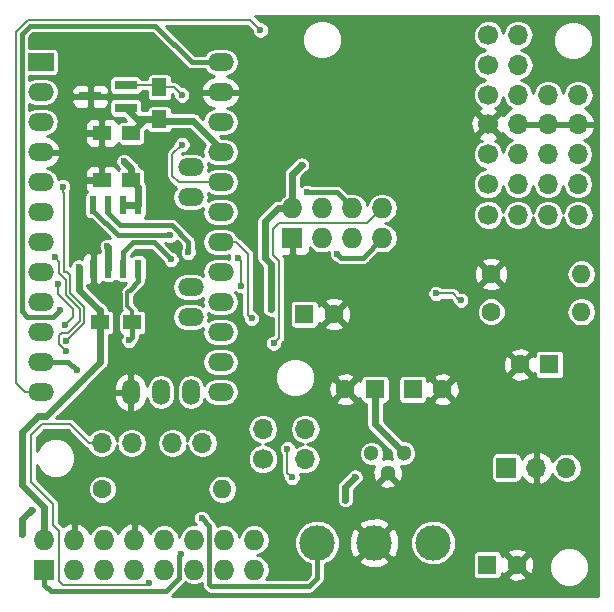
<source format=gbr>
G04 #@! TF.GenerationSoftware,KiCad,Pcbnew,5.0.2-bee76a0~70~ubuntu18.04.1*
G04 #@! TF.CreationDate,2019-05-01T22:14:46+02:00*
G04 #@! TF.ProjectId,EasyPCB_10_nrf24l01p,45617379-5043-4425-9f31-305f6e726632,rev?*
G04 #@! TF.SameCoordinates,Original*
G04 #@! TF.FileFunction,Copper,L2,Bot*
G04 #@! TF.FilePolarity,Positive*
%FSLAX46Y46*%
G04 Gerber Fmt 4.6, Leading zero omitted, Abs format (unit mm)*
G04 Created by KiCad (PCBNEW 5.0.2-bee76a0~70~ubuntu18.04.1) date Wed 01 May 2019 10:14:46 PM CEST*
%MOMM*%
%LPD*%
G01*
G04 APERTURE LIST*
G04 #@! TA.AperFunction,ComponentPad*
%ADD10C,1.700000*%
G04 #@! TD*
G04 #@! TA.AperFunction,ComponentPad*
%ADD11O,1.700000X1.700000*%
G04 #@! TD*
G04 #@! TA.AperFunction,ComponentPad*
%ADD12O,1.727200X1.727200*%
G04 #@! TD*
G04 #@! TA.AperFunction,ComponentPad*
%ADD13R,1.727200X1.727200*%
G04 #@! TD*
G04 #@! TA.AperFunction,ComponentPad*
%ADD14O,2.199640X1.501140*%
G04 #@! TD*
G04 #@! TA.AperFunction,ComponentPad*
%ADD15R,2.199640X1.501140*%
G04 #@! TD*
G04 #@! TA.AperFunction,ComponentPad*
%ADD16O,1.501140X2.199640*%
G04 #@! TD*
G04 #@! TA.AperFunction,ComponentPad*
%ADD17C,1.600000*%
G04 #@! TD*
G04 #@! TA.AperFunction,ComponentPad*
%ADD18O,1.600000X1.600000*%
G04 #@! TD*
G04 #@! TA.AperFunction,ComponentPad*
%ADD19R,1.600000X1.600000*%
G04 #@! TD*
G04 #@! TA.AperFunction,ComponentPad*
%ADD20R,1.700000X1.700000*%
G04 #@! TD*
G04 #@! TA.AperFunction,ComponentPad*
%ADD21C,3.000000*%
G04 #@! TD*
G04 #@! TA.AperFunction,SMDPad,CuDef*
%ADD22R,1.500000X1.250000*%
G04 #@! TD*
G04 #@! TA.AperFunction,SMDPad,CuDef*
%ADD23R,1.300000X1.500000*%
G04 #@! TD*
G04 #@! TA.AperFunction,SMDPad,CuDef*
%ADD24R,1.900000X0.800000*%
G04 #@! TD*
G04 #@! TA.AperFunction,SMDPad,CuDef*
%ADD25R,1.500000X1.300000*%
G04 #@! TD*
G04 #@! TA.AperFunction,SMDPad,CuDef*
%ADD26R,0.600000X1.550000*%
G04 #@! TD*
G04 #@! TA.AperFunction,ComponentPad*
%ADD27C,1.300000*%
G04 #@! TD*
G04 #@! TA.AperFunction,ViaPad*
%ADD28C,0.600000*%
G04 #@! TD*
G04 #@! TA.AperFunction,Conductor*
%ADD29C,0.600000*%
G04 #@! TD*
G04 #@! TA.AperFunction,Conductor*
%ADD30C,0.400000*%
G04 #@! TD*
G04 #@! TA.AperFunction,Conductor*
%ADD31C,0.200000*%
G04 #@! TD*
G04 #@! TA.AperFunction,Conductor*
%ADD32C,0.300000*%
G04 #@! TD*
G04 #@! TA.AperFunction,Conductor*
%ADD33C,0.254000*%
G04 #@! TD*
G04 APERTURE END LIST*
D10*
G04 #@! TO.P,P7,1*
G04 #@! TO.N,Net-(P7-Pad1)*
X164840000Y-78870000D03*
D11*
G04 #@! TO.P,P7,2*
G04 #@! TO.N,Net-(P7-Pad2)*
X167380000Y-78870000D03*
G04 #@! TO.P,P7,3*
G04 #@! TO.N,Net-(P7-Pad3)*
X169920000Y-78870000D03*
G04 #@! TO.P,P7,4*
G04 #@! TO.N,Net-(P7-Pad4)*
X172460000Y-78870000D03*
G04 #@! TD*
D12*
G04 #@! TO.P,P2,16*
G04 #@! TO.N,A1*
X145034000Y-106375200D03*
G04 #@! TO.P,P2,15*
G04 #@! TO.N,A0*
X145034000Y-108915200D03*
G04 #@! TO.P,P2,14*
G04 #@! TO.N,A4*
X142494000Y-106375200D03*
G04 #@! TO.P,P2,13*
G04 #@! TO.N,A5*
X142494000Y-108915200D03*
G04 #@! TO.P,P2,12*
G04 #@! TO.N,D6*
X139954000Y-106375200D03*
G04 #@! TO.P,P2,11*
G04 #@! TO.N,D5*
X139954000Y-108915200D03*
G04 #@! TO.P,P2,10*
G04 #@! TO.N,D2/IRQ*
X137414000Y-106375200D03*
G04 #@! TO.P,P2,9*
G04 #@! TO.N,D3*
X137414000Y-108915200D03*
D13*
G04 #@! TO.P,P2,1*
G04 #@! TO.N,Net-(JP3-Pad2)*
X127254000Y-108915200D03*
D12*
G04 #@! TO.P,P2,2*
G04 #@! TO.N,+3V3*
X127254000Y-106375200D03*
G04 #@! TO.P,P2,3*
G04 #@! TO.N,VCC*
X129794000Y-108915200D03*
G04 #@! TO.P,P2,4*
G04 #@! TO.N,GND*
X129794000Y-106375200D03*
G04 #@! TO.P,P2,5*
G04 #@! TO.N,TX*
X132334000Y-108915200D03*
G04 #@! TO.P,P2,6*
G04 #@! TO.N,RX*
X132334000Y-106375200D03*
G04 #@! TO.P,P2,7*
G04 #@! TO.N,Reset*
X134874000Y-108915200D03*
G04 #@! TO.P,P2,8*
G04 #@! TO.N,GND*
X134874000Y-106375200D03*
G04 #@! TD*
D14*
G04 #@! TO.P,IC1,28*
G04 #@! TO.N,Net-(IC1-Pad28)*
X139649200Y-84988400D03*
G04 #@! TO.P,IC1,27*
G04 #@! TO.N,Net-(IC1-Pad27)*
X139649200Y-87528400D03*
D15*
G04 #@! TO.P,IC1,1*
G04 #@! TO.N,TX*
X126949200Y-65938400D03*
D14*
G04 #@! TO.P,IC1,2*
G04 #@! TO.N,RX*
X126949200Y-68478400D03*
G04 #@! TO.P,IC1,3*
G04 #@! TO.N,Reset*
X126949200Y-71018400D03*
G04 #@! TO.P,IC1,4*
G04 #@! TO.N,GND*
X126949200Y-73558400D03*
G04 #@! TO.P,IC1,5*
G04 #@! TO.N,D2/IRQ*
X126949200Y-76098400D03*
G04 #@! TO.P,IC1,6*
G04 #@! TO.N,D3*
X126949200Y-78638400D03*
G04 #@! TO.P,IC1,7*
G04 #@! TO.N,Net-(IC1-Pad7)*
X126949200Y-81178400D03*
G04 #@! TO.P,IC1,8*
G04 #@! TO.N,D5*
X126949200Y-83718400D03*
G04 #@! TO.P,IC1,9*
G04 #@! TO.N,D6*
X126949200Y-86258400D03*
G04 #@! TO.P,IC1,10*
G04 #@! TO.N,Net-(IC1-Pad10)*
X126949200Y-88798400D03*
G04 #@! TO.P,IC1,11*
G04 #@! TO.N,Flash_CS*
X126949200Y-91338400D03*
G04 #@! TO.P,IC1,12*
G04 #@! TO.N,CS*
X126949200Y-93878400D03*
G04 #@! TO.P,IC1,13*
G04 #@! TO.N,CSN*
X142189200Y-93878400D03*
G04 #@! TO.P,IC1,14*
G04 #@! TO.N,MOSI*
X142189200Y-91338400D03*
G04 #@! TO.P,IC1,15*
G04 #@! TO.N,MISO*
X142189200Y-88798400D03*
G04 #@! TO.P,IC1,16*
G04 #@! TO.N,SCK*
X142189200Y-86258400D03*
G04 #@! TO.P,IC1,17*
G04 #@! TO.N,A0*
X142189200Y-83718400D03*
G04 #@! TO.P,IC1,18*
G04 #@! TO.N,A1*
X142189200Y-81178400D03*
G04 #@! TO.P,IC1,19*
G04 #@! TO.N,Net-(IC1-Pad19)*
X142189200Y-78638400D03*
G04 #@! TO.P,IC1,20*
G04 #@! TO.N,A3*
X142189200Y-76098400D03*
G04 #@! TO.P,IC1,21*
G04 #@! TO.N,VCC*
X142189200Y-73558400D03*
G04 #@! TO.P,IC1,22*
G04 #@! TO.N,Net-(IC1-Pad22)*
X142189200Y-71018400D03*
G04 #@! TO.P,IC1,23*
G04 #@! TO.N,GND*
X142189200Y-68478400D03*
G04 #@! TO.P,IC1,24*
G04 #@! TO.N,RAW*
X142189200Y-65938400D03*
G04 #@! TO.P,IC1,25*
G04 #@! TO.N,A4*
X139649200Y-77368400D03*
G04 #@! TO.P,IC1,26*
G04 #@! TO.N,A5*
X139649200Y-74828400D03*
D16*
G04 #@! TO.P,IC1,30*
G04 #@! TO.N,N/C*
X139649200Y-93878400D03*
G04 #@! TO.P,IC1,31*
X137109200Y-93878400D03*
G04 #@! TO.P,IC1,29*
G04 #@! TO.N,GND*
X134569200Y-93878400D03*
G04 #@! TD*
D17*
G04 #@! TO.P,R1,1*
G04 #@! TO.N,VCC*
X132168900Y-102095300D03*
D18*
G04 #@! TO.P,R1,2*
G04 #@! TO.N,D5*
X142328900Y-102095300D03*
G04 #@! TD*
D17*
G04 #@! TO.P,R3,1*
G04 #@! TO.N,Net-(JP1-Pad1)*
X165100000Y-87090000D03*
D18*
G04 #@! TO.P,R3,2*
G04 #@! TO.N,A0*
X172720000Y-87090000D03*
G04 #@! TD*
D19*
G04 #@! TO.P,C3,1*
G04 #@! TO.N,+3V3*
X155255600Y-93649800D03*
D17*
G04 #@! TO.P,C3,2*
G04 #@! TO.N,GND*
X152755600Y-93649800D03*
G04 #@! TD*
D19*
G04 #@! TO.P,C2,1*
G04 #@! TO.N,VCC*
X158470600Y-93649800D03*
D17*
G04 #@! TO.P,C2,2*
G04 #@! TO.N,GND*
X160970600Y-93649800D03*
G04 #@! TD*
D11*
G04 #@! TO.P,JP1,1*
G04 #@! TO.N,Net-(JP1-Pad1)*
X149352000Y-99568000D03*
G04 #@! TO.P,JP1,2*
G04 #@! TO.N,VCC*
X149352000Y-97028000D03*
G04 #@! TD*
D10*
G04 #@! TO.P,JP2,1*
G04 #@! TO.N,Net-(JP1-Pad1)*
X145757900Y-99542600D03*
D11*
G04 #@! TO.P,JP2,2*
G04 #@! TO.N,+3V3*
X145757900Y-97002600D03*
G04 #@! TD*
G04 #@! TO.P,JP3,1*
G04 #@! TO.N,RAW*
X140650000Y-98190000D03*
G04 #@! TO.P,JP3,2*
G04 #@! TO.N,Net-(JP3-Pad2)*
X138110000Y-98190000D03*
G04 #@! TD*
D20*
G04 #@! TO.P,U1,1*
G04 #@! TO.N,VCC*
X166390000Y-100280000D03*
D11*
G04 #@! TO.P,U1,2*
G04 #@! TO.N,GND*
X168930000Y-100280000D03*
G04 #@! TO.P,U1,3*
G04 #@! TO.N,Net-(JP1-Pad1)*
X171470000Y-100280000D03*
G04 #@! TD*
D19*
G04 #@! TO.P,C1,1*
G04 #@! TO.N,VCC*
X164770000Y-108490000D03*
D17*
G04 #@! TO.P,C1,2*
G04 #@! TO.N,GND*
X167270000Y-108490000D03*
G04 #@! TD*
D10*
G04 #@! TO.P,P4,1*
G04 #@! TO.N,VCC*
X164850000Y-68710000D03*
D11*
G04 #@! TO.P,P4,2*
X167390000Y-68710000D03*
G04 #@! TO.P,P4,3*
X169930000Y-68710000D03*
G04 #@! TO.P,P4,4*
X172470000Y-68710000D03*
G04 #@! TD*
D10*
G04 #@! TO.P,P5,1*
G04 #@! TO.N,GND*
X164840000Y-71200000D03*
D11*
G04 #@! TO.P,P5,2*
X167380000Y-71200000D03*
G04 #@! TO.P,P5,3*
X169920000Y-71200000D03*
G04 #@! TO.P,P5,4*
X172460000Y-71200000D03*
G04 #@! TD*
D10*
G04 #@! TO.P,P7,1*
G04 #@! TO.N,N/C*
X164830000Y-76260000D03*
D11*
G04 #@! TO.P,P7,2*
X167370000Y-76260000D03*
G04 #@! TO.P,P7,3*
X169910000Y-76260000D03*
G04 #@! TO.P,P7,4*
X172450000Y-76260000D03*
G04 #@! TD*
D10*
G04 #@! TO.P,P6,1*
G04 #@! TO.N,Net-(P6-Pad1)*
X164830000Y-73740000D03*
D11*
G04 #@! TO.P,P6,2*
G04 #@! TO.N,Net-(P6-Pad2)*
X167370000Y-73740000D03*
G04 #@! TO.P,P6,3*
G04 #@! TO.N,Net-(P6-Pad3)*
X169910000Y-73740000D03*
G04 #@! TO.P,P6,4*
G04 #@! TO.N,Net-(P6-Pad4)*
X172450000Y-73740000D03*
G04 #@! TD*
D10*
G04 #@! TO.P,P9,1*
G04 #@! TO.N,Net-(P9-Pad1)*
X164850000Y-63670000D03*
D11*
G04 #@! TO.P,P9,2*
G04 #@! TO.N,Net-(P9-Pad2)*
X167390000Y-63670000D03*
G04 #@! TD*
D21*
G04 #@! TO.P,P1,3*
G04 #@! TO.N,RAW*
X150368000Y-106629200D03*
G04 #@! TO.P,P1,1*
G04 #@! TO.N,Net-(JP1-Pad1)*
X160178000Y-106629200D03*
G04 #@! TO.P,P1,2*
G04 #@! TO.N,GND*
X155178000Y-106629200D03*
G04 #@! TD*
D17*
G04 #@! TO.P,R2,1*
G04 #@! TO.N,GND*
X165100000Y-83880000D03*
D18*
G04 #@! TO.P,R2,2*
G04 #@! TO.N,A0*
X172720000Y-83880000D03*
G04 #@! TD*
D22*
G04 #@! TO.P,C5,1*
G04 #@! TO.N,VCC*
X134623760Y-71949120D03*
G04 #@! TO.P,C5,2*
G04 #@! TO.N,GND*
X132123760Y-71949120D03*
G04 #@! TD*
D23*
G04 #@! TO.P,R4,1*
G04 #@! TO.N,A3*
X137003760Y-68089120D03*
G04 #@! TO.P,R4,2*
G04 #@! TO.N,VCC*
X137003760Y-70789120D03*
G04 #@! TD*
D24*
G04 #@! TO.P,U4,1*
G04 #@! TO.N,A3*
X134143760Y-67899120D03*
G04 #@! TO.P,U4,2*
G04 #@! TO.N,VCC*
X134143760Y-69799120D03*
G04 #@! TO.P,U4,3*
G04 #@! TO.N,GND*
X131143760Y-68849120D03*
G04 #@! TD*
D19*
G04 #@! TO.P,C4,1*
G04 #@! TO.N,A0*
X170030000Y-91540000D03*
D17*
G04 #@! TO.P,C4,2*
G04 #@! TO.N,GND*
X167530000Y-91540000D03*
G04 #@! TD*
D22*
G04 #@! TO.P,C7,1*
G04 #@! TO.N,+3V3*
X134633760Y-75919120D03*
G04 #@! TO.P,C7,2*
G04 #@! TO.N,GND*
X132133760Y-75919120D03*
G04 #@! TD*
D25*
G04 #@! TO.P,R7,1*
G04 #@! TO.N,Flash_CS*
X134706340Y-87977980D03*
G04 #@! TO.P,R7,2*
G04 #@! TO.N,+3V3*
X132006340Y-87977980D03*
G04 #@! TD*
D26*
G04 #@! TO.P,U5,1*
G04 #@! TO.N,Flash_CS*
X135209280Y-83421220D03*
G04 #@! TO.P,U5,2*
G04 #@! TO.N,MISO*
X133939280Y-83421220D03*
G04 #@! TO.P,U5,3*
G04 #@! TO.N,+3V3*
X132669280Y-83421220D03*
G04 #@! TO.P,U5,4*
G04 #@! TO.N,GND*
X131399280Y-83421220D03*
G04 #@! TO.P,U5,5*
G04 #@! TO.N,MOSI*
X131399280Y-78021220D03*
G04 #@! TO.P,U5,6*
G04 #@! TO.N,SCK*
X132669280Y-78021220D03*
G04 #@! TO.P,U5,7*
G04 #@! TO.N,+3V3*
X133939280Y-78021220D03*
G04 #@! TO.P,U5,8*
X135209280Y-78021220D03*
G04 #@! TD*
D27*
G04 #@! TO.P,U2,2*
G04 #@! TO.N,GND*
X156331600Y-100767200D03*
G04 #@! TO.P,U2,3*
G04 #@! TO.N,VCC*
X154956600Y-99067200D03*
G04 #@! TO.P,U2,1*
G04 #@! TO.N,+3V3*
X157681600Y-99042200D03*
G04 #@! TD*
D10*
G04 #@! TO.P,P8,1*
G04 #@! TO.N,Net-(P8-Pad1)*
X164840000Y-66190000D03*
D11*
G04 #@! TO.P,P8,2*
G04 #@! TO.N,Net-(P8-Pad2)*
X167380000Y-66190000D03*
G04 #@! TD*
D19*
G04 #@! TO.P,C6,1*
G04 #@! TO.N,+3V3*
X149280000Y-87280000D03*
D17*
G04 #@! TO.P,C6,2*
G04 #@! TO.N,GND*
X151780000Y-87280000D03*
G04 #@! TD*
D11*
G04 #@! TO.P,JP4,1*
G04 #@! TO.N,Net-(JP4-Pad1)*
X132110000Y-98180000D03*
G04 #@! TO.P,JP4,2*
G04 #@! TO.N,D2/IRQ*
X134650000Y-98180000D03*
G04 #@! TD*
D12*
G04 #@! TO.P,U3,7*
G04 #@! TO.N,MISO*
X155890000Y-80850000D03*
G04 #@! TO.P,U3,8*
G04 #@! TO.N,Net-(JP4-Pad1)*
X155890000Y-78310000D03*
G04 #@! TO.P,U3,5*
G04 #@! TO.N,SCK*
X153350000Y-80850000D03*
G04 #@! TO.P,U3,6*
G04 #@! TO.N,MOSI*
X153350000Y-78310000D03*
G04 #@! TO.P,U3,3*
G04 #@! TO.N,CS*
X150810000Y-80850000D03*
G04 #@! TO.P,U3,4*
G04 #@! TO.N,CSN*
X150810000Y-78310000D03*
D13*
G04 #@! TO.P,U3,1*
G04 #@! TO.N,GND*
X148270000Y-80850000D03*
D12*
G04 #@! TO.P,U3,2*
G04 #@! TO.N,+3V3*
X148270000Y-78310000D03*
G04 #@! TD*
D28*
G04 #@! TO.N,+3V3*
X149040000Y-74640000D03*
X146430000Y-86860000D03*
X130180000Y-83260000D03*
X134010000Y-74330000D03*
X132588000Y-81534000D03*
G04 #@! TO.N,GND*
X129540000Y-71374000D03*
X129566063Y-74801144D03*
G04 #@! TO.N,RAW*
X128600000Y-86902568D03*
X140573200Y-104548940D03*
G04 #@! TO.N,D3*
X128130000Y-82470000D03*
X129110000Y-90410000D03*
G04 #@! TO.N,MOSI*
X149520000Y-76970000D03*
X137886440Y-80614520D03*
G04 #@! TO.N,MISO*
X152060000Y-82170000D03*
X137998200Y-82646520D03*
G04 #@! TO.N,SCK*
X139446000Y-82042000D03*
G04 #@! TO.N,A0*
X162530000Y-86100000D03*
X160420000Y-85530000D03*
G04 #@! TO.N,A1*
X144810000Y-87640000D03*
G04 #@! TO.N,A5*
X143884832Y-84883003D03*
X143640000Y-82500000D03*
G04 #@! TO.N,Reset*
X129109999Y-89530735D03*
X128820000Y-76490000D03*
G04 #@! TO.N,A3*
X138922760Y-72928480D03*
X138907520Y-68732400D03*
G04 #@! TO.N,Flash_CS*
X130008794Y-92038794D03*
X134424420Y-89512140D03*
G04 #@! TO.N,VCC*
X126210000Y-103833700D03*
X153581057Y-101074263D03*
X125380000Y-105890000D03*
X152747980Y-102981760D03*
G04 #@! TO.N,D2/IRQ*
X128987886Y-88238620D03*
X128420176Y-84750000D03*
G04 #@! TO.N,CS*
X145550000Y-63230000D03*
G04 #@! TO.N,Net-(JP3-Pad2)*
X138856720Y-107609640D03*
G04 #@! TO.N,Net-(JP4-Pad1)*
X146681397Y-89741397D03*
X148240000Y-101100000D03*
X147850000Y-98660000D03*
X136150000Y-110040000D03*
G04 #@! TD*
D29*
G04 #@! TO.N,+3V3*
X148270000Y-78310000D02*
X148270000Y-75410000D01*
X148270000Y-75410000D02*
X149040000Y-74640000D01*
X146450000Y-83029962D02*
X146430000Y-83049962D01*
X146430000Y-83049962D02*
X146430000Y-86860000D01*
X148270000Y-78310000D02*
X147048686Y-78310000D01*
X147048686Y-78310000D02*
X145949990Y-79408696D01*
X145949990Y-79408696D02*
X145949990Y-82529952D01*
X145949990Y-82529952D02*
X146450000Y-83029962D01*
X131970000Y-86920000D02*
X131900000Y-86920000D01*
X131900000Y-86920000D02*
X130180000Y-85200000D01*
X130180000Y-85200000D02*
X130180000Y-84640000D01*
X130180000Y-83260000D02*
X130180000Y-84640000D01*
X132006340Y-87977980D02*
X132006340Y-91314042D01*
X132006340Y-91314042D02*
X127430382Y-95890000D01*
X125410000Y-101760894D02*
X127254000Y-103604894D01*
X127430382Y-95890000D02*
X126750000Y-95890000D01*
X126750000Y-95890000D02*
X125410000Y-97230000D01*
X125410000Y-97230000D02*
X125410000Y-101760894D01*
X127254000Y-103604894D02*
X127254000Y-103860000D01*
X127254000Y-103860000D02*
X127254000Y-106375200D01*
X131970000Y-86920000D02*
X131970000Y-87941640D01*
X131970000Y-87941640D02*
X132006340Y-87977980D01*
X130188178Y-83268178D02*
X130180000Y-83260000D01*
X135209280Y-78021220D02*
X135209280Y-76494640D01*
X135209280Y-76494640D02*
X134633760Y-75919120D01*
X134633760Y-75919120D02*
X134633760Y-74953760D01*
X134633760Y-74953760D02*
X134010000Y-74330000D01*
X155255600Y-93649800D02*
X155255600Y-96616200D01*
X155255600Y-96616200D02*
X157681600Y-99042200D01*
X133939280Y-78021220D02*
X135209280Y-78021220D01*
X132669280Y-83421220D02*
X132669280Y-81615280D01*
X132669280Y-81615280D02*
X132588000Y-81534000D01*
G04 #@! TO.N,GND*
X132123760Y-71949120D02*
X130115120Y-71949120D01*
X130115120Y-71949120D02*
X129540000Y-71374000D01*
X132133760Y-75919120D02*
X130684039Y-75919120D01*
X130684039Y-75919120D02*
X129566063Y-74801144D01*
D30*
G04 #@! TO.N,RAW*
X128600000Y-86902568D02*
X127992568Y-87510000D01*
X127992568Y-87510000D02*
X127796948Y-87510000D01*
X127796948Y-87510000D02*
X127970000Y-87510000D01*
X141395000Y-110320000D02*
X149680000Y-110320000D01*
X149680000Y-110320000D02*
X150368000Y-109632000D01*
X141230399Y-110155399D02*
X141395000Y-110320000D01*
X142189200Y-65938400D02*
X139752398Y-65938400D01*
X139752398Y-65938400D02*
X136664008Y-62850010D01*
X136664008Y-62850010D02*
X126079990Y-62850010D01*
X126079990Y-62850010D02*
X125349370Y-63580630D01*
X125349370Y-63580630D02*
X125349370Y-87049370D01*
X125349370Y-87049370D02*
X125810000Y-87510000D01*
X125810000Y-87510000D02*
X127796948Y-87510000D01*
X150368000Y-109632000D02*
X150368000Y-106629200D01*
X141230399Y-105206139D02*
X141230399Y-110155399D01*
X140573200Y-104548940D02*
X141230399Y-105206139D01*
D31*
G04 #@! TO.N,D3*
X128731379Y-88838621D02*
X129236415Y-88838621D01*
X129236415Y-88838621D02*
X130249990Y-87825046D01*
X128509998Y-89060002D02*
X128731379Y-88838621D01*
X129110000Y-90410000D02*
X128509998Y-89809998D01*
X128509998Y-89809998D02*
X128509998Y-89060002D01*
X128130000Y-82470000D02*
X128508760Y-82848760D01*
X128508760Y-82848760D02*
X128508760Y-83838584D01*
X128508760Y-83838584D02*
X129079980Y-84409804D01*
X129079980Y-84409804D02*
X129079980Y-85676919D01*
X129079980Y-85676919D02*
X130249990Y-86846928D01*
X130249990Y-86846928D02*
X130249990Y-87825046D01*
D30*
G04 #@! TO.N,MOSI*
X149520000Y-76970000D02*
X152010000Y-76970000D01*
X152010000Y-76970000D02*
X153350000Y-78310000D01*
X131423760Y-78069120D02*
X131423760Y-78544120D01*
X131423760Y-78544120D02*
X133494160Y-80614520D01*
X133494160Y-80614520D02*
X137886440Y-80614520D01*
G04 #@! TO.N,MISO*
X152400000Y-82510000D02*
X154230000Y-82510000D01*
X154230000Y-82510000D02*
X155890000Y-80850000D01*
X152060000Y-82170000D02*
X152400000Y-82510000D01*
X133963760Y-83469120D02*
X133963760Y-81989580D01*
X133963760Y-81989580D02*
X134738810Y-81214530D01*
X134738810Y-81214530D02*
X136566210Y-81214530D01*
X136566210Y-81214530D02*
X137408920Y-82057240D01*
X137408920Y-82057240D02*
X137998200Y-82646520D01*
G04 #@! TO.N,SCK*
X132669280Y-78726222D02*
X132669280Y-78021220D01*
X138063922Y-79756000D02*
X133699058Y-79756000D01*
X139446000Y-81138078D02*
X138063922Y-79756000D01*
X133699058Y-79756000D02*
X132669280Y-78726222D01*
X139446000Y-82042000D02*
X139446000Y-81138078D01*
D31*
G04 #@! TO.N,A0*
X162400000Y-86050000D02*
X162480000Y-86050000D01*
X162480000Y-86050000D02*
X162530000Y-86100000D01*
X160420000Y-85530000D02*
X161880000Y-85530000D01*
X161880000Y-85530000D02*
X162400000Y-86050000D01*
G04 #@! TO.N,A1*
X142189200Y-81178400D02*
X143489020Y-81178400D01*
X143489020Y-81178400D02*
X144484833Y-82174213D01*
X144484833Y-82174213D02*
X144484833Y-87314833D01*
X144484833Y-87314833D02*
X144810000Y-87640000D01*
G04 #@! TO.N,A5*
X143884832Y-84883003D02*
X143884832Y-82744832D01*
X143884832Y-82744832D02*
X143640000Y-82500000D01*
G04 #@! TO.N,Reset*
X129109999Y-89530735D02*
X130650000Y-87990734D01*
X130650000Y-87990734D02*
X130650000Y-86681240D01*
X129479990Y-85511230D02*
X129479990Y-83999990D01*
X130650000Y-86681240D02*
X129479990Y-85511230D01*
X129479990Y-83999990D02*
X129152896Y-83672896D01*
X129152896Y-83672896D02*
X128908770Y-83672896D01*
X128908770Y-83672896D02*
X128908770Y-77003034D01*
X128908770Y-77003034D02*
X128820000Y-76914264D01*
X128820000Y-76914264D02*
X128820000Y-76490000D01*
G04 #@! TO.N,A3*
X138109960Y-75559920D02*
X138109960Y-73741280D01*
X138109960Y-73741280D02*
X138922760Y-72928480D01*
X138648440Y-76098400D02*
X138109960Y-75559920D01*
X142189200Y-76098400D02*
X138648440Y-76098400D01*
X137003760Y-68089120D02*
X138264240Y-68089120D01*
X138264240Y-68089120D02*
X138907520Y-68732400D01*
X134143760Y-67899120D02*
X136813760Y-67899120D01*
X136813760Y-67899120D02*
X137003760Y-68089120D01*
X137003760Y-68089120D02*
X137003760Y-68189120D01*
D30*
G04 #@! TO.N,Flash_CS*
X129151380Y-91338400D02*
X129308400Y-91338400D01*
X129308400Y-91338400D02*
X130008794Y-92038794D01*
X134499840Y-85200000D02*
X135209280Y-84490560D01*
D32*
X134706340Y-87027980D02*
X134295119Y-86616759D01*
X134706340Y-87977980D02*
X134706340Y-87027980D01*
X134295119Y-86616759D02*
X134295119Y-85404721D01*
X134295119Y-85404721D02*
X134499840Y-85200000D01*
D30*
X135209280Y-84490560D02*
X135209280Y-83421220D01*
X134706340Y-87977980D02*
X134597140Y-87977980D01*
X134706340Y-88889021D02*
X134706340Y-89230220D01*
X134706340Y-89230220D02*
X134424420Y-89512140D01*
X129151380Y-91338400D02*
X126949200Y-91338400D01*
X134706340Y-87977980D02*
X134706340Y-88889021D01*
X134706340Y-87977980D02*
X134606340Y-87977980D01*
D29*
G04 #@! TO.N,VCC*
X125380000Y-105890000D02*
X125380000Y-104650000D01*
X126210000Y-103833700D02*
X125910001Y-104133699D01*
X125910001Y-104133699D02*
X125896301Y-104133699D01*
X125896301Y-104133699D02*
X125380000Y-104650000D01*
X152747980Y-102981760D02*
X152747980Y-101907340D01*
X152747980Y-101907340D02*
X153581057Y-101074263D01*
X137003760Y-70789120D02*
X137116200Y-70901560D01*
X142189200Y-73277658D02*
X142189200Y-73558400D01*
X137116200Y-70901560D02*
X139813102Y-70901560D01*
X139813102Y-70901560D02*
X142189200Y-73277658D01*
X141839950Y-73558400D02*
X142189200Y-73558400D01*
X134633760Y-71959120D02*
X134623760Y-71949120D01*
X135073480Y-70728840D02*
X135723480Y-70728840D01*
X135723480Y-70728840D02*
X135783760Y-70789120D01*
X134143760Y-69799120D02*
X135073480Y-70728840D01*
X137003760Y-70789120D02*
X135783760Y-70789120D01*
X135783760Y-70789120D02*
X134623760Y-71949120D01*
D31*
G04 #@! TO.N,D2/IRQ*
X129698683Y-87208399D02*
X129698683Y-87527823D01*
X129698683Y-87527823D02*
X128987886Y-88238620D01*
X129698683Y-87208399D02*
X129698683Y-86861319D01*
X129698683Y-86861319D02*
X128420176Y-85582813D01*
X128420176Y-85582813D02*
X128420176Y-85320000D01*
X128420176Y-85320000D02*
X128420176Y-84750000D01*
G04 #@! TO.N,CS*
X137200000Y-62350000D02*
X144670000Y-62350000D01*
X144670000Y-62350000D02*
X145550000Y-63230000D01*
X137200000Y-62350000D02*
X125872880Y-62350000D01*
X125649380Y-93878400D02*
X126949200Y-93878400D01*
X125872880Y-62350000D02*
X124849360Y-63373520D01*
X124849360Y-63373520D02*
X124849360Y-93078380D01*
X124849360Y-93078380D02*
X125649380Y-93878400D01*
D30*
G04 #@! TO.N,Net-(JP3-Pad2)*
X127829360Y-110754160D02*
X137550000Y-110754160D01*
X138690399Y-108166509D02*
X138690399Y-109613761D01*
X138690399Y-109613761D02*
X137550000Y-110754160D01*
X138690399Y-108166509D02*
X138690399Y-107775961D01*
X138690399Y-107775961D02*
X138856720Y-107609640D01*
X127254000Y-108915200D02*
X127254000Y-110178800D01*
X127254000Y-110178800D02*
X127829360Y-110754160D01*
D31*
G04 #@! TO.N,Net-(JP4-Pad1)*
X147110000Y-79573601D02*
X154626399Y-79573601D01*
X146681397Y-89741397D02*
X147150010Y-89272784D01*
X147150010Y-89272784D02*
X147150010Y-82740010D01*
X147150010Y-82740010D02*
X146650000Y-82240000D01*
X146650000Y-82240000D02*
X146650000Y-80033601D01*
X146650000Y-80033601D02*
X147110000Y-79573601D01*
X154626399Y-79573601D02*
X155026401Y-79173599D01*
X155026401Y-79173599D02*
X155890000Y-78310000D01*
X132110000Y-98180000D02*
X131060000Y-98180000D01*
X131060000Y-98180000D02*
X129470008Y-96590008D01*
X128808801Y-110178801D02*
X136011199Y-110178801D01*
X129470008Y-96590008D02*
X127039954Y-96590008D01*
X127039954Y-96590008D02*
X126110010Y-97519952D01*
X126110010Y-97519952D02*
X126110010Y-101470942D01*
X128517601Y-109887601D02*
X128808801Y-110178801D01*
X126110010Y-101470942D02*
X128010000Y-103370932D01*
X128010000Y-103370932D02*
X128010000Y-105172399D01*
X128010000Y-105172399D02*
X128517601Y-105680000D01*
X136011199Y-110178801D02*
X136150000Y-110040000D01*
X128517601Y-105680000D02*
X128517601Y-109887601D01*
X147850000Y-100468000D02*
X147850000Y-100710000D01*
X147850000Y-100710000D02*
X148240000Y-101100000D01*
X147850000Y-100468000D02*
X147850000Y-98660000D01*
G04 #@! TD*
D33*
G04 #@! TO.N,GND*
G36*
X174108001Y-111138000D02*
X138052871Y-111138000D01*
X139090089Y-110100782D01*
X139142440Y-110065802D01*
X139207425Y-109968545D01*
X139450433Y-110130918D01*
X139826889Y-110205800D01*
X140081111Y-110205800D01*
X140457567Y-110130918D01*
X140603400Y-110033475D01*
X140603400Y-110093648D01*
X140591117Y-110155399D01*
X140639779Y-110400041D01*
X140712930Y-110509518D01*
X140778359Y-110607440D01*
X140830707Y-110642418D01*
X140907979Y-110719690D01*
X140942959Y-110772041D01*
X141150357Y-110910620D01*
X141333250Y-110947000D01*
X141333254Y-110947000D01*
X141395000Y-110959282D01*
X141456746Y-110947000D01*
X149618254Y-110947000D01*
X149680000Y-110959282D01*
X149741746Y-110947000D01*
X149741750Y-110947000D01*
X149924643Y-110910620D01*
X150132041Y-110772041D01*
X150167020Y-110719691D01*
X150767694Y-110119018D01*
X150820041Y-110084041D01*
X150867207Y-110013453D01*
X150958620Y-109876643D01*
X150964781Y-109845670D01*
X150995000Y-109693750D01*
X150995000Y-109693746D01*
X151007282Y-109632000D01*
X150995000Y-109570254D01*
X150995000Y-108455258D01*
X151459558Y-108262832D01*
X151579220Y-108143170D01*
X153843635Y-108143170D01*
X154003418Y-108461939D01*
X154794187Y-108771923D01*
X155643387Y-108755697D01*
X156352582Y-108461939D01*
X156512365Y-108143170D01*
X155178000Y-106808805D01*
X153843635Y-108143170D01*
X151579220Y-108143170D01*
X152001632Y-107720758D01*
X152295000Y-107012504D01*
X152295000Y-106245896D01*
X152294790Y-106245387D01*
X153035277Y-106245387D01*
X153051503Y-107094587D01*
X153345261Y-107803782D01*
X153664030Y-107963565D01*
X154998395Y-106629200D01*
X155357605Y-106629200D01*
X156691970Y-107963565D01*
X157010739Y-107803782D01*
X157320723Y-107013013D01*
X157306066Y-106245896D01*
X158251000Y-106245896D01*
X158251000Y-107012504D01*
X158544368Y-107720758D01*
X159086442Y-108262832D01*
X159794696Y-108556200D01*
X160561304Y-108556200D01*
X161269558Y-108262832D01*
X161811632Y-107720758D01*
X161824372Y-107690000D01*
X163534635Y-107690000D01*
X163534635Y-109290000D01*
X163567775Y-109456607D01*
X163662150Y-109597850D01*
X163803393Y-109692225D01*
X163970000Y-109725365D01*
X165570000Y-109725365D01*
X165736607Y-109692225D01*
X165877850Y-109597850D01*
X165944737Y-109497745D01*
X166441861Y-109497745D01*
X166515995Y-109743864D01*
X167053223Y-109936965D01*
X167623454Y-109909778D01*
X168024005Y-109743864D01*
X168098139Y-109497745D01*
X167270000Y-108669605D01*
X166441861Y-109497745D01*
X165944737Y-109497745D01*
X165972225Y-109456607D01*
X166005365Y-109290000D01*
X166005365Y-109218002D01*
X166016136Y-109244005D01*
X166262255Y-109318139D01*
X167090395Y-108490000D01*
X167449605Y-108490000D01*
X168277745Y-109318139D01*
X168523864Y-109244005D01*
X168716965Y-108706777D01*
X168699615Y-108342864D01*
X170009220Y-108342864D01*
X170009220Y-109010016D01*
X170264528Y-109626384D01*
X170736276Y-110098132D01*
X171352644Y-110353440D01*
X172019796Y-110353440D01*
X172636164Y-110098132D01*
X173107912Y-109626384D01*
X173363220Y-109010016D01*
X173363220Y-108342864D01*
X173107912Y-107726496D01*
X172636164Y-107254748D01*
X172019796Y-106999440D01*
X171352644Y-106999440D01*
X170736276Y-107254748D01*
X170264528Y-107726496D01*
X170009220Y-108342864D01*
X168699615Y-108342864D01*
X168689778Y-108136546D01*
X168523864Y-107735995D01*
X168277745Y-107661861D01*
X167449605Y-108490000D01*
X167090395Y-108490000D01*
X166262255Y-107661861D01*
X166016136Y-107735995D01*
X166005365Y-107765961D01*
X166005365Y-107690000D01*
X165972225Y-107523393D01*
X165944738Y-107482255D01*
X166441861Y-107482255D01*
X167270000Y-108310395D01*
X168098139Y-107482255D01*
X168024005Y-107236136D01*
X167486777Y-107043035D01*
X166916546Y-107070222D01*
X166515995Y-107236136D01*
X166441861Y-107482255D01*
X165944738Y-107482255D01*
X165877850Y-107382150D01*
X165736607Y-107287775D01*
X165570000Y-107254635D01*
X163970000Y-107254635D01*
X163803393Y-107287775D01*
X163662150Y-107382150D01*
X163567775Y-107523393D01*
X163534635Y-107690000D01*
X161824372Y-107690000D01*
X162105000Y-107012504D01*
X162105000Y-106245896D01*
X161811632Y-105537642D01*
X161269558Y-104995568D01*
X160561304Y-104702200D01*
X159794696Y-104702200D01*
X159086442Y-104995568D01*
X158544368Y-105537642D01*
X158251000Y-106245896D01*
X157306066Y-106245896D01*
X157304497Y-106163813D01*
X157010739Y-105454618D01*
X156691970Y-105294835D01*
X155357605Y-106629200D01*
X154998395Y-106629200D01*
X153664030Y-105294835D01*
X153345261Y-105454618D01*
X153035277Y-106245387D01*
X152294790Y-106245387D01*
X152001632Y-105537642D01*
X151579220Y-105115230D01*
X153843635Y-105115230D01*
X155178000Y-106449595D01*
X156512365Y-105115230D01*
X156352582Y-104796461D01*
X155561813Y-104486477D01*
X154712613Y-104502703D01*
X154003418Y-104796461D01*
X153843635Y-105115230D01*
X151579220Y-105115230D01*
X151459558Y-104995568D01*
X150751304Y-104702200D01*
X149984696Y-104702200D01*
X149276442Y-104995568D01*
X148734368Y-105537642D01*
X148441000Y-106245896D01*
X148441000Y-107012504D01*
X148734368Y-107720758D01*
X149276442Y-108262832D01*
X149741000Y-108455258D01*
X149741000Y-109372288D01*
X149420289Y-109693000D01*
X146066481Y-109693000D01*
X146249718Y-109418767D01*
X146349884Y-108915200D01*
X146249718Y-108411633D01*
X145964470Y-107984730D01*
X145537567Y-107699482D01*
X145264674Y-107645200D01*
X145537567Y-107590918D01*
X145964470Y-107305670D01*
X146249718Y-106878767D01*
X146349884Y-106375200D01*
X146249718Y-105871633D01*
X145964470Y-105444730D01*
X145537567Y-105159482D01*
X145161111Y-105084600D01*
X144906889Y-105084600D01*
X144530433Y-105159482D01*
X144103530Y-105444730D01*
X143818282Y-105871633D01*
X143764000Y-106144526D01*
X143709718Y-105871633D01*
X143424470Y-105444730D01*
X142997567Y-105159482D01*
X142621111Y-105084600D01*
X142366889Y-105084600D01*
X141990433Y-105159482D01*
X141861875Y-105245382D01*
X141869681Y-105206139D01*
X141857399Y-105144393D01*
X141857399Y-105144389D01*
X141821019Y-104961496D01*
X141682440Y-104754098D01*
X141630090Y-104719119D01*
X141289521Y-104378550D01*
X141189521Y-104137127D01*
X140985013Y-103932619D01*
X140717809Y-103821940D01*
X140428591Y-103821940D01*
X140161387Y-103932619D01*
X139956879Y-104137127D01*
X139846200Y-104404331D01*
X139846200Y-104693549D01*
X139956879Y-104960753D01*
X140080726Y-105084600D01*
X139826889Y-105084600D01*
X139450433Y-105159482D01*
X139023530Y-105444730D01*
X138738282Y-105871633D01*
X138684000Y-106144526D01*
X138629718Y-105871633D01*
X138344470Y-105444730D01*
X137917567Y-105159482D01*
X137541111Y-105084600D01*
X137286889Y-105084600D01*
X136910433Y-105159482D01*
X136483530Y-105444730D01*
X136235277Y-105816267D01*
X136080821Y-105486710D01*
X135648947Y-105092512D01*
X135233026Y-104920242D01*
X135001000Y-105041383D01*
X135001000Y-106248200D01*
X135021000Y-106248200D01*
X135021000Y-106502200D01*
X135001000Y-106502200D01*
X135001000Y-106522200D01*
X134747000Y-106522200D01*
X134747000Y-106502200D01*
X134727000Y-106502200D01*
X134727000Y-106248200D01*
X134747000Y-106248200D01*
X134747000Y-105041383D01*
X134514974Y-104920242D01*
X134099053Y-105092512D01*
X133667179Y-105486710D01*
X133512723Y-105816267D01*
X133264470Y-105444730D01*
X132837567Y-105159482D01*
X132461111Y-105084600D01*
X132206889Y-105084600D01*
X131830433Y-105159482D01*
X131403530Y-105444730D01*
X131155277Y-105816267D01*
X131000821Y-105486710D01*
X130568947Y-105092512D01*
X130153026Y-104920242D01*
X129921000Y-105041383D01*
X129921000Y-106248200D01*
X129941000Y-106248200D01*
X129941000Y-106502200D01*
X129921000Y-106502200D01*
X129921000Y-106522200D01*
X129667000Y-106522200D01*
X129667000Y-106502200D01*
X129647000Y-106502200D01*
X129647000Y-106248200D01*
X129667000Y-106248200D01*
X129667000Y-105041383D01*
X129434974Y-104920242D01*
X129019053Y-105092512D01*
X128839392Y-105256500D01*
X128537000Y-104954109D01*
X128537000Y-103422831D01*
X128547323Y-103370932D01*
X128537000Y-103319033D01*
X128537000Y-103319029D01*
X128506423Y-103165307D01*
X128495448Y-103148882D01*
X128419346Y-103034987D01*
X128419343Y-103034984D01*
X128389945Y-102990987D01*
X128345948Y-102961589D01*
X127235594Y-101851235D01*
X130941900Y-101851235D01*
X130941900Y-102339365D01*
X131128700Y-102790339D01*
X131473861Y-103135500D01*
X131924835Y-103322300D01*
X132412965Y-103322300D01*
X132863939Y-103135500D01*
X133209100Y-102790339D01*
X133395900Y-102339365D01*
X133395900Y-102095300D01*
X141077862Y-102095300D01*
X141173092Y-102574052D01*
X141444283Y-102979917D01*
X141850148Y-103251108D01*
X142208053Y-103322300D01*
X142449747Y-103322300D01*
X142807652Y-103251108D01*
X143213517Y-102979917D01*
X143484708Y-102574052D01*
X143579938Y-102095300D01*
X143542551Y-101907340D01*
X152006739Y-101907340D01*
X152020981Y-101978939D01*
X152020980Y-102837151D01*
X152020980Y-103126369D01*
X152048921Y-103193824D01*
X152063162Y-103265420D01*
X152103717Y-103326115D01*
X152131659Y-103393573D01*
X152183290Y-103445204D01*
X152223843Y-103505896D01*
X152284536Y-103546450D01*
X152336167Y-103598081D01*
X152403623Y-103626022D01*
X152464319Y-103666578D01*
X152535917Y-103680820D01*
X152603371Y-103708760D01*
X152676381Y-103708760D01*
X152747980Y-103723002D01*
X152819579Y-103708760D01*
X152892589Y-103708760D01*
X152960044Y-103680820D01*
X153031640Y-103666578D01*
X153092335Y-103626023D01*
X153159793Y-103598081D01*
X153211424Y-103546450D01*
X153272116Y-103505897D01*
X153312670Y-103445204D01*
X153364301Y-103393573D01*
X153392242Y-103326117D01*
X153432798Y-103265421D01*
X153447040Y-103193823D01*
X153474980Y-103126369D01*
X153474980Y-102208472D01*
X153992868Y-101690585D01*
X153992870Y-101690584D01*
X154017238Y-101666216D01*
X155612190Y-101666216D01*
X155667871Y-101896811D01*
X156150678Y-102064822D01*
X156661028Y-102035283D01*
X156995329Y-101896811D01*
X157051010Y-101666216D01*
X156331600Y-100946805D01*
X155612190Y-101666216D01*
X154017238Y-101666216D01*
X154197378Y-101486076D01*
X154225319Y-101418620D01*
X154265875Y-101357924D01*
X154280116Y-101286327D01*
X154308057Y-101218872D01*
X154308057Y-101145858D01*
X154322298Y-101074263D01*
X154308057Y-101002668D01*
X154308057Y-100929654D01*
X154280116Y-100862198D01*
X154265875Y-100790603D01*
X154225320Y-100729907D01*
X154197378Y-100662450D01*
X154145749Y-100610821D01*
X154105194Y-100550126D01*
X154044499Y-100509571D01*
X153992870Y-100457942D01*
X153925413Y-100430000D01*
X153864717Y-100389445D01*
X153793122Y-100375204D01*
X153725666Y-100347263D01*
X153652652Y-100347263D01*
X153581057Y-100333022D01*
X153509462Y-100347263D01*
X153436448Y-100347263D01*
X153368993Y-100375204D01*
X153297396Y-100389445D01*
X153236700Y-100430001D01*
X153169244Y-100457942D01*
X152964736Y-100662450D01*
X152964735Y-100662452D01*
X152284542Y-101342646D01*
X152223844Y-101383203D01*
X152183287Y-101443901D01*
X152183286Y-101443902D01*
X152063162Y-101623680D01*
X152006739Y-101907340D01*
X143542551Y-101907340D01*
X143484708Y-101616548D01*
X143213517Y-101210683D01*
X142807652Y-100939492D01*
X142449747Y-100868300D01*
X142208053Y-100868300D01*
X141850148Y-100939492D01*
X141444283Y-101210683D01*
X141173092Y-101616548D01*
X141077862Y-102095300D01*
X133395900Y-102095300D01*
X133395900Y-101851235D01*
X133209100Y-101400261D01*
X132863939Y-101055100D01*
X132412965Y-100868300D01*
X131924835Y-100868300D01*
X131473861Y-101055100D01*
X131128700Y-101400261D01*
X130941900Y-101851235D01*
X127235594Y-101851235D01*
X126637010Y-101252652D01*
X126637010Y-100028868D01*
X126797508Y-100416344D01*
X127269256Y-100888092D01*
X127885624Y-101143400D01*
X128552776Y-101143400D01*
X129169144Y-100888092D01*
X129640892Y-100416344D01*
X129896200Y-99799976D01*
X129896200Y-99132824D01*
X129640892Y-98516456D01*
X129169144Y-98044708D01*
X128552776Y-97789400D01*
X127885624Y-97789400D01*
X127269256Y-98044708D01*
X126797508Y-98516456D01*
X126637010Y-98903932D01*
X126637010Y-97738242D01*
X127258244Y-97117008D01*
X129251718Y-97117008D01*
X130650657Y-98515947D01*
X130680055Y-98559945D01*
X130724052Y-98589343D01*
X130724055Y-98589346D01*
X130810842Y-98647335D01*
X130854375Y-98676423D01*
X130913758Y-98688235D01*
X131189335Y-99100665D01*
X131611740Y-99382907D01*
X131984231Y-99457000D01*
X132235769Y-99457000D01*
X132608260Y-99382907D01*
X133030665Y-99100665D01*
X133312907Y-98678260D01*
X133380000Y-98340960D01*
X133447093Y-98678260D01*
X133729335Y-99100665D01*
X134151740Y-99382907D01*
X134524231Y-99457000D01*
X134775769Y-99457000D01*
X135148260Y-99382907D01*
X135570665Y-99100665D01*
X135852907Y-98678260D01*
X135950027Y-98190000D01*
X136807983Y-98190000D01*
X136907093Y-98688260D01*
X137189335Y-99110665D01*
X137611740Y-99392907D01*
X137984231Y-99467000D01*
X138235769Y-99467000D01*
X138608260Y-99392907D01*
X139030665Y-99110665D01*
X139312907Y-98688260D01*
X139380000Y-98350960D01*
X139447093Y-98688260D01*
X139729335Y-99110665D01*
X140151740Y-99392907D01*
X140524231Y-99467000D01*
X140775769Y-99467000D01*
X141148260Y-99392907D01*
X141570665Y-99110665D01*
X141852907Y-98688260D01*
X141952017Y-98190000D01*
X141852907Y-97691740D01*
X141570665Y-97269335D01*
X141171468Y-97002600D01*
X144455883Y-97002600D01*
X144554993Y-97500860D01*
X144837235Y-97923265D01*
X145259640Y-98205507D01*
X145561748Y-98265600D01*
X145503889Y-98265600D01*
X145034538Y-98460012D01*
X144675312Y-98819238D01*
X144480900Y-99288589D01*
X144480900Y-99796611D01*
X144675312Y-100265962D01*
X145034538Y-100625188D01*
X145503889Y-100819600D01*
X146011911Y-100819600D01*
X146481262Y-100625188D01*
X146840488Y-100265962D01*
X147034900Y-99796611D01*
X147034900Y-99288589D01*
X146840488Y-98819238D01*
X146536641Y-98515391D01*
X147123000Y-98515391D01*
X147123000Y-98804609D01*
X147233679Y-99071813D01*
X147323001Y-99161135D01*
X147323000Y-100416097D01*
X147323000Y-100658102D01*
X147312677Y-100710000D01*
X147323000Y-100761898D01*
X147323000Y-100761903D01*
X147353577Y-100915625D01*
X147392930Y-100974520D01*
X147440654Y-101045944D01*
X147440657Y-101045947D01*
X147470056Y-101089945D01*
X147513000Y-101118640D01*
X147513000Y-101244609D01*
X147623679Y-101511813D01*
X147828187Y-101716321D01*
X148095391Y-101827000D01*
X148384609Y-101827000D01*
X148651813Y-101716321D01*
X148856321Y-101511813D01*
X148967000Y-101244609D01*
X148967000Y-100955391D01*
X148893893Y-100778894D01*
X149226231Y-100845000D01*
X149477769Y-100845000D01*
X149850260Y-100770907D01*
X150272665Y-100488665D01*
X150554907Y-100066260D01*
X150654017Y-99568000D01*
X150554907Y-99069740D01*
X150272665Y-98647335D01*
X149850260Y-98365093D01*
X149512960Y-98298000D01*
X149850260Y-98230907D01*
X150272665Y-97948665D01*
X150554907Y-97526260D01*
X150654017Y-97028000D01*
X150554907Y-96529740D01*
X150272665Y-96107335D01*
X149850260Y-95825093D01*
X149477769Y-95751000D01*
X149226231Y-95751000D01*
X148853740Y-95825093D01*
X148431335Y-96107335D01*
X148149093Y-96529740D01*
X148049983Y-97028000D01*
X148149093Y-97526260D01*
X148431335Y-97948665D01*
X148853740Y-98230907D01*
X149191040Y-98298000D01*
X148853740Y-98365093D01*
X148577000Y-98550005D01*
X148577000Y-98515391D01*
X148466321Y-98248187D01*
X148261813Y-98043679D01*
X147994609Y-97933000D01*
X147705391Y-97933000D01*
X147438187Y-98043679D01*
X147233679Y-98248187D01*
X147123000Y-98515391D01*
X146536641Y-98515391D01*
X146481262Y-98460012D01*
X146011911Y-98265600D01*
X145954052Y-98265600D01*
X146256160Y-98205507D01*
X146678565Y-97923265D01*
X146960807Y-97500860D01*
X147059917Y-97002600D01*
X146960807Y-96504340D01*
X146678565Y-96081935D01*
X146256160Y-95799693D01*
X145883669Y-95725600D01*
X145632131Y-95725600D01*
X145259640Y-95799693D01*
X144837235Y-96081935D01*
X144554993Y-96504340D01*
X144455883Y-97002600D01*
X141171468Y-97002600D01*
X141148260Y-96987093D01*
X140775769Y-96913000D01*
X140524231Y-96913000D01*
X140151740Y-96987093D01*
X139729335Y-97269335D01*
X139447093Y-97691740D01*
X139380000Y-98029040D01*
X139312907Y-97691740D01*
X139030665Y-97269335D01*
X138608260Y-96987093D01*
X138235769Y-96913000D01*
X137984231Y-96913000D01*
X137611740Y-96987093D01*
X137189335Y-97269335D01*
X136907093Y-97691740D01*
X136807983Y-98190000D01*
X135950027Y-98190000D01*
X135952017Y-98180000D01*
X135852907Y-97681740D01*
X135570665Y-97259335D01*
X135148260Y-96977093D01*
X134775769Y-96903000D01*
X134524231Y-96903000D01*
X134151740Y-96977093D01*
X133729335Y-97259335D01*
X133447093Y-97681740D01*
X133380000Y-98019040D01*
X133312907Y-97681740D01*
X133030665Y-97259335D01*
X132608260Y-96977093D01*
X132235769Y-96903000D01*
X131984231Y-96903000D01*
X131611740Y-96977093D01*
X131189335Y-97259335D01*
X131067286Y-97441995D01*
X129879353Y-96254063D01*
X129849953Y-96210063D01*
X129675633Y-96093585D01*
X129521911Y-96063008D01*
X129521906Y-96063008D01*
X129470008Y-96052685D01*
X129418110Y-96063008D01*
X128285506Y-96063008D01*
X130343114Y-94005400D01*
X133183630Y-94005400D01*
X133183630Y-94354650D01*
X133337701Y-94875217D01*
X133679256Y-95297198D01*
X134156297Y-95556350D01*
X134227925Y-95570533D01*
X134442200Y-95447879D01*
X134442200Y-94005400D01*
X133183630Y-94005400D01*
X130343114Y-94005400D01*
X130946364Y-93402150D01*
X133183630Y-93402150D01*
X133183630Y-93751400D01*
X134442200Y-93751400D01*
X134442200Y-92308921D01*
X134696200Y-92308921D01*
X134696200Y-93751400D01*
X134716200Y-93751400D01*
X134716200Y-94005400D01*
X134696200Y-94005400D01*
X134696200Y-95447879D01*
X134910475Y-95570533D01*
X134982103Y-95556350D01*
X135459144Y-95297198D01*
X135800699Y-94875217D01*
X135942242Y-94396977D01*
X135999954Y-94687114D01*
X136260220Y-95076630D01*
X136649735Y-95336896D01*
X137109200Y-95428289D01*
X137568664Y-95336896D01*
X137958180Y-95076630D01*
X138218446Y-94687115D01*
X138286770Y-94343626D01*
X138286770Y-93413175D01*
X138286770Y-93413174D01*
X138471630Y-93413174D01*
X138471630Y-94343625D01*
X138539954Y-94687114D01*
X138800220Y-95076630D01*
X139189735Y-95336896D01*
X139649200Y-95428289D01*
X140108664Y-95336896D01*
X140498180Y-95076630D01*
X140758446Y-94687115D01*
X140805615Y-94449978D01*
X140990970Y-94727380D01*
X141380485Y-94987646D01*
X141723974Y-95055970D01*
X142654426Y-95055970D01*
X142997915Y-94987646D01*
X143387430Y-94727380D01*
X143434092Y-94657545D01*
X151927461Y-94657545D01*
X152001595Y-94903664D01*
X152538823Y-95096765D01*
X153109054Y-95069578D01*
X153509605Y-94903664D01*
X153583739Y-94657545D01*
X152755600Y-93829405D01*
X151927461Y-94657545D01*
X143434092Y-94657545D01*
X143647696Y-94337865D01*
X143739089Y-93878400D01*
X143647696Y-93418935D01*
X143387430Y-93029420D01*
X142997915Y-92769154D01*
X142654426Y-92700830D01*
X141723974Y-92700830D01*
X141380485Y-92769154D01*
X140990970Y-93029420D01*
X140805615Y-93306822D01*
X140758446Y-93069685D01*
X140498180Y-92680170D01*
X140108665Y-92419904D01*
X139649200Y-92328511D01*
X139189736Y-92419904D01*
X138800221Y-92680170D01*
X138539954Y-93069685D01*
X138471630Y-93413174D01*
X138286770Y-93413174D01*
X138218446Y-93069685D01*
X137958180Y-92680170D01*
X137568665Y-92419904D01*
X137109200Y-92328511D01*
X136649736Y-92419904D01*
X136260221Y-92680170D01*
X135999954Y-93069685D01*
X135942242Y-93359822D01*
X135800699Y-92881583D01*
X135459144Y-92459602D01*
X134982103Y-92200450D01*
X134910475Y-92186267D01*
X134696200Y-92308921D01*
X134442200Y-92308921D01*
X134227925Y-92186267D01*
X134156297Y-92200450D01*
X133679256Y-92459602D01*
X133337701Y-92881583D01*
X133183630Y-93402150D01*
X130946364Y-93402150D01*
X132469779Y-91878736D01*
X132530477Y-91838179D01*
X132691158Y-91597703D01*
X132733340Y-91385641D01*
X132733340Y-91385637D01*
X132742735Y-91338400D01*
X140639311Y-91338400D01*
X140730704Y-91797865D01*
X140990970Y-92187380D01*
X141380485Y-92447646D01*
X141723974Y-92515970D01*
X142654426Y-92515970D01*
X142997915Y-92447646D01*
X143224234Y-92296424D01*
X146813000Y-92296424D01*
X146813000Y-92963576D01*
X147068308Y-93579944D01*
X147540056Y-94051692D01*
X148156424Y-94307000D01*
X148823576Y-94307000D01*
X149439944Y-94051692D01*
X149911692Y-93579944D01*
X149972548Y-93433023D01*
X151308635Y-93433023D01*
X151335822Y-94003254D01*
X151501736Y-94403805D01*
X151747855Y-94477939D01*
X152575995Y-93649800D01*
X152935205Y-93649800D01*
X153763345Y-94477939D01*
X154009464Y-94403805D01*
X154020235Y-94373839D01*
X154020235Y-94449800D01*
X154053375Y-94616407D01*
X154147750Y-94757650D01*
X154288993Y-94852025D01*
X154455600Y-94885165D01*
X154528600Y-94885165D01*
X154528601Y-96544600D01*
X154514359Y-96616200D01*
X154570782Y-96899860D01*
X154639431Y-97002600D01*
X154731464Y-97140337D01*
X154792162Y-97180894D01*
X156604600Y-98993333D01*
X156604600Y-99256429D01*
X156723266Y-99542914D01*
X156512522Y-99469578D01*
X156002172Y-99499117D01*
X155931265Y-99528487D01*
X156033600Y-99281429D01*
X156033600Y-98852971D01*
X155869637Y-98457128D01*
X155566672Y-98154163D01*
X155170829Y-97990200D01*
X154742371Y-97990200D01*
X154346528Y-98154163D01*
X154043563Y-98457128D01*
X153879600Y-98852971D01*
X153879600Y-99281429D01*
X154043563Y-99677272D01*
X154346528Y-99980237D01*
X154742371Y-100144200D01*
X155170829Y-100144200D01*
X155190677Y-100135979D01*
X155033978Y-100586278D01*
X155063517Y-101096628D01*
X155201989Y-101430929D01*
X155432584Y-101486610D01*
X156151995Y-100767200D01*
X156137852Y-100753058D01*
X156317458Y-100573453D01*
X156331600Y-100587595D01*
X156345743Y-100573453D01*
X156525348Y-100753058D01*
X156511205Y-100767200D01*
X157230616Y-101486610D01*
X157461211Y-101430929D01*
X157629222Y-100948122D01*
X157599683Y-100437772D01*
X157467726Y-100119200D01*
X157895829Y-100119200D01*
X158291672Y-99955237D01*
X158594637Y-99652272D01*
X158686704Y-99430000D01*
X165104635Y-99430000D01*
X165104635Y-101130000D01*
X165137775Y-101296607D01*
X165232150Y-101437850D01*
X165373393Y-101532225D01*
X165540000Y-101565365D01*
X167240000Y-101565365D01*
X167406607Y-101532225D01*
X167547850Y-101437850D01*
X167642225Y-101296607D01*
X167675365Y-101130000D01*
X167675365Y-101034764D01*
X167734817Y-101161358D01*
X168163076Y-101551645D01*
X168573110Y-101721476D01*
X168803000Y-101600155D01*
X168803000Y-100407000D01*
X168783000Y-100407000D01*
X168783000Y-100153000D01*
X168803000Y-100153000D01*
X168803000Y-98959845D01*
X169057000Y-98959845D01*
X169057000Y-100153000D01*
X169077000Y-100153000D01*
X169077000Y-100407000D01*
X169057000Y-100407000D01*
X169057000Y-101600155D01*
X169286890Y-101721476D01*
X169696924Y-101551645D01*
X170125183Y-101161358D01*
X170289410Y-100811660D01*
X170549335Y-101200665D01*
X170971740Y-101482907D01*
X171344231Y-101557000D01*
X171595769Y-101557000D01*
X171968260Y-101482907D01*
X172390665Y-101200665D01*
X172672907Y-100778260D01*
X172772017Y-100280000D01*
X172672907Y-99781740D01*
X172390665Y-99359335D01*
X171968260Y-99077093D01*
X171595769Y-99003000D01*
X171344231Y-99003000D01*
X170971740Y-99077093D01*
X170549335Y-99359335D01*
X170289410Y-99748340D01*
X170125183Y-99398642D01*
X169696924Y-99008355D01*
X169286890Y-98838524D01*
X169057000Y-98959845D01*
X168803000Y-98959845D01*
X168573110Y-98838524D01*
X168163076Y-99008355D01*
X167734817Y-99398642D01*
X167675365Y-99525236D01*
X167675365Y-99430000D01*
X167642225Y-99263393D01*
X167547850Y-99122150D01*
X167406607Y-99027775D01*
X167240000Y-98994635D01*
X165540000Y-98994635D01*
X165373393Y-99027775D01*
X165232150Y-99122150D01*
X165137775Y-99263393D01*
X165104635Y-99430000D01*
X158686704Y-99430000D01*
X158758600Y-99256429D01*
X158758600Y-98827971D01*
X158594637Y-98432128D01*
X158291672Y-98129163D01*
X157895829Y-97965200D01*
X157632733Y-97965200D01*
X155982600Y-96315068D01*
X155982600Y-94885165D01*
X156055600Y-94885165D01*
X156222207Y-94852025D01*
X156363450Y-94757650D01*
X156457825Y-94616407D01*
X156490965Y-94449800D01*
X156490965Y-92849800D01*
X157235235Y-92849800D01*
X157235235Y-94449800D01*
X157268375Y-94616407D01*
X157362750Y-94757650D01*
X157503993Y-94852025D01*
X157670600Y-94885165D01*
X159270600Y-94885165D01*
X159437207Y-94852025D01*
X159578450Y-94757650D01*
X159645337Y-94657545D01*
X160142461Y-94657545D01*
X160216595Y-94903664D01*
X160753823Y-95096765D01*
X161324054Y-95069578D01*
X161724605Y-94903664D01*
X161798739Y-94657545D01*
X160970600Y-93829405D01*
X160142461Y-94657545D01*
X159645337Y-94657545D01*
X159672825Y-94616407D01*
X159705965Y-94449800D01*
X159705965Y-94377802D01*
X159716736Y-94403805D01*
X159962855Y-94477939D01*
X160790995Y-93649800D01*
X161150205Y-93649800D01*
X161978345Y-94477939D01*
X162224464Y-94403805D01*
X162417565Y-93866577D01*
X162390378Y-93296346D01*
X162224464Y-92895795D01*
X161978345Y-92821661D01*
X161150205Y-93649800D01*
X160790995Y-93649800D01*
X159962855Y-92821661D01*
X159716736Y-92895795D01*
X159705965Y-92925761D01*
X159705965Y-92849800D01*
X159672825Y-92683193D01*
X159645338Y-92642055D01*
X160142461Y-92642055D01*
X160970600Y-93470195D01*
X161798739Y-92642055D01*
X161770332Y-92547745D01*
X166701861Y-92547745D01*
X166775995Y-92793864D01*
X167313223Y-92986965D01*
X167883454Y-92959778D01*
X168284005Y-92793864D01*
X168358139Y-92547745D01*
X167530000Y-91719605D01*
X166701861Y-92547745D01*
X161770332Y-92547745D01*
X161724605Y-92395936D01*
X161187377Y-92202835D01*
X160617146Y-92230022D01*
X160216595Y-92395936D01*
X160142461Y-92642055D01*
X159645338Y-92642055D01*
X159578450Y-92541950D01*
X159437207Y-92447575D01*
X159270600Y-92414435D01*
X157670600Y-92414435D01*
X157503993Y-92447575D01*
X157362750Y-92541950D01*
X157268375Y-92683193D01*
X157235235Y-92849800D01*
X156490965Y-92849800D01*
X156457825Y-92683193D01*
X156363450Y-92541950D01*
X156222207Y-92447575D01*
X156055600Y-92414435D01*
X154455600Y-92414435D01*
X154288993Y-92447575D01*
X154147750Y-92541950D01*
X154053375Y-92683193D01*
X154020235Y-92849800D01*
X154020235Y-92921798D01*
X154009464Y-92895795D01*
X153763345Y-92821661D01*
X152935205Y-93649800D01*
X152575995Y-93649800D01*
X151747855Y-92821661D01*
X151501736Y-92895795D01*
X151308635Y-93433023D01*
X149972548Y-93433023D01*
X150167000Y-92963576D01*
X150167000Y-92642055D01*
X151927461Y-92642055D01*
X152755600Y-93470195D01*
X153583739Y-92642055D01*
X153509605Y-92395936D01*
X152972377Y-92202835D01*
X152402146Y-92230022D01*
X152001595Y-92395936D01*
X151927461Y-92642055D01*
X150167000Y-92642055D01*
X150167000Y-92296424D01*
X149911692Y-91680056D01*
X149554859Y-91323223D01*
X166083035Y-91323223D01*
X166110222Y-91893454D01*
X166276136Y-92294005D01*
X166522255Y-92368139D01*
X167350395Y-91540000D01*
X167709605Y-91540000D01*
X168537745Y-92368139D01*
X168783864Y-92294005D01*
X168794635Y-92264039D01*
X168794635Y-92340000D01*
X168827775Y-92506607D01*
X168922150Y-92647850D01*
X169063393Y-92742225D01*
X169230000Y-92775365D01*
X170830000Y-92775365D01*
X170996607Y-92742225D01*
X171137850Y-92647850D01*
X171232225Y-92506607D01*
X171265365Y-92340000D01*
X171265365Y-90740000D01*
X171232225Y-90573393D01*
X171137850Y-90432150D01*
X170996607Y-90337775D01*
X170830000Y-90304635D01*
X169230000Y-90304635D01*
X169063393Y-90337775D01*
X168922150Y-90432150D01*
X168827775Y-90573393D01*
X168794635Y-90740000D01*
X168794635Y-90811998D01*
X168783864Y-90785995D01*
X168537745Y-90711861D01*
X167709605Y-91540000D01*
X167350395Y-91540000D01*
X166522255Y-90711861D01*
X166276136Y-90785995D01*
X166083035Y-91323223D01*
X149554859Y-91323223D01*
X149439944Y-91208308D01*
X148823576Y-90953000D01*
X148156424Y-90953000D01*
X147540056Y-91208308D01*
X147068308Y-91680056D01*
X146813000Y-92296424D01*
X143224234Y-92296424D01*
X143387430Y-92187380D01*
X143647696Y-91797865D01*
X143739089Y-91338400D01*
X143647696Y-90878935D01*
X143416052Y-90532255D01*
X166701861Y-90532255D01*
X167530000Y-91360395D01*
X168358139Y-90532255D01*
X168284005Y-90286136D01*
X167746777Y-90093035D01*
X167176546Y-90120222D01*
X166775995Y-90286136D01*
X166701861Y-90532255D01*
X143416052Y-90532255D01*
X143387430Y-90489420D01*
X142997915Y-90229154D01*
X142654426Y-90160830D01*
X141723974Y-90160830D01*
X141380485Y-90229154D01*
X140990970Y-90489420D01*
X140730704Y-90878935D01*
X140639311Y-91338400D01*
X132742735Y-91338400D01*
X132747581Y-91314042D01*
X132733340Y-91242447D01*
X132733340Y-89063345D01*
X132756340Y-89063345D01*
X132922947Y-89030205D01*
X133064190Y-88935830D01*
X133158565Y-88794587D01*
X133191705Y-88627980D01*
X133191705Y-87327980D01*
X133158565Y-87161373D01*
X133064190Y-87020130D01*
X132922947Y-86925755D01*
X132756340Y-86892615D01*
X132705795Y-86892615D01*
X132670728Y-86716321D01*
X132654818Y-86636339D01*
X132628147Y-86596423D01*
X132494137Y-86395863D01*
X132253661Y-86235182D01*
X132240746Y-86232613D01*
X130907000Y-84898868D01*
X130907000Y-84803894D01*
X130972970Y-84831220D01*
X131113530Y-84831220D01*
X131272280Y-84672470D01*
X131272280Y-83548220D01*
X131252280Y-83548220D01*
X131252280Y-83294220D01*
X131272280Y-83294220D01*
X131272280Y-82169970D01*
X131113530Y-82011220D01*
X130972970Y-82011220D01*
X130739581Y-82107893D01*
X130560953Y-82286522D01*
X130464280Y-82519911D01*
X130464280Y-82575596D01*
X130463660Y-82575182D01*
X130392064Y-82560940D01*
X130324609Y-82533000D01*
X130251599Y-82533000D01*
X130180000Y-82518758D01*
X130108401Y-82533000D01*
X130035391Y-82533000D01*
X129967937Y-82560940D01*
X129896339Y-82575182D01*
X129835643Y-82615738D01*
X129768187Y-82643679D01*
X129716558Y-82695308D01*
X129655863Y-82735863D01*
X129615308Y-82796558D01*
X129563679Y-82848187D01*
X129535737Y-82915644D01*
X129515698Y-82945635D01*
X129495182Y-82976340D01*
X129480941Y-83047936D01*
X129453000Y-83115391D01*
X129453000Y-83188405D01*
X129444011Y-83233596D01*
X129435770Y-83228090D01*
X129435770Y-77246220D01*
X130663915Y-77246220D01*
X130663915Y-78796220D01*
X130697055Y-78962827D01*
X130791430Y-79104070D01*
X130932673Y-79198445D01*
X131099280Y-79231585D01*
X131224514Y-79231585D01*
X132834774Y-80841845D01*
X132800065Y-80834941D01*
X132732609Y-80807000D01*
X132659595Y-80807000D01*
X132588000Y-80792759D01*
X132516405Y-80807000D01*
X132443391Y-80807000D01*
X132375935Y-80834941D01*
X132304340Y-80849182D01*
X132243644Y-80889737D01*
X132176187Y-80917679D01*
X132124558Y-80969308D01*
X132063863Y-81009863D01*
X132023308Y-81070558D01*
X131971679Y-81122187D01*
X131943737Y-81189644D01*
X131903182Y-81250340D01*
X131888941Y-81321935D01*
X131861000Y-81389391D01*
X131861000Y-81462405D01*
X131846759Y-81534000D01*
X131861000Y-81605595D01*
X131861000Y-81678609D01*
X131888941Y-81746065D01*
X131903182Y-81817660D01*
X131942281Y-81876175D01*
X131942281Y-82059555D01*
X131825590Y-82011220D01*
X131685030Y-82011220D01*
X131526280Y-82169970D01*
X131526280Y-83294220D01*
X131546280Y-83294220D01*
X131546280Y-83548220D01*
X131526280Y-83548220D01*
X131526280Y-84672470D01*
X131685030Y-84831220D01*
X131825590Y-84831220D01*
X132058979Y-84734547D01*
X132198121Y-84595404D01*
X132202673Y-84598445D01*
X132369280Y-84631585D01*
X132969280Y-84631585D01*
X133135887Y-84598445D01*
X133277130Y-84504070D01*
X133304280Y-84463437D01*
X133331430Y-84504070D01*
X133472673Y-84598445D01*
X133639280Y-84631585D01*
X134181544Y-84631585D01*
X134012821Y-84800308D01*
X133909220Y-84955358D01*
X133906178Y-84970652D01*
X133879126Y-84988727D01*
X133792624Y-85118187D01*
X133751598Y-85179587D01*
X133706815Y-85404721D01*
X133718120Y-85461553D01*
X133718119Y-86559931D01*
X133706815Y-86616759D01*
X133718119Y-86673587D01*
X133751597Y-86841892D01*
X133805532Y-86922612D01*
X133789733Y-86925755D01*
X133648490Y-87020130D01*
X133554115Y-87161373D01*
X133520975Y-87327980D01*
X133520975Y-88627980D01*
X133554115Y-88794587D01*
X133648490Y-88935830D01*
X133789733Y-89030205D01*
X133863540Y-89044886D01*
X133808099Y-89100327D01*
X133697420Y-89367531D01*
X133697420Y-89656749D01*
X133808099Y-89923953D01*
X134012607Y-90128461D01*
X134279811Y-90239140D01*
X134569029Y-90239140D01*
X134836233Y-90128461D01*
X135040741Y-89923953D01*
X135134145Y-89698455D01*
X135158381Y-89682261D01*
X135296960Y-89474863D01*
X135333340Y-89291969D01*
X135333340Y-89291967D01*
X135345622Y-89230221D01*
X135333340Y-89168475D01*
X135333340Y-89063345D01*
X135456340Y-89063345D01*
X135622947Y-89030205D01*
X135764190Y-88935830D01*
X135858565Y-88794587D01*
X135891705Y-88627980D01*
X135891705Y-87327980D01*
X135858565Y-87161373D01*
X135764190Y-87020130D01*
X135622947Y-86925755D01*
X135456340Y-86892615D01*
X135267718Y-86892615D01*
X135249862Y-86802846D01*
X135122334Y-86611986D01*
X135074154Y-86579794D01*
X134872119Y-86377759D01*
X134872119Y-85705336D01*
X134899532Y-85687019D01*
X135598151Y-84988400D01*
X138099311Y-84988400D01*
X138190704Y-85447865D01*
X138450970Y-85837380D01*
X138840485Y-86097646D01*
X139183974Y-86165970D01*
X140114426Y-86165970D01*
X140457915Y-86097646D01*
X140703993Y-85933222D01*
X140639311Y-86258400D01*
X140703993Y-86583578D01*
X140457915Y-86419154D01*
X140114426Y-86350830D01*
X139183974Y-86350830D01*
X138840485Y-86419154D01*
X138450970Y-86679420D01*
X138190704Y-87068935D01*
X138099311Y-87528400D01*
X138190704Y-87987865D01*
X138450970Y-88377380D01*
X138840485Y-88637646D01*
X139183974Y-88705970D01*
X140114426Y-88705970D01*
X140457915Y-88637646D01*
X140703993Y-88473222D01*
X140639311Y-88798400D01*
X140730704Y-89257865D01*
X140990970Y-89647380D01*
X141380485Y-89907646D01*
X141723974Y-89975970D01*
X142654426Y-89975970D01*
X142997915Y-89907646D01*
X143387430Y-89647380D01*
X143647696Y-89257865D01*
X143739089Y-88798400D01*
X143647696Y-88338935D01*
X143387430Y-87949420D01*
X142997915Y-87689154D01*
X142654426Y-87620830D01*
X141723974Y-87620830D01*
X141380485Y-87689154D01*
X141134407Y-87853578D01*
X141199089Y-87528400D01*
X141134407Y-87203222D01*
X141380485Y-87367646D01*
X141723974Y-87435970D01*
X142654426Y-87435970D01*
X142997915Y-87367646D01*
X143387430Y-87107380D01*
X143647696Y-86717865D01*
X143739089Y-86258400D01*
X143647696Y-85798935D01*
X143396119Y-85422424D01*
X143473019Y-85499324D01*
X143740223Y-85610003D01*
X143957834Y-85610003D01*
X143957834Y-87262930D01*
X143947510Y-87314833D01*
X143957834Y-87366736D01*
X143967932Y-87417503D01*
X143988411Y-87520458D01*
X144075487Y-87650777D01*
X144075491Y-87650781D01*
X144083000Y-87662019D01*
X144083000Y-87784609D01*
X144193679Y-88051813D01*
X144398187Y-88256321D01*
X144665391Y-88367000D01*
X144954609Y-88367000D01*
X145221813Y-88256321D01*
X145426321Y-88051813D01*
X145537000Y-87784609D01*
X145537000Y-87495391D01*
X145426321Y-87228187D01*
X145221813Y-87023679D01*
X145011833Y-86936703D01*
X145011833Y-82226110D01*
X145022156Y-82174212D01*
X145011833Y-82122314D01*
X145011833Y-82122310D01*
X144981256Y-81968588D01*
X144948376Y-81919380D01*
X144894179Y-81838268D01*
X144894176Y-81838265D01*
X144864778Y-81794268D01*
X144820781Y-81764870D01*
X143898365Y-80842455D01*
X143868965Y-80798455D01*
X143694645Y-80681977D01*
X143612020Y-80665542D01*
X143387430Y-80329420D01*
X142997915Y-80069154D01*
X142654426Y-80000830D01*
X141723974Y-80000830D01*
X141380485Y-80069154D01*
X140990970Y-80329420D01*
X140730704Y-80718935D01*
X140639311Y-81178400D01*
X140730704Y-81637865D01*
X140990970Y-82027380D01*
X141380485Y-82287646D01*
X141723974Y-82355970D01*
X142654426Y-82355970D01*
X142935956Y-82299970D01*
X142913000Y-82355391D01*
X142913000Y-82592263D01*
X142654426Y-82540830D01*
X141723974Y-82540830D01*
X141380485Y-82609154D01*
X140990970Y-82869420D01*
X140730704Y-83258935D01*
X140639311Y-83718400D01*
X140703993Y-84043578D01*
X140457915Y-83879154D01*
X140114426Y-83810830D01*
X139183974Y-83810830D01*
X138840485Y-83879154D01*
X138450970Y-84139420D01*
X138190704Y-84528935D01*
X138099311Y-84988400D01*
X135598151Y-84988400D01*
X135608974Y-84977578D01*
X135661321Y-84942601D01*
X135715713Y-84861199D01*
X135799900Y-84735203D01*
X135807281Y-84698097D01*
X135836280Y-84552310D01*
X135836280Y-84552306D01*
X135848562Y-84490560D01*
X135843422Y-84464721D01*
X135911505Y-84362827D01*
X135944645Y-84196220D01*
X135944645Y-82646220D01*
X135911505Y-82479613D01*
X135817130Y-82338370D01*
X135675887Y-82243995D01*
X135509280Y-82210855D01*
X134909280Y-82210855D01*
X134742673Y-82243995D01*
X134601430Y-82338370D01*
X134590760Y-82354339D01*
X134590760Y-82249291D01*
X134998522Y-81841530D01*
X136306499Y-81841530D01*
X137009227Y-82544259D01*
X137009230Y-82544261D01*
X137281879Y-82816910D01*
X137381879Y-83058333D01*
X137586387Y-83262841D01*
X137853591Y-83373520D01*
X138142809Y-83373520D01*
X138410013Y-83262841D01*
X138614521Y-83058333D01*
X138725200Y-82791129D01*
X138725200Y-82501911D01*
X138614521Y-82234707D01*
X138410013Y-82030199D01*
X138168590Y-81930199D01*
X137895941Y-81657550D01*
X137895939Y-81657547D01*
X137479912Y-81241520D01*
X137500409Y-81241520D01*
X137741831Y-81341520D01*
X138031049Y-81341520D01*
X138298253Y-81230841D01*
X138475152Y-81053942D01*
X138819001Y-81397791D01*
X138819000Y-81655967D01*
X138719000Y-81897391D01*
X138719000Y-82186609D01*
X138829679Y-82453813D01*
X139034187Y-82658321D01*
X139301391Y-82769000D01*
X139590609Y-82769000D01*
X139857813Y-82658321D01*
X140062321Y-82453813D01*
X140173000Y-82186609D01*
X140173000Y-81897391D01*
X140073000Y-81655969D01*
X140073000Y-81199822D01*
X140085282Y-81138077D01*
X140073000Y-81076332D01*
X140073000Y-81076328D01*
X140036620Y-80893435D01*
X139898041Y-80686037D01*
X139845693Y-80651059D01*
X138550942Y-79356309D01*
X138515963Y-79303959D01*
X138308565Y-79165380D01*
X138125672Y-79129000D01*
X138125668Y-79129000D01*
X138063922Y-79116718D01*
X138002176Y-79129000D01*
X135779819Y-79129000D01*
X135817130Y-79104070D01*
X135911505Y-78962827D01*
X135944645Y-78796220D01*
X135944645Y-78050766D01*
X135950522Y-78021220D01*
X135944645Y-77991674D01*
X135944645Y-77246220D01*
X135936280Y-77204166D01*
X135936280Y-76566233D01*
X135950521Y-76494639D01*
X135936280Y-76423045D01*
X135936280Y-76423041D01*
X135894098Y-76210979D01*
X135819125Y-76098774D01*
X135819125Y-75294120D01*
X135785985Y-75127513D01*
X135691610Y-74986270D01*
X135550367Y-74891895D01*
X135383760Y-74858755D01*
X135356104Y-74858755D01*
X135318578Y-74670099D01*
X135157897Y-74429623D01*
X135097198Y-74389065D01*
X134626322Y-73918190D01*
X134626321Y-73918187D01*
X134421813Y-73713679D01*
X134354355Y-73685737D01*
X134293660Y-73645182D01*
X134222065Y-73630941D01*
X134154609Y-73603000D01*
X134081595Y-73603000D01*
X134010000Y-73588759D01*
X133938405Y-73603000D01*
X133865391Y-73603000D01*
X133797935Y-73630941D01*
X133726340Y-73645182D01*
X133665644Y-73685737D01*
X133598187Y-73713679D01*
X133546558Y-73765308D01*
X133485863Y-73805863D01*
X133445308Y-73866558D01*
X133393679Y-73918187D01*
X133365737Y-73985644D01*
X133325182Y-74046340D01*
X133310941Y-74117935D01*
X133283000Y-74185391D01*
X133283000Y-74258405D01*
X133268759Y-74330000D01*
X133283000Y-74401595D01*
X133283000Y-74474609D01*
X133310941Y-74542065D01*
X133325182Y-74613660D01*
X133365737Y-74674355D01*
X133393679Y-74741813D01*
X133598187Y-74946321D01*
X133598190Y-74946322D01*
X133613213Y-74961345D01*
X133575910Y-74986270D01*
X133494211Y-75108543D01*
X133422087Y-74934421D01*
X133243458Y-74755793D01*
X133010069Y-74659120D01*
X132419510Y-74659120D01*
X132260760Y-74817870D01*
X132260760Y-75792120D01*
X132280760Y-75792120D01*
X132280760Y-76046120D01*
X132260760Y-76046120D01*
X132260760Y-76066120D01*
X132006760Y-76066120D01*
X132006760Y-76046120D01*
X130907510Y-76046120D01*
X130748760Y-76204870D01*
X130748760Y-76670430D01*
X130844936Y-76902619D01*
X130791430Y-76938370D01*
X130697055Y-77079613D01*
X130663915Y-77246220D01*
X129435770Y-77246220D01*
X129435770Y-77054933D01*
X129446093Y-77003034D01*
X129435770Y-76951135D01*
X129435770Y-76951131D01*
X129427679Y-76910455D01*
X129436321Y-76901813D01*
X129547000Y-76634609D01*
X129547000Y-76345391D01*
X129436321Y-76078187D01*
X129231813Y-75873679D01*
X128964609Y-75763000D01*
X128675391Y-75763000D01*
X128450872Y-75855998D01*
X128407696Y-75638935D01*
X128147430Y-75249420D01*
X128025293Y-75167810D01*
X130748760Y-75167810D01*
X130748760Y-75633370D01*
X130907510Y-75792120D01*
X132006760Y-75792120D01*
X132006760Y-74817870D01*
X131848010Y-74659120D01*
X131257451Y-74659120D01*
X131024062Y-74755793D01*
X130845433Y-74934421D01*
X130748760Y-75167810D01*
X128025293Y-75167810D01*
X127757915Y-74989154D01*
X127467778Y-74931442D01*
X127946017Y-74789899D01*
X128367998Y-74448344D01*
X128627150Y-73971303D01*
X128641333Y-73899675D01*
X128518679Y-73685400D01*
X127076200Y-73685400D01*
X127076200Y-73705400D01*
X126822200Y-73705400D01*
X126822200Y-73685400D01*
X126802200Y-73685400D01*
X126802200Y-73431400D01*
X126822200Y-73431400D01*
X126822200Y-73411400D01*
X127076200Y-73411400D01*
X127076200Y-73431400D01*
X128518679Y-73431400D01*
X128641333Y-73217125D01*
X128627150Y-73145497D01*
X128367998Y-72668456D01*
X127946017Y-72326901D01*
X127635067Y-72234870D01*
X130738760Y-72234870D01*
X130738760Y-72700430D01*
X130835433Y-72933819D01*
X131014062Y-73112447D01*
X131247451Y-73209120D01*
X131838010Y-73209120D01*
X131996760Y-73050370D01*
X131996760Y-72076120D01*
X130897510Y-72076120D01*
X130738760Y-72234870D01*
X127635067Y-72234870D01*
X127467778Y-72185358D01*
X127757915Y-72127646D01*
X128147430Y-71867380D01*
X128407696Y-71477865D01*
X128463402Y-71197810D01*
X130738760Y-71197810D01*
X130738760Y-71663370D01*
X130897510Y-71822120D01*
X131996760Y-71822120D01*
X131996760Y-70847870D01*
X132250760Y-70847870D01*
X132250760Y-71822120D01*
X132270760Y-71822120D01*
X132270760Y-72076120D01*
X132250760Y-72076120D01*
X132250760Y-73050370D01*
X132409510Y-73209120D01*
X133000069Y-73209120D01*
X133233458Y-73112447D01*
X133412087Y-72933819D01*
X133484211Y-72759697D01*
X133565910Y-72881970D01*
X133707153Y-72976345D01*
X133873760Y-73009485D01*
X135373760Y-73009485D01*
X135540367Y-72976345D01*
X135681610Y-72881970D01*
X135775985Y-72740727D01*
X135809125Y-72574120D01*
X135809125Y-71791888D01*
X135942203Y-71658810D01*
X135951535Y-71705727D01*
X136045910Y-71846970D01*
X136187153Y-71941345D01*
X136353760Y-71974485D01*
X137653760Y-71974485D01*
X137820367Y-71941345D01*
X137961610Y-71846970D01*
X138055985Y-71705727D01*
X138071334Y-71628560D01*
X139511970Y-71628560D01*
X140831497Y-72948088D01*
X140730704Y-73098935D01*
X140639311Y-73558400D01*
X140703993Y-73883578D01*
X140457915Y-73719154D01*
X140114426Y-73650830D01*
X139183974Y-73650830D01*
X138886537Y-73709994D01*
X138941051Y-73655480D01*
X139067369Y-73655480D01*
X139334573Y-73544801D01*
X139539081Y-73340293D01*
X139649760Y-73073089D01*
X139649760Y-72783871D01*
X139539081Y-72516667D01*
X139334573Y-72312159D01*
X139067369Y-72201480D01*
X138778151Y-72201480D01*
X138510947Y-72312159D01*
X138306439Y-72516667D01*
X138195760Y-72783871D01*
X138195760Y-72910189D01*
X137774013Y-73331937D01*
X137730016Y-73361335D01*
X137700618Y-73405332D01*
X137700614Y-73405336D01*
X137646724Y-73485989D01*
X137613538Y-73535655D01*
X137589704Y-73655480D01*
X137572637Y-73741280D01*
X137582961Y-73793182D01*
X137582960Y-75508022D01*
X137572637Y-75559920D01*
X137582960Y-75611818D01*
X137582960Y-75611822D01*
X137613537Y-75765544D01*
X137613538Y-75765545D01*
X137698550Y-75892774D01*
X137730015Y-75939865D01*
X137774015Y-75969265D01*
X138239096Y-76434347D01*
X138268495Y-76478345D01*
X138312492Y-76507743D01*
X138312495Y-76507746D01*
X138413621Y-76575317D01*
X138190704Y-76908935D01*
X138099311Y-77368400D01*
X138190704Y-77827865D01*
X138450970Y-78217380D01*
X138840485Y-78477646D01*
X139183974Y-78545970D01*
X140114426Y-78545970D01*
X140457915Y-78477646D01*
X140703993Y-78313222D01*
X140639311Y-78638400D01*
X140730704Y-79097865D01*
X140990970Y-79487380D01*
X141380485Y-79747646D01*
X141723974Y-79815970D01*
X142654426Y-79815970D01*
X142997915Y-79747646D01*
X143387430Y-79487380D01*
X143440005Y-79408696D01*
X145208749Y-79408696D01*
X145222990Y-79480291D01*
X145222991Y-82458352D01*
X145208749Y-82529952D01*
X145265172Y-82813612D01*
X145320890Y-82897000D01*
X145425854Y-83054089D01*
X145486552Y-83094646D01*
X145703000Y-83311095D01*
X145703001Y-86715389D01*
X145703000Y-86715391D01*
X145703000Y-87004609D01*
X145730942Y-87072067D01*
X145745183Y-87143661D01*
X145785737Y-87204354D01*
X145813679Y-87271813D01*
X145865311Y-87323445D01*
X145905864Y-87384137D01*
X145966556Y-87424690D01*
X146018187Y-87476321D01*
X146085645Y-87504263D01*
X146146340Y-87544818D01*
X146217936Y-87559060D01*
X146285391Y-87587000D01*
X146358401Y-87587000D01*
X146430000Y-87601242D01*
X146501599Y-87587000D01*
X146574609Y-87587000D01*
X146623010Y-87566952D01*
X146623010Y-89014397D01*
X146536788Y-89014397D01*
X146269584Y-89125076D01*
X146065076Y-89329584D01*
X145954397Y-89596788D01*
X145954397Y-89886006D01*
X146065076Y-90153210D01*
X146269584Y-90357718D01*
X146536788Y-90468397D01*
X146826006Y-90468397D01*
X147093210Y-90357718D01*
X147297718Y-90153210D01*
X147408397Y-89886006D01*
X147408397Y-89759688D01*
X147485958Y-89682127D01*
X147529955Y-89652729D01*
X147559353Y-89608732D01*
X147559356Y-89608729D01*
X147646433Y-89478410D01*
X147652801Y-89446397D01*
X147677010Y-89324687D01*
X147677010Y-89324683D01*
X147687333Y-89272784D01*
X147677010Y-89220885D01*
X147677010Y-86480000D01*
X148044635Y-86480000D01*
X148044635Y-88080000D01*
X148077775Y-88246607D01*
X148172150Y-88387850D01*
X148313393Y-88482225D01*
X148480000Y-88515365D01*
X150080000Y-88515365D01*
X150246607Y-88482225D01*
X150387850Y-88387850D01*
X150454737Y-88287745D01*
X150951861Y-88287745D01*
X151025995Y-88533864D01*
X151563223Y-88726965D01*
X152133454Y-88699778D01*
X152534005Y-88533864D01*
X152608139Y-88287745D01*
X151780000Y-87459605D01*
X150951861Y-88287745D01*
X150454737Y-88287745D01*
X150482225Y-88246607D01*
X150515365Y-88080000D01*
X150515365Y-88008002D01*
X150526136Y-88034005D01*
X150772255Y-88108139D01*
X151600395Y-87280000D01*
X151959605Y-87280000D01*
X152787745Y-88108139D01*
X153033864Y-88034005D01*
X153226965Y-87496777D01*
X153199778Y-86926546D01*
X153166388Y-86845935D01*
X163873000Y-86845935D01*
X163873000Y-87334065D01*
X164059800Y-87785039D01*
X164404961Y-88130200D01*
X164855935Y-88317000D01*
X165344065Y-88317000D01*
X165795039Y-88130200D01*
X166140200Y-87785039D01*
X166327000Y-87334065D01*
X166327000Y-87090000D01*
X171468962Y-87090000D01*
X171564192Y-87568752D01*
X171835383Y-87974617D01*
X172241248Y-88245808D01*
X172599153Y-88317000D01*
X172840847Y-88317000D01*
X173198752Y-88245808D01*
X173604617Y-87974617D01*
X173875808Y-87568752D01*
X173971038Y-87090000D01*
X173875808Y-86611248D01*
X173604617Y-86205383D01*
X173198752Y-85934192D01*
X172840847Y-85863000D01*
X172599153Y-85863000D01*
X172241248Y-85934192D01*
X171835383Y-86205383D01*
X171564192Y-86611248D01*
X171468962Y-87090000D01*
X166327000Y-87090000D01*
X166327000Y-86845935D01*
X166140200Y-86394961D01*
X165795039Y-86049800D01*
X165344065Y-85863000D01*
X164855935Y-85863000D01*
X164404961Y-86049800D01*
X164059800Y-86394961D01*
X163873000Y-86845935D01*
X153166388Y-86845935D01*
X153033864Y-86525995D01*
X152787745Y-86451861D01*
X151959605Y-87280000D01*
X151600395Y-87280000D01*
X150772255Y-86451861D01*
X150526136Y-86525995D01*
X150515365Y-86555961D01*
X150515365Y-86480000D01*
X150482225Y-86313393D01*
X150454738Y-86272255D01*
X150951861Y-86272255D01*
X151780000Y-87100395D01*
X152608139Y-86272255D01*
X152534005Y-86026136D01*
X151996777Y-85833035D01*
X151426546Y-85860222D01*
X151025995Y-86026136D01*
X150951861Y-86272255D01*
X150454738Y-86272255D01*
X150387850Y-86172150D01*
X150246607Y-86077775D01*
X150080000Y-86044635D01*
X148480000Y-86044635D01*
X148313393Y-86077775D01*
X148172150Y-86172150D01*
X148077775Y-86313393D01*
X148044635Y-86480000D01*
X147677010Y-86480000D01*
X147677010Y-85385391D01*
X159693000Y-85385391D01*
X159693000Y-85674609D01*
X159803679Y-85941813D01*
X160008187Y-86146321D01*
X160275391Y-86257000D01*
X160564609Y-86257000D01*
X160831813Y-86146321D01*
X160921134Y-86057000D01*
X161661710Y-86057000D01*
X161803000Y-86198291D01*
X161803000Y-86244609D01*
X161913679Y-86511813D01*
X162118187Y-86716321D01*
X162385391Y-86827000D01*
X162674609Y-86827000D01*
X162941813Y-86716321D01*
X163146321Y-86511813D01*
X163257000Y-86244609D01*
X163257000Y-85955391D01*
X163146321Y-85688187D01*
X162941813Y-85483679D01*
X162674609Y-85373000D01*
X162468290Y-85373000D01*
X162289345Y-85194055D01*
X162259945Y-85150055D01*
X162085625Y-85033577D01*
X161931903Y-85003000D01*
X161931898Y-85003000D01*
X161880000Y-84992677D01*
X161828102Y-85003000D01*
X160921134Y-85003000D01*
X160831813Y-84913679D01*
X160769203Y-84887745D01*
X164271861Y-84887745D01*
X164345995Y-85133864D01*
X164883223Y-85326965D01*
X165453454Y-85299778D01*
X165854005Y-85133864D01*
X165928139Y-84887745D01*
X165100000Y-84059605D01*
X164271861Y-84887745D01*
X160769203Y-84887745D01*
X160564609Y-84803000D01*
X160275391Y-84803000D01*
X160008187Y-84913679D01*
X159803679Y-85118187D01*
X159693000Y-85385391D01*
X147677010Y-85385391D01*
X147677010Y-83663223D01*
X163653035Y-83663223D01*
X163680222Y-84233454D01*
X163846136Y-84634005D01*
X164092255Y-84708139D01*
X164920395Y-83880000D01*
X165279605Y-83880000D01*
X166107745Y-84708139D01*
X166353864Y-84634005D01*
X166546965Y-84096777D01*
X166536630Y-83880000D01*
X171468962Y-83880000D01*
X171564192Y-84358752D01*
X171835383Y-84764617D01*
X172241248Y-85035808D01*
X172599153Y-85107000D01*
X172840847Y-85107000D01*
X173198752Y-85035808D01*
X173604617Y-84764617D01*
X173875808Y-84358752D01*
X173971038Y-83880000D01*
X173875808Y-83401248D01*
X173604617Y-82995383D01*
X173198752Y-82724192D01*
X172840847Y-82653000D01*
X172599153Y-82653000D01*
X172241248Y-82724192D01*
X171835383Y-82995383D01*
X171564192Y-83401248D01*
X171468962Y-83880000D01*
X166536630Y-83880000D01*
X166519778Y-83526546D01*
X166353864Y-83125995D01*
X166107745Y-83051861D01*
X165279605Y-83880000D01*
X164920395Y-83880000D01*
X164092255Y-83051861D01*
X163846136Y-83125995D01*
X163653035Y-83663223D01*
X147677010Y-83663223D01*
X147677010Y-82791908D01*
X147687333Y-82740010D01*
X147677010Y-82688112D01*
X147677010Y-82688107D01*
X147646433Y-82534385D01*
X147600250Y-82465268D01*
X147559356Y-82404065D01*
X147559353Y-82404062D01*
X147529955Y-82360065D01*
X147512797Y-82348600D01*
X147984250Y-82348600D01*
X148143000Y-82189850D01*
X148143000Y-80977000D01*
X148123000Y-80977000D01*
X148123000Y-80723000D01*
X148143000Y-80723000D01*
X148143000Y-80703000D01*
X148397000Y-80703000D01*
X148397000Y-80723000D01*
X148417000Y-80723000D01*
X148417000Y-80977000D01*
X148397000Y-80977000D01*
X148397000Y-82189850D01*
X148555750Y-82348600D01*
X149259909Y-82348600D01*
X149493298Y-82251927D01*
X149671927Y-82073299D01*
X149768600Y-81839910D01*
X149768600Y-81614452D01*
X149879530Y-81780470D01*
X150306433Y-82065718D01*
X150682889Y-82140600D01*
X150937111Y-82140600D01*
X151313567Y-82065718D01*
X151333000Y-82052733D01*
X151333000Y-82314609D01*
X151443679Y-82581813D01*
X151648187Y-82786321D01*
X151889610Y-82886321D01*
X151912979Y-82909690D01*
X151947959Y-82962041D01*
X152155357Y-83100620D01*
X152338250Y-83137000D01*
X152338254Y-83137000D01*
X152400000Y-83149282D01*
X152461746Y-83137000D01*
X154168254Y-83137000D01*
X154230000Y-83149282D01*
X154291746Y-83137000D01*
X154291750Y-83137000D01*
X154474643Y-83100620D01*
X154682041Y-82962041D01*
X154717020Y-82909691D01*
X154754456Y-82872255D01*
X164271861Y-82872255D01*
X165100000Y-83700395D01*
X165928139Y-82872255D01*
X165854005Y-82626136D01*
X165316777Y-82433035D01*
X164746546Y-82460222D01*
X164345995Y-82626136D01*
X164271861Y-82872255D01*
X154754456Y-82872255D01*
X155532032Y-82094680D01*
X155762889Y-82140600D01*
X156017111Y-82140600D01*
X156393567Y-82065718D01*
X156820470Y-81780470D01*
X157105718Y-81353567D01*
X157205884Y-80850000D01*
X157105718Y-80346433D01*
X156820470Y-79919530D01*
X156393567Y-79634282D01*
X156120674Y-79580000D01*
X156393567Y-79525718D01*
X156820470Y-79240470D01*
X157105718Y-78813567D01*
X157145018Y-78615989D01*
X163563000Y-78615989D01*
X163563000Y-79124011D01*
X163757412Y-79593362D01*
X164116638Y-79952588D01*
X164585989Y-80147000D01*
X165094011Y-80147000D01*
X165563362Y-79952588D01*
X165922588Y-79593362D01*
X166117000Y-79124011D01*
X166117000Y-79066152D01*
X166177093Y-79368260D01*
X166459335Y-79790665D01*
X166881740Y-80072907D01*
X167254231Y-80147000D01*
X167505769Y-80147000D01*
X167878260Y-80072907D01*
X168300665Y-79790665D01*
X168582907Y-79368260D01*
X168650000Y-79030960D01*
X168717093Y-79368260D01*
X168999335Y-79790665D01*
X169421740Y-80072907D01*
X169794231Y-80147000D01*
X170045769Y-80147000D01*
X170418260Y-80072907D01*
X170840665Y-79790665D01*
X171122907Y-79368260D01*
X171190000Y-79030960D01*
X171257093Y-79368260D01*
X171539335Y-79790665D01*
X171961740Y-80072907D01*
X172334231Y-80147000D01*
X172585769Y-80147000D01*
X172958260Y-80072907D01*
X173380665Y-79790665D01*
X173662907Y-79368260D01*
X173762017Y-78870000D01*
X173662907Y-78371740D01*
X173380665Y-77949335D01*
X172958260Y-77667093D01*
X172585769Y-77593000D01*
X172334231Y-77593000D01*
X171961740Y-77667093D01*
X171539335Y-77949335D01*
X171257093Y-78371740D01*
X171190000Y-78709040D01*
X171122907Y-78371740D01*
X170840665Y-77949335D01*
X170418260Y-77667093D01*
X170045769Y-77593000D01*
X169794231Y-77593000D01*
X169421740Y-77667093D01*
X168999335Y-77949335D01*
X168717093Y-78371740D01*
X168650000Y-78709040D01*
X168582907Y-78371740D01*
X168300665Y-77949335D01*
X167878260Y-77667093D01*
X167505769Y-77593000D01*
X167254231Y-77593000D01*
X166881740Y-77667093D01*
X166459335Y-77949335D01*
X166177093Y-78371740D01*
X166117000Y-78673848D01*
X166117000Y-78615989D01*
X165922588Y-78146638D01*
X165563362Y-77787412D01*
X165094011Y-77593000D01*
X164585989Y-77593000D01*
X164116638Y-77787412D01*
X163757412Y-78146638D01*
X163563000Y-78615989D01*
X157145018Y-78615989D01*
X157205884Y-78310000D01*
X157105718Y-77806433D01*
X156820470Y-77379530D01*
X156393567Y-77094282D01*
X156017111Y-77019400D01*
X155762889Y-77019400D01*
X155386433Y-77094282D01*
X154959530Y-77379530D01*
X154674282Y-77806433D01*
X154620000Y-78079326D01*
X154565718Y-77806433D01*
X154280470Y-77379530D01*
X153853567Y-77094282D01*
X153477111Y-77019400D01*
X153222889Y-77019400D01*
X152992032Y-77065320D01*
X152497020Y-76570309D01*
X152462041Y-76517959D01*
X152254643Y-76379380D01*
X152071750Y-76343000D01*
X152071746Y-76343000D01*
X152010000Y-76330718D01*
X151948254Y-76343000D01*
X149906031Y-76343000D01*
X149664609Y-76243000D01*
X149375391Y-76243000D01*
X149108187Y-76353679D01*
X148997000Y-76464866D01*
X148997000Y-75711132D01*
X149451811Y-75256322D01*
X149451813Y-75256321D01*
X149656321Y-75051813D01*
X149684262Y-74984357D01*
X149724817Y-74923662D01*
X149739058Y-74852067D01*
X149767000Y-74784609D01*
X149767000Y-74711595D01*
X149781241Y-74640001D01*
X149767000Y-74568407D01*
X149767000Y-74495391D01*
X149739058Y-74427932D01*
X149724817Y-74356340D01*
X149684265Y-74295649D01*
X149656321Y-74228187D01*
X149604687Y-74176553D01*
X149564136Y-74115864D01*
X149503447Y-74075313D01*
X149451813Y-74023679D01*
X149384351Y-73995735D01*
X149323660Y-73955183D01*
X149252068Y-73940942D01*
X149184609Y-73913000D01*
X149111593Y-73913000D01*
X149039999Y-73898759D01*
X148968405Y-73913000D01*
X148895391Y-73913000D01*
X148827933Y-73940942D01*
X148756338Y-73955183D01*
X148695643Y-73995738D01*
X148628187Y-74023679D01*
X148423679Y-74228187D01*
X148423678Y-74228189D01*
X147806562Y-74845306D01*
X147745864Y-74885863D01*
X147705307Y-74946561D01*
X147705306Y-74946562D01*
X147585182Y-75126340D01*
X147528759Y-75410000D01*
X147543001Y-75481600D01*
X147543000Y-77243575D01*
X147339530Y-77379530D01*
X147203575Y-77583000D01*
X147120281Y-77583000D01*
X147048686Y-77568759D01*
X146977091Y-77583000D01*
X146977087Y-77583000D01*
X146765025Y-77625182D01*
X146524549Y-77785863D01*
X146483991Y-77846562D01*
X145486552Y-78844002D01*
X145425853Y-78884560D01*
X145265172Y-79125036D01*
X145222990Y-79337098D01*
X145222990Y-79337101D01*
X145208749Y-79408696D01*
X143440005Y-79408696D01*
X143647696Y-79097865D01*
X143739089Y-78638400D01*
X143647696Y-78178935D01*
X143387430Y-77789420D01*
X142997915Y-77529154D01*
X142654426Y-77460830D01*
X141723974Y-77460830D01*
X141380485Y-77529154D01*
X141134407Y-77693578D01*
X141199089Y-77368400D01*
X141134407Y-77043222D01*
X141380485Y-77207646D01*
X141723974Y-77275970D01*
X142654426Y-77275970D01*
X142997915Y-77207646D01*
X143387430Y-76947380D01*
X143647696Y-76557865D01*
X143739089Y-76098400D01*
X143647696Y-75638935D01*
X143387430Y-75249420D01*
X142997915Y-74989154D01*
X142654426Y-74920830D01*
X141723974Y-74920830D01*
X141380485Y-74989154D01*
X141134407Y-75153578D01*
X141199089Y-74828400D01*
X141134407Y-74503222D01*
X141380485Y-74667646D01*
X141723974Y-74735970D01*
X142654426Y-74735970D01*
X142997915Y-74667646D01*
X143387430Y-74407380D01*
X143647696Y-74017865D01*
X143739089Y-73558400D01*
X143724686Y-73485989D01*
X163553000Y-73485989D01*
X163553000Y-73994011D01*
X163747412Y-74463362D01*
X164106638Y-74822588D01*
X164534947Y-75000000D01*
X164106638Y-75177412D01*
X163747412Y-75536638D01*
X163553000Y-76005989D01*
X163553000Y-76514011D01*
X163747412Y-76983362D01*
X164106638Y-77342588D01*
X164575989Y-77537000D01*
X165084011Y-77537000D01*
X165553362Y-77342588D01*
X165912588Y-76983362D01*
X166107000Y-76514011D01*
X166107000Y-76456152D01*
X166167093Y-76758260D01*
X166449335Y-77180665D01*
X166871740Y-77462907D01*
X167244231Y-77537000D01*
X167495769Y-77537000D01*
X167868260Y-77462907D01*
X168290665Y-77180665D01*
X168572907Y-76758260D01*
X168640000Y-76420960D01*
X168707093Y-76758260D01*
X168989335Y-77180665D01*
X169411740Y-77462907D01*
X169784231Y-77537000D01*
X170035769Y-77537000D01*
X170408260Y-77462907D01*
X170830665Y-77180665D01*
X171112907Y-76758260D01*
X171180000Y-76420960D01*
X171247093Y-76758260D01*
X171529335Y-77180665D01*
X171951740Y-77462907D01*
X172324231Y-77537000D01*
X172575769Y-77537000D01*
X172948260Y-77462907D01*
X173370665Y-77180665D01*
X173652907Y-76758260D01*
X173752017Y-76260000D01*
X173652907Y-75761740D01*
X173370665Y-75339335D01*
X172948260Y-75057093D01*
X172661234Y-75000000D01*
X172948260Y-74942907D01*
X173370665Y-74660665D01*
X173652907Y-74238260D01*
X173752017Y-73740000D01*
X173652907Y-73241740D01*
X173370665Y-72819335D01*
X172994428Y-72567942D01*
X173226924Y-72471645D01*
X173655183Y-72081358D01*
X173901486Y-71556892D01*
X173780819Y-71327000D01*
X172587000Y-71327000D01*
X172587000Y-71347000D01*
X172333000Y-71347000D01*
X172333000Y-71327000D01*
X170047000Y-71327000D01*
X170047000Y-71347000D01*
X169793000Y-71347000D01*
X169793000Y-71327000D01*
X167507000Y-71327000D01*
X167507000Y-71347000D01*
X167253000Y-71347000D01*
X167253000Y-71327000D01*
X167233000Y-71327000D01*
X167233000Y-71073000D01*
X167253000Y-71073000D01*
X167253000Y-71053000D01*
X167507000Y-71053000D01*
X167507000Y-71073000D01*
X169793000Y-71073000D01*
X169793000Y-71053000D01*
X170047000Y-71053000D01*
X170047000Y-71073000D01*
X172333000Y-71073000D01*
X172333000Y-71053000D01*
X172587000Y-71053000D01*
X172587000Y-71073000D01*
X173780819Y-71073000D01*
X173901486Y-70843108D01*
X173655183Y-70318642D01*
X173226924Y-69928355D01*
X173052970Y-69856305D01*
X173390665Y-69630665D01*
X173672907Y-69208260D01*
X173772017Y-68710000D01*
X173672907Y-68211740D01*
X173390665Y-67789335D01*
X172968260Y-67507093D01*
X172595769Y-67433000D01*
X172344231Y-67433000D01*
X171971740Y-67507093D01*
X171549335Y-67789335D01*
X171267093Y-68211740D01*
X171200000Y-68549040D01*
X171132907Y-68211740D01*
X170850665Y-67789335D01*
X170428260Y-67507093D01*
X170055769Y-67433000D01*
X169804231Y-67433000D01*
X169431740Y-67507093D01*
X169009335Y-67789335D01*
X168727093Y-68211740D01*
X168660000Y-68549040D01*
X168592907Y-68211740D01*
X168310665Y-67789335D01*
X167888260Y-67507093D01*
X167596234Y-67449005D01*
X167878260Y-67392907D01*
X168300665Y-67110665D01*
X168582907Y-66688260D01*
X168682017Y-66190000D01*
X168582907Y-65691740D01*
X168300665Y-65269335D01*
X167878260Y-64987093D01*
X167596234Y-64930995D01*
X167888260Y-64872907D01*
X168310665Y-64590665D01*
X168592907Y-64168260D01*
X168672837Y-63766424D01*
X170353000Y-63766424D01*
X170353000Y-64433576D01*
X170608308Y-65049944D01*
X171080056Y-65521692D01*
X171696424Y-65777000D01*
X172363576Y-65777000D01*
X172979944Y-65521692D01*
X173451692Y-65049944D01*
X173707000Y-64433576D01*
X173707000Y-63766424D01*
X173451692Y-63150056D01*
X172979944Y-62678308D01*
X172363576Y-62423000D01*
X171696424Y-62423000D01*
X171080056Y-62678308D01*
X170608308Y-63150056D01*
X170353000Y-63766424D01*
X168672837Y-63766424D01*
X168692017Y-63670000D01*
X168592907Y-63171740D01*
X168310665Y-62749335D01*
X167888260Y-62467093D01*
X167515769Y-62393000D01*
X167264231Y-62393000D01*
X166891740Y-62467093D01*
X166469335Y-62749335D01*
X166187093Y-63171740D01*
X166127000Y-63473848D01*
X166127000Y-63415989D01*
X165932588Y-62946638D01*
X165573362Y-62587412D01*
X165104011Y-62393000D01*
X164595989Y-62393000D01*
X164126638Y-62587412D01*
X163767412Y-62946638D01*
X163573000Y-63415989D01*
X163573000Y-63924011D01*
X163767412Y-64393362D01*
X164126638Y-64752588D01*
X164549947Y-64927929D01*
X164116638Y-65107412D01*
X163757412Y-65466638D01*
X163563000Y-65935989D01*
X163563000Y-66444011D01*
X163757412Y-66913362D01*
X164116638Y-67272588D01*
X164549947Y-67452071D01*
X164126638Y-67627412D01*
X163767412Y-67986638D01*
X163573000Y-68455989D01*
X163573000Y-68964011D01*
X163767412Y-69433362D01*
X164126638Y-69792588D01*
X164226659Y-69834018D01*
X164055920Y-69904741D01*
X163975647Y-70156042D01*
X164840000Y-71020395D01*
X165704353Y-70156042D01*
X165624080Y-69904741D01*
X165452695Y-69842570D01*
X165573362Y-69792588D01*
X165932588Y-69433362D01*
X166127000Y-68964011D01*
X166127000Y-68906152D01*
X166187093Y-69208260D01*
X166469335Y-69630665D01*
X166799376Y-69851192D01*
X166613076Y-69928355D01*
X166184817Y-70318642D01*
X166137074Y-70420303D01*
X166135259Y-70415920D01*
X165883958Y-70335647D01*
X165019605Y-71200000D01*
X165883958Y-72064353D01*
X166135259Y-71984080D01*
X166136947Y-71979426D01*
X166184817Y-72081358D01*
X166613076Y-72471645D01*
X166833225Y-72562828D01*
X166449335Y-72819335D01*
X166167093Y-73241740D01*
X166107000Y-73543848D01*
X166107000Y-73485989D01*
X165912588Y-73016638D01*
X165553362Y-72657412D01*
X165392985Y-72590982D01*
X165624080Y-72495259D01*
X165704353Y-72243958D01*
X164840000Y-71379605D01*
X163975647Y-72243958D01*
X164055920Y-72495259D01*
X164291658Y-72580774D01*
X164106638Y-72657412D01*
X163747412Y-73016638D01*
X163553000Y-73485989D01*
X143724686Y-73485989D01*
X143647696Y-73098935D01*
X143387430Y-72709420D01*
X142997915Y-72449154D01*
X142654426Y-72380830D01*
X142320505Y-72380830D01*
X142135645Y-72195970D01*
X142654426Y-72195970D01*
X142997915Y-72127646D01*
X143387430Y-71867380D01*
X143647696Y-71477865D01*
X143739089Y-71018400D01*
X143729717Y-70971279D01*
X163343282Y-70971279D01*
X163369685Y-71561458D01*
X163544741Y-71984080D01*
X163796042Y-72064353D01*
X164660395Y-71200000D01*
X163796042Y-70335647D01*
X163544741Y-70415920D01*
X163343282Y-70971279D01*
X143729717Y-70971279D01*
X143647696Y-70558935D01*
X143387430Y-70169420D01*
X142997915Y-69909154D01*
X142707778Y-69851442D01*
X143186017Y-69709899D01*
X143607998Y-69368344D01*
X143867150Y-68891303D01*
X143881333Y-68819675D01*
X143758679Y-68605400D01*
X142316200Y-68605400D01*
X142316200Y-68625400D01*
X142062200Y-68625400D01*
X142062200Y-68605400D01*
X140619721Y-68605400D01*
X140497067Y-68819675D01*
X140511250Y-68891303D01*
X140770402Y-69368344D01*
X141192383Y-69709899D01*
X141670622Y-69851442D01*
X141380485Y-69909154D01*
X140990970Y-70169420D01*
X140730704Y-70558935D01*
X140692197Y-70752523D01*
X140377798Y-70438124D01*
X140337239Y-70377423D01*
X140096763Y-70216742D01*
X139884701Y-70174560D01*
X139884697Y-70174560D01*
X139813102Y-70160319D01*
X139741507Y-70174560D01*
X138089125Y-70174560D01*
X138089125Y-70039120D01*
X138055985Y-69872513D01*
X137961610Y-69731270D01*
X137820367Y-69636895D01*
X137653760Y-69603755D01*
X136353760Y-69603755D01*
X136187153Y-69636895D01*
X136045910Y-69731270D01*
X135951535Y-69872513D01*
X135920835Y-70026855D01*
X135795079Y-70001840D01*
X135795075Y-70001840D01*
X135723480Y-69987599D01*
X135651885Y-70001840D01*
X135529125Y-70001840D01*
X135529125Y-69399120D01*
X135495985Y-69232513D01*
X135401610Y-69091270D01*
X135260367Y-68996895D01*
X135093760Y-68963755D01*
X133193760Y-68963755D01*
X133027153Y-68996895D01*
X132885910Y-69091270D01*
X132791535Y-69232513D01*
X132758395Y-69399120D01*
X132758395Y-70199120D01*
X132791535Y-70365727D01*
X132885910Y-70506970D01*
X133027153Y-70601345D01*
X133193760Y-70634485D01*
X133950992Y-70634485D01*
X134205262Y-70888755D01*
X133873760Y-70888755D01*
X133707153Y-70921895D01*
X133565910Y-71016270D01*
X133484211Y-71138543D01*
X133412087Y-70964421D01*
X133233458Y-70785793D01*
X133000069Y-70689120D01*
X132409510Y-70689120D01*
X132250760Y-70847870D01*
X131996760Y-70847870D01*
X131838010Y-70689120D01*
X131247451Y-70689120D01*
X131014062Y-70785793D01*
X130835433Y-70964421D01*
X130738760Y-71197810D01*
X128463402Y-71197810D01*
X128499089Y-71018400D01*
X128407696Y-70558935D01*
X128147430Y-70169420D01*
X127757915Y-69909154D01*
X127414426Y-69840830D01*
X126483974Y-69840830D01*
X126140485Y-69909154D01*
X125976370Y-70018812D01*
X125976370Y-69477988D01*
X126140485Y-69587646D01*
X126483974Y-69655970D01*
X127414426Y-69655970D01*
X127757915Y-69587646D01*
X128147430Y-69327380D01*
X128276061Y-69134870D01*
X129558760Y-69134870D01*
X129558760Y-69375430D01*
X129655433Y-69608819D01*
X129834062Y-69787447D01*
X130067451Y-69884120D01*
X130858010Y-69884120D01*
X131016760Y-69725370D01*
X131016760Y-68976120D01*
X131270760Y-68976120D01*
X131270760Y-69725370D01*
X131429510Y-69884120D01*
X132220069Y-69884120D01*
X132453458Y-69787447D01*
X132632087Y-69608819D01*
X132728760Y-69375430D01*
X132728760Y-69134870D01*
X132570010Y-68976120D01*
X131270760Y-68976120D01*
X131016760Y-68976120D01*
X129717510Y-68976120D01*
X129558760Y-69134870D01*
X128276061Y-69134870D01*
X128407696Y-68937865D01*
X128499089Y-68478400D01*
X128468141Y-68322810D01*
X129558760Y-68322810D01*
X129558760Y-68563370D01*
X129717510Y-68722120D01*
X131016760Y-68722120D01*
X131016760Y-67972870D01*
X131270760Y-67972870D01*
X131270760Y-68722120D01*
X132570010Y-68722120D01*
X132728760Y-68563370D01*
X132728760Y-68322810D01*
X132632087Y-68089421D01*
X132453458Y-67910793D01*
X132220069Y-67814120D01*
X131429510Y-67814120D01*
X131270760Y-67972870D01*
X131016760Y-67972870D01*
X130858010Y-67814120D01*
X130067451Y-67814120D01*
X129834062Y-67910793D01*
X129655433Y-68089421D01*
X129558760Y-68322810D01*
X128468141Y-68322810D01*
X128407696Y-68018935D01*
X128147430Y-67629420D01*
X127952423Y-67499120D01*
X132758395Y-67499120D01*
X132758395Y-68299120D01*
X132791535Y-68465727D01*
X132885910Y-68606970D01*
X133027153Y-68701345D01*
X133193760Y-68734485D01*
X135093760Y-68734485D01*
X135260367Y-68701345D01*
X135401610Y-68606970D01*
X135495985Y-68465727D01*
X135503863Y-68426120D01*
X135918395Y-68426120D01*
X135918395Y-68839120D01*
X135951535Y-69005727D01*
X136045910Y-69146970D01*
X136187153Y-69241345D01*
X136353760Y-69274485D01*
X137653760Y-69274485D01*
X137820367Y-69241345D01*
X137961610Y-69146970D01*
X138055985Y-69005727D01*
X138089125Y-68839120D01*
X138089125Y-68659295D01*
X138180520Y-68750690D01*
X138180520Y-68877009D01*
X138291199Y-69144213D01*
X138495707Y-69348721D01*
X138762911Y-69459400D01*
X139052129Y-69459400D01*
X139319333Y-69348721D01*
X139523841Y-69144213D01*
X139634520Y-68877009D01*
X139634520Y-68587791D01*
X139523841Y-68320587D01*
X139319333Y-68116079D01*
X139052129Y-68005400D01*
X138925810Y-68005400D01*
X138673585Y-67753175D01*
X138644185Y-67709175D01*
X138469865Y-67592697D01*
X138316143Y-67562120D01*
X138316138Y-67562120D01*
X138264240Y-67551797D01*
X138212342Y-67562120D01*
X138089125Y-67562120D01*
X138089125Y-67339120D01*
X138055985Y-67172513D01*
X137961610Y-67031270D01*
X137820367Y-66936895D01*
X137653760Y-66903755D01*
X136353760Y-66903755D01*
X136187153Y-66936895D01*
X136045910Y-67031270D01*
X135951535Y-67172513D01*
X135918395Y-67339120D01*
X135918395Y-67372120D01*
X135503863Y-67372120D01*
X135495985Y-67332513D01*
X135401610Y-67191270D01*
X135260367Y-67096895D01*
X135093760Y-67063755D01*
X133193760Y-67063755D01*
X133027153Y-67096895D01*
X132885910Y-67191270D01*
X132791535Y-67332513D01*
X132758395Y-67499120D01*
X127952423Y-67499120D01*
X127757915Y-67369154D01*
X127414426Y-67300830D01*
X126483974Y-67300830D01*
X126140485Y-67369154D01*
X125976370Y-67478812D01*
X125976370Y-67124335D01*
X128049020Y-67124335D01*
X128215627Y-67091195D01*
X128356870Y-66996820D01*
X128451245Y-66855577D01*
X128484385Y-66688970D01*
X128484385Y-65187830D01*
X128451245Y-65021223D01*
X128356870Y-64879980D01*
X128215627Y-64785605D01*
X128049020Y-64752465D01*
X125976370Y-64752465D01*
X125976370Y-63840341D01*
X126339701Y-63477010D01*
X136404297Y-63477010D01*
X139265379Y-66338093D01*
X139300357Y-66390441D01*
X139507755Y-66529020D01*
X139690648Y-66565400D01*
X139690651Y-66565400D01*
X139752397Y-66577682D01*
X139814143Y-66565400D01*
X140842647Y-66565400D01*
X140990970Y-66787380D01*
X141380485Y-67047646D01*
X141670622Y-67105358D01*
X141192383Y-67246901D01*
X140770402Y-67588456D01*
X140511250Y-68065497D01*
X140497067Y-68137125D01*
X140619721Y-68351400D01*
X142062200Y-68351400D01*
X142062200Y-68331400D01*
X142316200Y-68331400D01*
X142316200Y-68351400D01*
X143758679Y-68351400D01*
X143881333Y-68137125D01*
X143867150Y-68065497D01*
X143607998Y-67588456D01*
X143186017Y-67246901D01*
X142707778Y-67105358D01*
X142997915Y-67047646D01*
X143387430Y-66787380D01*
X143647696Y-66397865D01*
X143739089Y-65938400D01*
X143647696Y-65478935D01*
X143387430Y-65089420D01*
X142997915Y-64829154D01*
X142654426Y-64760830D01*
X141723974Y-64760830D01*
X141380485Y-64829154D01*
X140990970Y-65089420D01*
X140842647Y-65311400D01*
X140012110Y-65311400D01*
X137577709Y-62877000D01*
X144451710Y-62877000D01*
X144823000Y-63248291D01*
X144823000Y-63374609D01*
X144933679Y-63641813D01*
X145138187Y-63846321D01*
X145405391Y-63957000D01*
X145694609Y-63957000D01*
X145961813Y-63846321D01*
X146103230Y-63704904D01*
X149097400Y-63704904D01*
X149097400Y-64372056D01*
X149352708Y-64988424D01*
X149824456Y-65460172D01*
X150440824Y-65715480D01*
X151107976Y-65715480D01*
X151724344Y-65460172D01*
X152196092Y-64988424D01*
X152451400Y-64372056D01*
X152451400Y-63704904D01*
X152196092Y-63088536D01*
X151724344Y-62616788D01*
X151107976Y-62361480D01*
X150440824Y-62361480D01*
X149824456Y-62616788D01*
X149352708Y-63088536D01*
X149097400Y-63704904D01*
X146103230Y-63704904D01*
X146166321Y-63641813D01*
X146277000Y-63374609D01*
X146277000Y-63085391D01*
X146166321Y-62818187D01*
X145961813Y-62613679D01*
X145694609Y-62503000D01*
X145568291Y-62503000D01*
X145079345Y-62014055D01*
X145077972Y-62012000D01*
X174108000Y-62012000D01*
X174108001Y-111138000D01*
X174108001Y-111138000D01*
G37*
X174108001Y-111138000D02*
X138052871Y-111138000D01*
X139090089Y-110100782D01*
X139142440Y-110065802D01*
X139207425Y-109968545D01*
X139450433Y-110130918D01*
X139826889Y-110205800D01*
X140081111Y-110205800D01*
X140457567Y-110130918D01*
X140603400Y-110033475D01*
X140603400Y-110093648D01*
X140591117Y-110155399D01*
X140639779Y-110400041D01*
X140712930Y-110509518D01*
X140778359Y-110607440D01*
X140830707Y-110642418D01*
X140907979Y-110719690D01*
X140942959Y-110772041D01*
X141150357Y-110910620D01*
X141333250Y-110947000D01*
X141333254Y-110947000D01*
X141395000Y-110959282D01*
X141456746Y-110947000D01*
X149618254Y-110947000D01*
X149680000Y-110959282D01*
X149741746Y-110947000D01*
X149741750Y-110947000D01*
X149924643Y-110910620D01*
X150132041Y-110772041D01*
X150167020Y-110719691D01*
X150767694Y-110119018D01*
X150820041Y-110084041D01*
X150867207Y-110013453D01*
X150958620Y-109876643D01*
X150964781Y-109845670D01*
X150995000Y-109693750D01*
X150995000Y-109693746D01*
X151007282Y-109632000D01*
X150995000Y-109570254D01*
X150995000Y-108455258D01*
X151459558Y-108262832D01*
X151579220Y-108143170D01*
X153843635Y-108143170D01*
X154003418Y-108461939D01*
X154794187Y-108771923D01*
X155643387Y-108755697D01*
X156352582Y-108461939D01*
X156512365Y-108143170D01*
X155178000Y-106808805D01*
X153843635Y-108143170D01*
X151579220Y-108143170D01*
X152001632Y-107720758D01*
X152295000Y-107012504D01*
X152295000Y-106245896D01*
X152294790Y-106245387D01*
X153035277Y-106245387D01*
X153051503Y-107094587D01*
X153345261Y-107803782D01*
X153664030Y-107963565D01*
X154998395Y-106629200D01*
X155357605Y-106629200D01*
X156691970Y-107963565D01*
X157010739Y-107803782D01*
X157320723Y-107013013D01*
X157306066Y-106245896D01*
X158251000Y-106245896D01*
X158251000Y-107012504D01*
X158544368Y-107720758D01*
X159086442Y-108262832D01*
X159794696Y-108556200D01*
X160561304Y-108556200D01*
X161269558Y-108262832D01*
X161811632Y-107720758D01*
X161824372Y-107690000D01*
X163534635Y-107690000D01*
X163534635Y-109290000D01*
X163567775Y-109456607D01*
X163662150Y-109597850D01*
X163803393Y-109692225D01*
X163970000Y-109725365D01*
X165570000Y-109725365D01*
X165736607Y-109692225D01*
X165877850Y-109597850D01*
X165944737Y-109497745D01*
X166441861Y-109497745D01*
X166515995Y-109743864D01*
X167053223Y-109936965D01*
X167623454Y-109909778D01*
X168024005Y-109743864D01*
X168098139Y-109497745D01*
X167270000Y-108669605D01*
X166441861Y-109497745D01*
X165944737Y-109497745D01*
X165972225Y-109456607D01*
X166005365Y-109290000D01*
X166005365Y-109218002D01*
X166016136Y-109244005D01*
X166262255Y-109318139D01*
X167090395Y-108490000D01*
X167449605Y-108490000D01*
X168277745Y-109318139D01*
X168523864Y-109244005D01*
X168716965Y-108706777D01*
X168699615Y-108342864D01*
X170009220Y-108342864D01*
X170009220Y-109010016D01*
X170264528Y-109626384D01*
X170736276Y-110098132D01*
X171352644Y-110353440D01*
X172019796Y-110353440D01*
X172636164Y-110098132D01*
X173107912Y-109626384D01*
X173363220Y-109010016D01*
X173363220Y-108342864D01*
X173107912Y-107726496D01*
X172636164Y-107254748D01*
X172019796Y-106999440D01*
X171352644Y-106999440D01*
X170736276Y-107254748D01*
X170264528Y-107726496D01*
X170009220Y-108342864D01*
X168699615Y-108342864D01*
X168689778Y-108136546D01*
X168523864Y-107735995D01*
X168277745Y-107661861D01*
X167449605Y-108490000D01*
X167090395Y-108490000D01*
X166262255Y-107661861D01*
X166016136Y-107735995D01*
X166005365Y-107765961D01*
X166005365Y-107690000D01*
X165972225Y-107523393D01*
X165944738Y-107482255D01*
X166441861Y-107482255D01*
X167270000Y-108310395D01*
X168098139Y-107482255D01*
X168024005Y-107236136D01*
X167486777Y-107043035D01*
X166916546Y-107070222D01*
X166515995Y-107236136D01*
X166441861Y-107482255D01*
X165944738Y-107482255D01*
X165877850Y-107382150D01*
X165736607Y-107287775D01*
X165570000Y-107254635D01*
X163970000Y-107254635D01*
X163803393Y-107287775D01*
X163662150Y-107382150D01*
X163567775Y-107523393D01*
X163534635Y-107690000D01*
X161824372Y-107690000D01*
X162105000Y-107012504D01*
X162105000Y-106245896D01*
X161811632Y-105537642D01*
X161269558Y-104995568D01*
X160561304Y-104702200D01*
X159794696Y-104702200D01*
X159086442Y-104995568D01*
X158544368Y-105537642D01*
X158251000Y-106245896D01*
X157306066Y-106245896D01*
X157304497Y-106163813D01*
X157010739Y-105454618D01*
X156691970Y-105294835D01*
X155357605Y-106629200D01*
X154998395Y-106629200D01*
X153664030Y-105294835D01*
X153345261Y-105454618D01*
X153035277Y-106245387D01*
X152294790Y-106245387D01*
X152001632Y-105537642D01*
X151579220Y-105115230D01*
X153843635Y-105115230D01*
X155178000Y-106449595D01*
X156512365Y-105115230D01*
X156352582Y-104796461D01*
X155561813Y-104486477D01*
X154712613Y-104502703D01*
X154003418Y-104796461D01*
X153843635Y-105115230D01*
X151579220Y-105115230D01*
X151459558Y-104995568D01*
X150751304Y-104702200D01*
X149984696Y-104702200D01*
X149276442Y-104995568D01*
X148734368Y-105537642D01*
X148441000Y-106245896D01*
X148441000Y-107012504D01*
X148734368Y-107720758D01*
X149276442Y-108262832D01*
X149741000Y-108455258D01*
X149741000Y-109372288D01*
X149420289Y-109693000D01*
X146066481Y-109693000D01*
X146249718Y-109418767D01*
X146349884Y-108915200D01*
X146249718Y-108411633D01*
X145964470Y-107984730D01*
X145537567Y-107699482D01*
X145264674Y-107645200D01*
X145537567Y-107590918D01*
X145964470Y-107305670D01*
X146249718Y-106878767D01*
X146349884Y-106375200D01*
X146249718Y-105871633D01*
X145964470Y-105444730D01*
X145537567Y-105159482D01*
X145161111Y-105084600D01*
X144906889Y-105084600D01*
X144530433Y-105159482D01*
X144103530Y-105444730D01*
X143818282Y-105871633D01*
X143764000Y-106144526D01*
X143709718Y-105871633D01*
X143424470Y-105444730D01*
X142997567Y-105159482D01*
X142621111Y-105084600D01*
X142366889Y-105084600D01*
X141990433Y-105159482D01*
X141861875Y-105245382D01*
X141869681Y-105206139D01*
X141857399Y-105144393D01*
X141857399Y-105144389D01*
X141821019Y-104961496D01*
X141682440Y-104754098D01*
X141630090Y-104719119D01*
X141289521Y-104378550D01*
X141189521Y-104137127D01*
X140985013Y-103932619D01*
X140717809Y-103821940D01*
X140428591Y-103821940D01*
X140161387Y-103932619D01*
X139956879Y-104137127D01*
X139846200Y-104404331D01*
X139846200Y-104693549D01*
X139956879Y-104960753D01*
X140080726Y-105084600D01*
X139826889Y-105084600D01*
X139450433Y-105159482D01*
X139023530Y-105444730D01*
X138738282Y-105871633D01*
X138684000Y-106144526D01*
X138629718Y-105871633D01*
X138344470Y-105444730D01*
X137917567Y-105159482D01*
X137541111Y-105084600D01*
X137286889Y-105084600D01*
X136910433Y-105159482D01*
X136483530Y-105444730D01*
X136235277Y-105816267D01*
X136080821Y-105486710D01*
X135648947Y-105092512D01*
X135233026Y-104920242D01*
X135001000Y-105041383D01*
X135001000Y-106248200D01*
X135021000Y-106248200D01*
X135021000Y-106502200D01*
X135001000Y-106502200D01*
X135001000Y-106522200D01*
X134747000Y-106522200D01*
X134747000Y-106502200D01*
X134727000Y-106502200D01*
X134727000Y-106248200D01*
X134747000Y-106248200D01*
X134747000Y-105041383D01*
X134514974Y-104920242D01*
X134099053Y-105092512D01*
X133667179Y-105486710D01*
X133512723Y-105816267D01*
X133264470Y-105444730D01*
X132837567Y-105159482D01*
X132461111Y-105084600D01*
X132206889Y-105084600D01*
X131830433Y-105159482D01*
X131403530Y-105444730D01*
X131155277Y-105816267D01*
X131000821Y-105486710D01*
X130568947Y-105092512D01*
X130153026Y-104920242D01*
X129921000Y-105041383D01*
X129921000Y-106248200D01*
X129941000Y-106248200D01*
X129941000Y-106502200D01*
X129921000Y-106502200D01*
X129921000Y-106522200D01*
X129667000Y-106522200D01*
X129667000Y-106502200D01*
X129647000Y-106502200D01*
X129647000Y-106248200D01*
X129667000Y-106248200D01*
X129667000Y-105041383D01*
X129434974Y-104920242D01*
X129019053Y-105092512D01*
X128839392Y-105256500D01*
X128537000Y-104954109D01*
X128537000Y-103422831D01*
X128547323Y-103370932D01*
X128537000Y-103319033D01*
X128537000Y-103319029D01*
X128506423Y-103165307D01*
X128495448Y-103148882D01*
X128419346Y-103034987D01*
X128419343Y-103034984D01*
X128389945Y-102990987D01*
X128345948Y-102961589D01*
X127235594Y-101851235D01*
X130941900Y-101851235D01*
X130941900Y-102339365D01*
X131128700Y-102790339D01*
X131473861Y-103135500D01*
X131924835Y-103322300D01*
X132412965Y-103322300D01*
X132863939Y-103135500D01*
X133209100Y-102790339D01*
X133395900Y-102339365D01*
X133395900Y-102095300D01*
X141077862Y-102095300D01*
X141173092Y-102574052D01*
X141444283Y-102979917D01*
X141850148Y-103251108D01*
X142208053Y-103322300D01*
X142449747Y-103322300D01*
X142807652Y-103251108D01*
X143213517Y-102979917D01*
X143484708Y-102574052D01*
X143579938Y-102095300D01*
X143542551Y-101907340D01*
X152006739Y-101907340D01*
X152020981Y-101978939D01*
X152020980Y-102837151D01*
X152020980Y-103126369D01*
X152048921Y-103193824D01*
X152063162Y-103265420D01*
X152103717Y-103326115D01*
X152131659Y-103393573D01*
X152183290Y-103445204D01*
X152223843Y-103505896D01*
X152284536Y-103546450D01*
X152336167Y-103598081D01*
X152403623Y-103626022D01*
X152464319Y-103666578D01*
X152535917Y-103680820D01*
X152603371Y-103708760D01*
X152676381Y-103708760D01*
X152747980Y-103723002D01*
X152819579Y-103708760D01*
X152892589Y-103708760D01*
X152960044Y-103680820D01*
X153031640Y-103666578D01*
X153092335Y-103626023D01*
X153159793Y-103598081D01*
X153211424Y-103546450D01*
X153272116Y-103505897D01*
X153312670Y-103445204D01*
X153364301Y-103393573D01*
X153392242Y-103326117D01*
X153432798Y-103265421D01*
X153447040Y-103193823D01*
X153474980Y-103126369D01*
X153474980Y-102208472D01*
X153992868Y-101690585D01*
X153992870Y-101690584D01*
X154017238Y-101666216D01*
X155612190Y-101666216D01*
X155667871Y-101896811D01*
X156150678Y-102064822D01*
X156661028Y-102035283D01*
X156995329Y-101896811D01*
X157051010Y-101666216D01*
X156331600Y-100946805D01*
X155612190Y-101666216D01*
X154017238Y-101666216D01*
X154197378Y-101486076D01*
X154225319Y-101418620D01*
X154265875Y-101357924D01*
X154280116Y-101286327D01*
X154308057Y-101218872D01*
X154308057Y-101145858D01*
X154322298Y-101074263D01*
X154308057Y-101002668D01*
X154308057Y-100929654D01*
X154280116Y-100862198D01*
X154265875Y-100790603D01*
X154225320Y-100729907D01*
X154197378Y-100662450D01*
X154145749Y-100610821D01*
X154105194Y-100550126D01*
X154044499Y-100509571D01*
X153992870Y-100457942D01*
X153925413Y-100430000D01*
X153864717Y-100389445D01*
X153793122Y-100375204D01*
X153725666Y-100347263D01*
X153652652Y-100347263D01*
X153581057Y-100333022D01*
X153509462Y-100347263D01*
X153436448Y-100347263D01*
X153368993Y-100375204D01*
X153297396Y-100389445D01*
X153236700Y-100430001D01*
X153169244Y-100457942D01*
X152964736Y-100662450D01*
X152964735Y-100662452D01*
X152284542Y-101342646D01*
X152223844Y-101383203D01*
X152183287Y-101443901D01*
X152183286Y-101443902D01*
X152063162Y-101623680D01*
X152006739Y-101907340D01*
X143542551Y-101907340D01*
X143484708Y-101616548D01*
X143213517Y-101210683D01*
X142807652Y-100939492D01*
X142449747Y-100868300D01*
X142208053Y-100868300D01*
X141850148Y-100939492D01*
X141444283Y-101210683D01*
X141173092Y-101616548D01*
X141077862Y-102095300D01*
X133395900Y-102095300D01*
X133395900Y-101851235D01*
X133209100Y-101400261D01*
X132863939Y-101055100D01*
X132412965Y-100868300D01*
X131924835Y-100868300D01*
X131473861Y-101055100D01*
X131128700Y-101400261D01*
X130941900Y-101851235D01*
X127235594Y-101851235D01*
X126637010Y-101252652D01*
X126637010Y-100028868D01*
X126797508Y-100416344D01*
X127269256Y-100888092D01*
X127885624Y-101143400D01*
X128552776Y-101143400D01*
X129169144Y-100888092D01*
X129640892Y-100416344D01*
X129896200Y-99799976D01*
X129896200Y-99132824D01*
X129640892Y-98516456D01*
X129169144Y-98044708D01*
X128552776Y-97789400D01*
X127885624Y-97789400D01*
X127269256Y-98044708D01*
X126797508Y-98516456D01*
X126637010Y-98903932D01*
X126637010Y-97738242D01*
X127258244Y-97117008D01*
X129251718Y-97117008D01*
X130650657Y-98515947D01*
X130680055Y-98559945D01*
X130724052Y-98589343D01*
X130724055Y-98589346D01*
X130810842Y-98647335D01*
X130854375Y-98676423D01*
X130913758Y-98688235D01*
X131189335Y-99100665D01*
X131611740Y-99382907D01*
X131984231Y-99457000D01*
X132235769Y-99457000D01*
X132608260Y-99382907D01*
X133030665Y-99100665D01*
X133312907Y-98678260D01*
X133380000Y-98340960D01*
X133447093Y-98678260D01*
X133729335Y-99100665D01*
X134151740Y-99382907D01*
X134524231Y-99457000D01*
X134775769Y-99457000D01*
X135148260Y-99382907D01*
X135570665Y-99100665D01*
X135852907Y-98678260D01*
X135950027Y-98190000D01*
X136807983Y-98190000D01*
X136907093Y-98688260D01*
X137189335Y-99110665D01*
X137611740Y-99392907D01*
X137984231Y-99467000D01*
X138235769Y-99467000D01*
X138608260Y-99392907D01*
X139030665Y-99110665D01*
X139312907Y-98688260D01*
X139380000Y-98350960D01*
X139447093Y-98688260D01*
X139729335Y-99110665D01*
X140151740Y-99392907D01*
X140524231Y-99467000D01*
X140775769Y-99467000D01*
X141148260Y-99392907D01*
X141570665Y-99110665D01*
X141852907Y-98688260D01*
X141952017Y-98190000D01*
X141852907Y-97691740D01*
X141570665Y-97269335D01*
X141171468Y-97002600D01*
X144455883Y-97002600D01*
X144554993Y-97500860D01*
X144837235Y-97923265D01*
X145259640Y-98205507D01*
X145561748Y-98265600D01*
X145503889Y-98265600D01*
X145034538Y-98460012D01*
X144675312Y-98819238D01*
X144480900Y-99288589D01*
X144480900Y-99796611D01*
X144675312Y-100265962D01*
X145034538Y-100625188D01*
X145503889Y-100819600D01*
X146011911Y-100819600D01*
X146481262Y-100625188D01*
X146840488Y-100265962D01*
X147034900Y-99796611D01*
X147034900Y-99288589D01*
X146840488Y-98819238D01*
X146536641Y-98515391D01*
X147123000Y-98515391D01*
X147123000Y-98804609D01*
X147233679Y-99071813D01*
X147323001Y-99161135D01*
X147323000Y-100416097D01*
X147323000Y-100658102D01*
X147312677Y-100710000D01*
X147323000Y-100761898D01*
X147323000Y-100761903D01*
X147353577Y-100915625D01*
X147392930Y-100974520D01*
X147440654Y-101045944D01*
X147440657Y-101045947D01*
X147470056Y-101089945D01*
X147513000Y-101118640D01*
X147513000Y-101244609D01*
X147623679Y-101511813D01*
X147828187Y-101716321D01*
X148095391Y-101827000D01*
X148384609Y-101827000D01*
X148651813Y-101716321D01*
X148856321Y-101511813D01*
X148967000Y-101244609D01*
X148967000Y-100955391D01*
X148893893Y-100778894D01*
X149226231Y-100845000D01*
X149477769Y-100845000D01*
X149850260Y-100770907D01*
X150272665Y-100488665D01*
X150554907Y-100066260D01*
X150654017Y-99568000D01*
X150554907Y-99069740D01*
X150272665Y-98647335D01*
X149850260Y-98365093D01*
X149512960Y-98298000D01*
X149850260Y-98230907D01*
X150272665Y-97948665D01*
X150554907Y-97526260D01*
X150654017Y-97028000D01*
X150554907Y-96529740D01*
X150272665Y-96107335D01*
X149850260Y-95825093D01*
X149477769Y-95751000D01*
X149226231Y-95751000D01*
X148853740Y-95825093D01*
X148431335Y-96107335D01*
X148149093Y-96529740D01*
X148049983Y-97028000D01*
X148149093Y-97526260D01*
X148431335Y-97948665D01*
X148853740Y-98230907D01*
X149191040Y-98298000D01*
X148853740Y-98365093D01*
X148577000Y-98550005D01*
X148577000Y-98515391D01*
X148466321Y-98248187D01*
X148261813Y-98043679D01*
X147994609Y-97933000D01*
X147705391Y-97933000D01*
X147438187Y-98043679D01*
X147233679Y-98248187D01*
X147123000Y-98515391D01*
X146536641Y-98515391D01*
X146481262Y-98460012D01*
X146011911Y-98265600D01*
X145954052Y-98265600D01*
X146256160Y-98205507D01*
X146678565Y-97923265D01*
X146960807Y-97500860D01*
X147059917Y-97002600D01*
X146960807Y-96504340D01*
X146678565Y-96081935D01*
X146256160Y-95799693D01*
X145883669Y-95725600D01*
X145632131Y-95725600D01*
X145259640Y-95799693D01*
X144837235Y-96081935D01*
X144554993Y-96504340D01*
X144455883Y-97002600D01*
X141171468Y-97002600D01*
X141148260Y-96987093D01*
X140775769Y-96913000D01*
X140524231Y-96913000D01*
X140151740Y-96987093D01*
X139729335Y-97269335D01*
X139447093Y-97691740D01*
X139380000Y-98029040D01*
X139312907Y-97691740D01*
X139030665Y-97269335D01*
X138608260Y-96987093D01*
X138235769Y-96913000D01*
X137984231Y-96913000D01*
X137611740Y-96987093D01*
X137189335Y-97269335D01*
X136907093Y-97691740D01*
X136807983Y-98190000D01*
X135950027Y-98190000D01*
X135952017Y-98180000D01*
X135852907Y-97681740D01*
X135570665Y-97259335D01*
X135148260Y-96977093D01*
X134775769Y-96903000D01*
X134524231Y-96903000D01*
X134151740Y-96977093D01*
X133729335Y-97259335D01*
X133447093Y-97681740D01*
X133380000Y-98019040D01*
X133312907Y-97681740D01*
X133030665Y-97259335D01*
X132608260Y-96977093D01*
X132235769Y-96903000D01*
X131984231Y-96903000D01*
X131611740Y-96977093D01*
X131189335Y-97259335D01*
X131067286Y-97441995D01*
X129879353Y-96254063D01*
X129849953Y-96210063D01*
X129675633Y-96093585D01*
X129521911Y-96063008D01*
X129521906Y-96063008D01*
X129470008Y-96052685D01*
X129418110Y-96063008D01*
X128285506Y-96063008D01*
X130343114Y-94005400D01*
X133183630Y-94005400D01*
X133183630Y-94354650D01*
X133337701Y-94875217D01*
X133679256Y-95297198D01*
X134156297Y-95556350D01*
X134227925Y-95570533D01*
X134442200Y-95447879D01*
X134442200Y-94005400D01*
X133183630Y-94005400D01*
X130343114Y-94005400D01*
X130946364Y-93402150D01*
X133183630Y-93402150D01*
X133183630Y-93751400D01*
X134442200Y-93751400D01*
X134442200Y-92308921D01*
X134696200Y-92308921D01*
X134696200Y-93751400D01*
X134716200Y-93751400D01*
X134716200Y-94005400D01*
X134696200Y-94005400D01*
X134696200Y-95447879D01*
X134910475Y-95570533D01*
X134982103Y-95556350D01*
X135459144Y-95297198D01*
X135800699Y-94875217D01*
X135942242Y-94396977D01*
X135999954Y-94687114D01*
X136260220Y-95076630D01*
X136649735Y-95336896D01*
X137109200Y-95428289D01*
X137568664Y-95336896D01*
X137958180Y-95076630D01*
X138218446Y-94687115D01*
X138286770Y-94343626D01*
X138286770Y-93413175D01*
X138286770Y-93413174D01*
X138471630Y-93413174D01*
X138471630Y-94343625D01*
X138539954Y-94687114D01*
X138800220Y-95076630D01*
X139189735Y-95336896D01*
X139649200Y-95428289D01*
X140108664Y-95336896D01*
X140498180Y-95076630D01*
X140758446Y-94687115D01*
X140805615Y-94449978D01*
X140990970Y-94727380D01*
X141380485Y-94987646D01*
X141723974Y-95055970D01*
X142654426Y-95055970D01*
X142997915Y-94987646D01*
X143387430Y-94727380D01*
X143434092Y-94657545D01*
X151927461Y-94657545D01*
X152001595Y-94903664D01*
X152538823Y-95096765D01*
X153109054Y-95069578D01*
X153509605Y-94903664D01*
X153583739Y-94657545D01*
X152755600Y-93829405D01*
X151927461Y-94657545D01*
X143434092Y-94657545D01*
X143647696Y-94337865D01*
X143739089Y-93878400D01*
X143647696Y-93418935D01*
X143387430Y-93029420D01*
X142997915Y-92769154D01*
X142654426Y-92700830D01*
X141723974Y-92700830D01*
X141380485Y-92769154D01*
X140990970Y-93029420D01*
X140805615Y-93306822D01*
X140758446Y-93069685D01*
X140498180Y-92680170D01*
X140108665Y-92419904D01*
X139649200Y-92328511D01*
X139189736Y-92419904D01*
X138800221Y-92680170D01*
X138539954Y-93069685D01*
X138471630Y-93413174D01*
X138286770Y-93413174D01*
X138218446Y-93069685D01*
X137958180Y-92680170D01*
X137568665Y-92419904D01*
X137109200Y-92328511D01*
X136649736Y-92419904D01*
X136260221Y-92680170D01*
X135999954Y-93069685D01*
X135942242Y-93359822D01*
X135800699Y-92881583D01*
X135459144Y-92459602D01*
X134982103Y-92200450D01*
X134910475Y-92186267D01*
X134696200Y-92308921D01*
X134442200Y-92308921D01*
X134227925Y-92186267D01*
X134156297Y-92200450D01*
X133679256Y-92459602D01*
X133337701Y-92881583D01*
X133183630Y-93402150D01*
X130946364Y-93402150D01*
X132469779Y-91878736D01*
X132530477Y-91838179D01*
X132691158Y-91597703D01*
X132733340Y-91385641D01*
X132733340Y-91385637D01*
X132742735Y-91338400D01*
X140639311Y-91338400D01*
X140730704Y-91797865D01*
X140990970Y-92187380D01*
X141380485Y-92447646D01*
X141723974Y-92515970D01*
X142654426Y-92515970D01*
X142997915Y-92447646D01*
X143224234Y-92296424D01*
X146813000Y-92296424D01*
X146813000Y-92963576D01*
X147068308Y-93579944D01*
X147540056Y-94051692D01*
X148156424Y-94307000D01*
X148823576Y-94307000D01*
X149439944Y-94051692D01*
X149911692Y-93579944D01*
X149972548Y-93433023D01*
X151308635Y-93433023D01*
X151335822Y-94003254D01*
X151501736Y-94403805D01*
X151747855Y-94477939D01*
X152575995Y-93649800D01*
X152935205Y-93649800D01*
X153763345Y-94477939D01*
X154009464Y-94403805D01*
X154020235Y-94373839D01*
X154020235Y-94449800D01*
X154053375Y-94616407D01*
X154147750Y-94757650D01*
X154288993Y-94852025D01*
X154455600Y-94885165D01*
X154528600Y-94885165D01*
X154528601Y-96544600D01*
X154514359Y-96616200D01*
X154570782Y-96899860D01*
X154639431Y-97002600D01*
X154731464Y-97140337D01*
X154792162Y-97180894D01*
X156604600Y-98993333D01*
X156604600Y-99256429D01*
X156723266Y-99542914D01*
X156512522Y-99469578D01*
X156002172Y-99499117D01*
X155931265Y-99528487D01*
X156033600Y-99281429D01*
X156033600Y-98852971D01*
X155869637Y-98457128D01*
X155566672Y-98154163D01*
X155170829Y-97990200D01*
X154742371Y-97990200D01*
X154346528Y-98154163D01*
X154043563Y-98457128D01*
X153879600Y-98852971D01*
X153879600Y-99281429D01*
X154043563Y-99677272D01*
X154346528Y-99980237D01*
X154742371Y-100144200D01*
X155170829Y-100144200D01*
X155190677Y-100135979D01*
X155033978Y-100586278D01*
X155063517Y-101096628D01*
X155201989Y-101430929D01*
X155432584Y-101486610D01*
X156151995Y-100767200D01*
X156137852Y-100753058D01*
X156317458Y-100573453D01*
X156331600Y-100587595D01*
X156345743Y-100573453D01*
X156525348Y-100753058D01*
X156511205Y-100767200D01*
X157230616Y-101486610D01*
X157461211Y-101430929D01*
X157629222Y-100948122D01*
X157599683Y-100437772D01*
X157467726Y-100119200D01*
X157895829Y-100119200D01*
X158291672Y-99955237D01*
X158594637Y-99652272D01*
X158686704Y-99430000D01*
X165104635Y-99430000D01*
X165104635Y-101130000D01*
X165137775Y-101296607D01*
X165232150Y-101437850D01*
X165373393Y-101532225D01*
X165540000Y-101565365D01*
X167240000Y-101565365D01*
X167406607Y-101532225D01*
X167547850Y-101437850D01*
X167642225Y-101296607D01*
X167675365Y-101130000D01*
X167675365Y-101034764D01*
X167734817Y-101161358D01*
X168163076Y-101551645D01*
X168573110Y-101721476D01*
X168803000Y-101600155D01*
X168803000Y-100407000D01*
X168783000Y-100407000D01*
X168783000Y-100153000D01*
X168803000Y-100153000D01*
X168803000Y-98959845D01*
X169057000Y-98959845D01*
X169057000Y-100153000D01*
X169077000Y-100153000D01*
X169077000Y-100407000D01*
X169057000Y-100407000D01*
X169057000Y-101600155D01*
X169286890Y-101721476D01*
X169696924Y-101551645D01*
X170125183Y-101161358D01*
X170289410Y-100811660D01*
X170549335Y-101200665D01*
X170971740Y-101482907D01*
X171344231Y-101557000D01*
X171595769Y-101557000D01*
X171968260Y-101482907D01*
X172390665Y-101200665D01*
X172672907Y-100778260D01*
X172772017Y-100280000D01*
X172672907Y-99781740D01*
X172390665Y-99359335D01*
X171968260Y-99077093D01*
X171595769Y-99003000D01*
X171344231Y-99003000D01*
X170971740Y-99077093D01*
X170549335Y-99359335D01*
X170289410Y-99748340D01*
X170125183Y-99398642D01*
X169696924Y-99008355D01*
X169286890Y-98838524D01*
X169057000Y-98959845D01*
X168803000Y-98959845D01*
X168573110Y-98838524D01*
X168163076Y-99008355D01*
X167734817Y-99398642D01*
X167675365Y-99525236D01*
X167675365Y-99430000D01*
X167642225Y-99263393D01*
X167547850Y-99122150D01*
X167406607Y-99027775D01*
X167240000Y-98994635D01*
X165540000Y-98994635D01*
X165373393Y-99027775D01*
X165232150Y-99122150D01*
X165137775Y-99263393D01*
X165104635Y-99430000D01*
X158686704Y-99430000D01*
X158758600Y-99256429D01*
X158758600Y-98827971D01*
X158594637Y-98432128D01*
X158291672Y-98129163D01*
X157895829Y-97965200D01*
X157632733Y-97965200D01*
X155982600Y-96315068D01*
X155982600Y-94885165D01*
X156055600Y-94885165D01*
X156222207Y-94852025D01*
X156363450Y-94757650D01*
X156457825Y-94616407D01*
X156490965Y-94449800D01*
X156490965Y-92849800D01*
X157235235Y-92849800D01*
X157235235Y-94449800D01*
X157268375Y-94616407D01*
X157362750Y-94757650D01*
X157503993Y-94852025D01*
X157670600Y-94885165D01*
X159270600Y-94885165D01*
X159437207Y-94852025D01*
X159578450Y-94757650D01*
X159645337Y-94657545D01*
X160142461Y-94657545D01*
X160216595Y-94903664D01*
X160753823Y-95096765D01*
X161324054Y-95069578D01*
X161724605Y-94903664D01*
X161798739Y-94657545D01*
X160970600Y-93829405D01*
X160142461Y-94657545D01*
X159645337Y-94657545D01*
X159672825Y-94616407D01*
X159705965Y-94449800D01*
X159705965Y-94377802D01*
X159716736Y-94403805D01*
X159962855Y-94477939D01*
X160790995Y-93649800D01*
X161150205Y-93649800D01*
X161978345Y-94477939D01*
X162224464Y-94403805D01*
X162417565Y-93866577D01*
X162390378Y-93296346D01*
X162224464Y-92895795D01*
X161978345Y-92821661D01*
X161150205Y-93649800D01*
X160790995Y-93649800D01*
X159962855Y-92821661D01*
X159716736Y-92895795D01*
X159705965Y-92925761D01*
X159705965Y-92849800D01*
X159672825Y-92683193D01*
X159645338Y-92642055D01*
X160142461Y-92642055D01*
X160970600Y-93470195D01*
X161798739Y-92642055D01*
X161770332Y-92547745D01*
X166701861Y-92547745D01*
X166775995Y-92793864D01*
X167313223Y-92986965D01*
X167883454Y-92959778D01*
X168284005Y-92793864D01*
X168358139Y-92547745D01*
X167530000Y-91719605D01*
X166701861Y-92547745D01*
X161770332Y-92547745D01*
X161724605Y-92395936D01*
X161187377Y-92202835D01*
X160617146Y-92230022D01*
X160216595Y-92395936D01*
X160142461Y-92642055D01*
X159645338Y-92642055D01*
X159578450Y-92541950D01*
X159437207Y-92447575D01*
X159270600Y-92414435D01*
X157670600Y-92414435D01*
X157503993Y-92447575D01*
X157362750Y-92541950D01*
X157268375Y-92683193D01*
X157235235Y-92849800D01*
X156490965Y-92849800D01*
X156457825Y-92683193D01*
X156363450Y-92541950D01*
X156222207Y-92447575D01*
X156055600Y-92414435D01*
X154455600Y-92414435D01*
X154288993Y-92447575D01*
X154147750Y-92541950D01*
X154053375Y-92683193D01*
X154020235Y-92849800D01*
X154020235Y-92921798D01*
X154009464Y-92895795D01*
X153763345Y-92821661D01*
X152935205Y-93649800D01*
X152575995Y-93649800D01*
X151747855Y-92821661D01*
X151501736Y-92895795D01*
X151308635Y-93433023D01*
X149972548Y-93433023D01*
X150167000Y-92963576D01*
X150167000Y-92642055D01*
X151927461Y-92642055D01*
X152755600Y-93470195D01*
X153583739Y-92642055D01*
X153509605Y-92395936D01*
X152972377Y-92202835D01*
X152402146Y-92230022D01*
X152001595Y-92395936D01*
X151927461Y-92642055D01*
X150167000Y-92642055D01*
X150167000Y-92296424D01*
X149911692Y-91680056D01*
X149554859Y-91323223D01*
X166083035Y-91323223D01*
X166110222Y-91893454D01*
X166276136Y-92294005D01*
X166522255Y-92368139D01*
X167350395Y-91540000D01*
X167709605Y-91540000D01*
X168537745Y-92368139D01*
X168783864Y-92294005D01*
X168794635Y-92264039D01*
X168794635Y-92340000D01*
X168827775Y-92506607D01*
X168922150Y-92647850D01*
X169063393Y-92742225D01*
X169230000Y-92775365D01*
X170830000Y-92775365D01*
X170996607Y-92742225D01*
X171137850Y-92647850D01*
X171232225Y-92506607D01*
X171265365Y-92340000D01*
X171265365Y-90740000D01*
X171232225Y-90573393D01*
X171137850Y-90432150D01*
X170996607Y-90337775D01*
X170830000Y-90304635D01*
X169230000Y-90304635D01*
X169063393Y-90337775D01*
X168922150Y-90432150D01*
X168827775Y-90573393D01*
X168794635Y-90740000D01*
X168794635Y-90811998D01*
X168783864Y-90785995D01*
X168537745Y-90711861D01*
X167709605Y-91540000D01*
X167350395Y-91540000D01*
X166522255Y-90711861D01*
X166276136Y-90785995D01*
X166083035Y-91323223D01*
X149554859Y-91323223D01*
X149439944Y-91208308D01*
X148823576Y-90953000D01*
X148156424Y-90953000D01*
X147540056Y-91208308D01*
X147068308Y-91680056D01*
X146813000Y-92296424D01*
X143224234Y-92296424D01*
X143387430Y-92187380D01*
X143647696Y-91797865D01*
X143739089Y-91338400D01*
X143647696Y-90878935D01*
X143416052Y-90532255D01*
X166701861Y-90532255D01*
X167530000Y-91360395D01*
X168358139Y-90532255D01*
X168284005Y-90286136D01*
X167746777Y-90093035D01*
X167176546Y-90120222D01*
X166775995Y-90286136D01*
X166701861Y-90532255D01*
X143416052Y-90532255D01*
X143387430Y-90489420D01*
X142997915Y-90229154D01*
X142654426Y-90160830D01*
X141723974Y-90160830D01*
X141380485Y-90229154D01*
X140990970Y-90489420D01*
X140730704Y-90878935D01*
X140639311Y-91338400D01*
X132742735Y-91338400D01*
X132747581Y-91314042D01*
X132733340Y-91242447D01*
X132733340Y-89063345D01*
X132756340Y-89063345D01*
X132922947Y-89030205D01*
X133064190Y-88935830D01*
X133158565Y-88794587D01*
X133191705Y-88627980D01*
X133191705Y-87327980D01*
X133158565Y-87161373D01*
X133064190Y-87020130D01*
X132922947Y-86925755D01*
X132756340Y-86892615D01*
X132705795Y-86892615D01*
X132670728Y-86716321D01*
X132654818Y-86636339D01*
X132628147Y-86596423D01*
X132494137Y-86395863D01*
X132253661Y-86235182D01*
X132240746Y-86232613D01*
X130907000Y-84898868D01*
X130907000Y-84803894D01*
X130972970Y-84831220D01*
X131113530Y-84831220D01*
X131272280Y-84672470D01*
X131272280Y-83548220D01*
X131252280Y-83548220D01*
X131252280Y-83294220D01*
X131272280Y-83294220D01*
X131272280Y-82169970D01*
X131113530Y-82011220D01*
X130972970Y-82011220D01*
X130739581Y-82107893D01*
X130560953Y-82286522D01*
X130464280Y-82519911D01*
X130464280Y-82575596D01*
X130463660Y-82575182D01*
X130392064Y-82560940D01*
X130324609Y-82533000D01*
X130251599Y-82533000D01*
X130180000Y-82518758D01*
X130108401Y-82533000D01*
X130035391Y-82533000D01*
X129967937Y-82560940D01*
X129896339Y-82575182D01*
X129835643Y-82615738D01*
X129768187Y-82643679D01*
X129716558Y-82695308D01*
X129655863Y-82735863D01*
X129615308Y-82796558D01*
X129563679Y-82848187D01*
X129535737Y-82915644D01*
X129515698Y-82945635D01*
X129495182Y-82976340D01*
X129480941Y-83047936D01*
X129453000Y-83115391D01*
X129453000Y-83188405D01*
X129444011Y-83233596D01*
X129435770Y-83228090D01*
X129435770Y-77246220D01*
X130663915Y-77246220D01*
X130663915Y-78796220D01*
X130697055Y-78962827D01*
X130791430Y-79104070D01*
X130932673Y-79198445D01*
X131099280Y-79231585D01*
X131224514Y-79231585D01*
X132834774Y-80841845D01*
X132800065Y-80834941D01*
X132732609Y-80807000D01*
X132659595Y-80807000D01*
X132588000Y-80792759D01*
X132516405Y-80807000D01*
X132443391Y-80807000D01*
X132375935Y-80834941D01*
X132304340Y-80849182D01*
X132243644Y-80889737D01*
X132176187Y-80917679D01*
X132124558Y-80969308D01*
X132063863Y-81009863D01*
X132023308Y-81070558D01*
X131971679Y-81122187D01*
X131943737Y-81189644D01*
X131903182Y-81250340D01*
X131888941Y-81321935D01*
X131861000Y-81389391D01*
X131861000Y-81462405D01*
X131846759Y-81534000D01*
X131861000Y-81605595D01*
X131861000Y-81678609D01*
X131888941Y-81746065D01*
X131903182Y-81817660D01*
X131942281Y-81876175D01*
X131942281Y-82059555D01*
X131825590Y-82011220D01*
X131685030Y-82011220D01*
X131526280Y-82169970D01*
X131526280Y-83294220D01*
X131546280Y-83294220D01*
X131546280Y-83548220D01*
X131526280Y-83548220D01*
X131526280Y-84672470D01*
X131685030Y-84831220D01*
X131825590Y-84831220D01*
X132058979Y-84734547D01*
X132198121Y-84595404D01*
X132202673Y-84598445D01*
X132369280Y-84631585D01*
X132969280Y-84631585D01*
X133135887Y-84598445D01*
X133277130Y-84504070D01*
X133304280Y-84463437D01*
X133331430Y-84504070D01*
X133472673Y-84598445D01*
X133639280Y-84631585D01*
X134181544Y-84631585D01*
X134012821Y-84800308D01*
X133909220Y-84955358D01*
X133906178Y-84970652D01*
X133879126Y-84988727D01*
X133792624Y-85118187D01*
X133751598Y-85179587D01*
X133706815Y-85404721D01*
X133718120Y-85461553D01*
X133718119Y-86559931D01*
X133706815Y-86616759D01*
X133718119Y-86673587D01*
X133751597Y-86841892D01*
X133805532Y-86922612D01*
X133789733Y-86925755D01*
X133648490Y-87020130D01*
X133554115Y-87161373D01*
X133520975Y-87327980D01*
X133520975Y-88627980D01*
X133554115Y-88794587D01*
X133648490Y-88935830D01*
X133789733Y-89030205D01*
X133863540Y-89044886D01*
X133808099Y-89100327D01*
X133697420Y-89367531D01*
X133697420Y-89656749D01*
X133808099Y-89923953D01*
X134012607Y-90128461D01*
X134279811Y-90239140D01*
X134569029Y-90239140D01*
X134836233Y-90128461D01*
X135040741Y-89923953D01*
X135134145Y-89698455D01*
X135158381Y-89682261D01*
X135296960Y-89474863D01*
X135333340Y-89291969D01*
X135333340Y-89291967D01*
X135345622Y-89230221D01*
X135333340Y-89168475D01*
X135333340Y-89063345D01*
X135456340Y-89063345D01*
X135622947Y-89030205D01*
X135764190Y-88935830D01*
X135858565Y-88794587D01*
X135891705Y-88627980D01*
X135891705Y-87327980D01*
X135858565Y-87161373D01*
X135764190Y-87020130D01*
X135622947Y-86925755D01*
X135456340Y-86892615D01*
X135267718Y-86892615D01*
X135249862Y-86802846D01*
X135122334Y-86611986D01*
X135074154Y-86579794D01*
X134872119Y-86377759D01*
X134872119Y-85705336D01*
X134899532Y-85687019D01*
X135598151Y-84988400D01*
X138099311Y-84988400D01*
X138190704Y-85447865D01*
X138450970Y-85837380D01*
X138840485Y-86097646D01*
X139183974Y-86165970D01*
X140114426Y-86165970D01*
X140457915Y-86097646D01*
X140703993Y-85933222D01*
X140639311Y-86258400D01*
X140703993Y-86583578D01*
X140457915Y-86419154D01*
X140114426Y-86350830D01*
X139183974Y-86350830D01*
X138840485Y-86419154D01*
X138450970Y-86679420D01*
X138190704Y-87068935D01*
X138099311Y-87528400D01*
X138190704Y-87987865D01*
X138450970Y-88377380D01*
X138840485Y-88637646D01*
X139183974Y-88705970D01*
X140114426Y-88705970D01*
X140457915Y-88637646D01*
X140703993Y-88473222D01*
X140639311Y-88798400D01*
X140730704Y-89257865D01*
X140990970Y-89647380D01*
X141380485Y-89907646D01*
X141723974Y-89975970D01*
X142654426Y-89975970D01*
X142997915Y-89907646D01*
X143387430Y-89647380D01*
X143647696Y-89257865D01*
X143739089Y-88798400D01*
X143647696Y-88338935D01*
X143387430Y-87949420D01*
X142997915Y-87689154D01*
X142654426Y-87620830D01*
X141723974Y-87620830D01*
X141380485Y-87689154D01*
X141134407Y-87853578D01*
X141199089Y-87528400D01*
X141134407Y-87203222D01*
X141380485Y-87367646D01*
X141723974Y-87435970D01*
X142654426Y-87435970D01*
X142997915Y-87367646D01*
X143387430Y-87107380D01*
X143647696Y-86717865D01*
X143739089Y-86258400D01*
X143647696Y-85798935D01*
X143396119Y-85422424D01*
X143473019Y-85499324D01*
X143740223Y-85610003D01*
X143957834Y-85610003D01*
X143957834Y-87262930D01*
X143947510Y-87314833D01*
X143957834Y-87366736D01*
X143967932Y-87417503D01*
X143988411Y-87520458D01*
X144075487Y-87650777D01*
X144075491Y-87650781D01*
X144083000Y-87662019D01*
X144083000Y-87784609D01*
X144193679Y-88051813D01*
X144398187Y-88256321D01*
X144665391Y-88367000D01*
X144954609Y-88367000D01*
X145221813Y-88256321D01*
X145426321Y-88051813D01*
X145537000Y-87784609D01*
X145537000Y-87495391D01*
X145426321Y-87228187D01*
X145221813Y-87023679D01*
X145011833Y-86936703D01*
X145011833Y-82226110D01*
X145022156Y-82174212D01*
X145011833Y-82122314D01*
X145011833Y-82122310D01*
X144981256Y-81968588D01*
X144948376Y-81919380D01*
X144894179Y-81838268D01*
X144894176Y-81838265D01*
X144864778Y-81794268D01*
X144820781Y-81764870D01*
X143898365Y-80842455D01*
X143868965Y-80798455D01*
X143694645Y-80681977D01*
X143612020Y-80665542D01*
X143387430Y-80329420D01*
X142997915Y-80069154D01*
X142654426Y-80000830D01*
X141723974Y-80000830D01*
X141380485Y-80069154D01*
X140990970Y-80329420D01*
X140730704Y-80718935D01*
X140639311Y-81178400D01*
X140730704Y-81637865D01*
X140990970Y-82027380D01*
X141380485Y-82287646D01*
X141723974Y-82355970D01*
X142654426Y-82355970D01*
X142935956Y-82299970D01*
X142913000Y-82355391D01*
X142913000Y-82592263D01*
X142654426Y-82540830D01*
X141723974Y-82540830D01*
X141380485Y-82609154D01*
X140990970Y-82869420D01*
X140730704Y-83258935D01*
X140639311Y-83718400D01*
X140703993Y-84043578D01*
X140457915Y-83879154D01*
X140114426Y-83810830D01*
X139183974Y-83810830D01*
X138840485Y-83879154D01*
X138450970Y-84139420D01*
X138190704Y-84528935D01*
X138099311Y-84988400D01*
X135598151Y-84988400D01*
X135608974Y-84977578D01*
X135661321Y-84942601D01*
X135715713Y-84861199D01*
X135799900Y-84735203D01*
X135807281Y-84698097D01*
X135836280Y-84552310D01*
X135836280Y-84552306D01*
X135848562Y-84490560D01*
X135843422Y-84464721D01*
X135911505Y-84362827D01*
X135944645Y-84196220D01*
X135944645Y-82646220D01*
X135911505Y-82479613D01*
X135817130Y-82338370D01*
X135675887Y-82243995D01*
X135509280Y-82210855D01*
X134909280Y-82210855D01*
X134742673Y-82243995D01*
X134601430Y-82338370D01*
X134590760Y-82354339D01*
X134590760Y-82249291D01*
X134998522Y-81841530D01*
X136306499Y-81841530D01*
X137009227Y-82544259D01*
X137009230Y-82544261D01*
X137281879Y-82816910D01*
X137381879Y-83058333D01*
X137586387Y-83262841D01*
X137853591Y-83373520D01*
X138142809Y-83373520D01*
X138410013Y-83262841D01*
X138614521Y-83058333D01*
X138725200Y-82791129D01*
X138725200Y-82501911D01*
X138614521Y-82234707D01*
X138410013Y-82030199D01*
X138168590Y-81930199D01*
X137895941Y-81657550D01*
X137895939Y-81657547D01*
X137479912Y-81241520D01*
X137500409Y-81241520D01*
X137741831Y-81341520D01*
X138031049Y-81341520D01*
X138298253Y-81230841D01*
X138475152Y-81053942D01*
X138819001Y-81397791D01*
X138819000Y-81655967D01*
X138719000Y-81897391D01*
X138719000Y-82186609D01*
X138829679Y-82453813D01*
X139034187Y-82658321D01*
X139301391Y-82769000D01*
X139590609Y-82769000D01*
X139857813Y-82658321D01*
X140062321Y-82453813D01*
X140173000Y-82186609D01*
X140173000Y-81897391D01*
X140073000Y-81655969D01*
X140073000Y-81199822D01*
X140085282Y-81138077D01*
X140073000Y-81076332D01*
X140073000Y-81076328D01*
X140036620Y-80893435D01*
X139898041Y-80686037D01*
X139845693Y-80651059D01*
X138550942Y-79356309D01*
X138515963Y-79303959D01*
X138308565Y-79165380D01*
X138125672Y-79129000D01*
X138125668Y-79129000D01*
X138063922Y-79116718D01*
X138002176Y-79129000D01*
X135779819Y-79129000D01*
X135817130Y-79104070D01*
X135911505Y-78962827D01*
X135944645Y-78796220D01*
X135944645Y-78050766D01*
X135950522Y-78021220D01*
X135944645Y-77991674D01*
X135944645Y-77246220D01*
X135936280Y-77204166D01*
X135936280Y-76566233D01*
X135950521Y-76494639D01*
X135936280Y-76423045D01*
X135936280Y-76423041D01*
X135894098Y-76210979D01*
X135819125Y-76098774D01*
X135819125Y-75294120D01*
X135785985Y-75127513D01*
X135691610Y-74986270D01*
X135550367Y-74891895D01*
X135383760Y-74858755D01*
X135356104Y-74858755D01*
X135318578Y-74670099D01*
X135157897Y-74429623D01*
X135097198Y-74389065D01*
X134626322Y-73918190D01*
X134626321Y-73918187D01*
X134421813Y-73713679D01*
X134354355Y-73685737D01*
X134293660Y-73645182D01*
X134222065Y-73630941D01*
X134154609Y-73603000D01*
X134081595Y-73603000D01*
X134010000Y-73588759D01*
X133938405Y-73603000D01*
X133865391Y-73603000D01*
X133797935Y-73630941D01*
X133726340Y-73645182D01*
X133665644Y-73685737D01*
X133598187Y-73713679D01*
X133546558Y-73765308D01*
X133485863Y-73805863D01*
X133445308Y-73866558D01*
X133393679Y-73918187D01*
X133365737Y-73985644D01*
X133325182Y-74046340D01*
X133310941Y-74117935D01*
X133283000Y-74185391D01*
X133283000Y-74258405D01*
X133268759Y-74330000D01*
X133283000Y-74401595D01*
X133283000Y-74474609D01*
X133310941Y-74542065D01*
X133325182Y-74613660D01*
X133365737Y-74674355D01*
X133393679Y-74741813D01*
X133598187Y-74946321D01*
X133598190Y-74946322D01*
X133613213Y-74961345D01*
X133575910Y-74986270D01*
X133494211Y-75108543D01*
X133422087Y-74934421D01*
X133243458Y-74755793D01*
X133010069Y-74659120D01*
X132419510Y-74659120D01*
X132260760Y-74817870D01*
X132260760Y-75792120D01*
X132280760Y-75792120D01*
X132280760Y-76046120D01*
X132260760Y-76046120D01*
X132260760Y-76066120D01*
X132006760Y-76066120D01*
X132006760Y-76046120D01*
X130907510Y-76046120D01*
X130748760Y-76204870D01*
X130748760Y-76670430D01*
X130844936Y-76902619D01*
X130791430Y-76938370D01*
X130697055Y-77079613D01*
X130663915Y-77246220D01*
X129435770Y-77246220D01*
X129435770Y-77054933D01*
X129446093Y-77003034D01*
X129435770Y-76951135D01*
X129435770Y-76951131D01*
X129427679Y-76910455D01*
X129436321Y-76901813D01*
X129547000Y-76634609D01*
X129547000Y-76345391D01*
X129436321Y-76078187D01*
X129231813Y-75873679D01*
X128964609Y-75763000D01*
X128675391Y-75763000D01*
X128450872Y-75855998D01*
X128407696Y-75638935D01*
X128147430Y-75249420D01*
X128025293Y-75167810D01*
X130748760Y-75167810D01*
X130748760Y-75633370D01*
X130907510Y-75792120D01*
X132006760Y-75792120D01*
X132006760Y-74817870D01*
X131848010Y-74659120D01*
X131257451Y-74659120D01*
X131024062Y-74755793D01*
X130845433Y-74934421D01*
X130748760Y-75167810D01*
X128025293Y-75167810D01*
X127757915Y-74989154D01*
X127467778Y-74931442D01*
X127946017Y-74789899D01*
X128367998Y-74448344D01*
X128627150Y-73971303D01*
X128641333Y-73899675D01*
X128518679Y-73685400D01*
X127076200Y-73685400D01*
X127076200Y-73705400D01*
X126822200Y-73705400D01*
X126822200Y-73685400D01*
X126802200Y-73685400D01*
X126802200Y-73431400D01*
X126822200Y-73431400D01*
X126822200Y-73411400D01*
X127076200Y-73411400D01*
X127076200Y-73431400D01*
X128518679Y-73431400D01*
X128641333Y-73217125D01*
X128627150Y-73145497D01*
X128367998Y-72668456D01*
X127946017Y-72326901D01*
X127635067Y-72234870D01*
X130738760Y-72234870D01*
X130738760Y-72700430D01*
X130835433Y-72933819D01*
X131014062Y-73112447D01*
X131247451Y-73209120D01*
X131838010Y-73209120D01*
X131996760Y-73050370D01*
X131996760Y-72076120D01*
X130897510Y-72076120D01*
X130738760Y-72234870D01*
X127635067Y-72234870D01*
X127467778Y-72185358D01*
X127757915Y-72127646D01*
X128147430Y-71867380D01*
X128407696Y-71477865D01*
X128463402Y-71197810D01*
X130738760Y-71197810D01*
X130738760Y-71663370D01*
X130897510Y-71822120D01*
X131996760Y-71822120D01*
X131996760Y-70847870D01*
X132250760Y-70847870D01*
X132250760Y-71822120D01*
X132270760Y-71822120D01*
X132270760Y-72076120D01*
X132250760Y-72076120D01*
X132250760Y-73050370D01*
X132409510Y-73209120D01*
X133000069Y-73209120D01*
X133233458Y-73112447D01*
X133412087Y-72933819D01*
X133484211Y-72759697D01*
X133565910Y-72881970D01*
X133707153Y-72976345D01*
X133873760Y-73009485D01*
X135373760Y-73009485D01*
X135540367Y-72976345D01*
X135681610Y-72881970D01*
X135775985Y-72740727D01*
X135809125Y-72574120D01*
X135809125Y-71791888D01*
X135942203Y-71658810D01*
X135951535Y-71705727D01*
X136045910Y-71846970D01*
X136187153Y-71941345D01*
X136353760Y-71974485D01*
X137653760Y-71974485D01*
X137820367Y-71941345D01*
X137961610Y-71846970D01*
X138055985Y-71705727D01*
X138071334Y-71628560D01*
X139511970Y-71628560D01*
X140831497Y-72948088D01*
X140730704Y-73098935D01*
X140639311Y-73558400D01*
X140703993Y-73883578D01*
X140457915Y-73719154D01*
X140114426Y-73650830D01*
X139183974Y-73650830D01*
X138886537Y-73709994D01*
X138941051Y-73655480D01*
X139067369Y-73655480D01*
X139334573Y-73544801D01*
X139539081Y-73340293D01*
X139649760Y-73073089D01*
X139649760Y-72783871D01*
X139539081Y-72516667D01*
X139334573Y-72312159D01*
X139067369Y-72201480D01*
X138778151Y-72201480D01*
X138510947Y-72312159D01*
X138306439Y-72516667D01*
X138195760Y-72783871D01*
X138195760Y-72910189D01*
X137774013Y-73331937D01*
X137730016Y-73361335D01*
X137700618Y-73405332D01*
X137700614Y-73405336D01*
X137646724Y-73485989D01*
X137613538Y-73535655D01*
X137589704Y-73655480D01*
X137572637Y-73741280D01*
X137582961Y-73793182D01*
X137582960Y-75508022D01*
X137572637Y-75559920D01*
X137582960Y-75611818D01*
X137582960Y-75611822D01*
X137613537Y-75765544D01*
X137613538Y-75765545D01*
X137698550Y-75892774D01*
X137730015Y-75939865D01*
X137774015Y-75969265D01*
X138239096Y-76434347D01*
X138268495Y-76478345D01*
X138312492Y-76507743D01*
X138312495Y-76507746D01*
X138413621Y-76575317D01*
X138190704Y-76908935D01*
X138099311Y-77368400D01*
X138190704Y-77827865D01*
X138450970Y-78217380D01*
X138840485Y-78477646D01*
X139183974Y-78545970D01*
X140114426Y-78545970D01*
X140457915Y-78477646D01*
X140703993Y-78313222D01*
X140639311Y-78638400D01*
X140730704Y-79097865D01*
X140990970Y-79487380D01*
X141380485Y-79747646D01*
X141723974Y-79815970D01*
X142654426Y-79815970D01*
X142997915Y-79747646D01*
X143387430Y-79487380D01*
X143440005Y-79408696D01*
X145208749Y-79408696D01*
X145222990Y-79480291D01*
X145222991Y-82458352D01*
X145208749Y-82529952D01*
X145265172Y-82813612D01*
X145320890Y-82897000D01*
X145425854Y-83054089D01*
X145486552Y-83094646D01*
X145703000Y-83311095D01*
X145703001Y-86715389D01*
X145703000Y-86715391D01*
X145703000Y-87004609D01*
X145730942Y-87072067D01*
X145745183Y-87143661D01*
X145785737Y-87204354D01*
X145813679Y-87271813D01*
X145865311Y-87323445D01*
X145905864Y-87384137D01*
X145966556Y-87424690D01*
X146018187Y-87476321D01*
X146085645Y-87504263D01*
X146146340Y-87544818D01*
X146217936Y-87559060D01*
X146285391Y-87587000D01*
X146358401Y-87587000D01*
X146430000Y-87601242D01*
X146501599Y-87587000D01*
X146574609Y-87587000D01*
X146623010Y-87566952D01*
X146623010Y-89014397D01*
X146536788Y-89014397D01*
X146269584Y-89125076D01*
X146065076Y-89329584D01*
X145954397Y-89596788D01*
X145954397Y-89886006D01*
X146065076Y-90153210D01*
X146269584Y-90357718D01*
X146536788Y-90468397D01*
X146826006Y-90468397D01*
X147093210Y-90357718D01*
X147297718Y-90153210D01*
X147408397Y-89886006D01*
X147408397Y-89759688D01*
X147485958Y-89682127D01*
X147529955Y-89652729D01*
X147559353Y-89608732D01*
X147559356Y-89608729D01*
X147646433Y-89478410D01*
X147652801Y-89446397D01*
X147677010Y-89324687D01*
X147677010Y-89324683D01*
X147687333Y-89272784D01*
X147677010Y-89220885D01*
X147677010Y-86480000D01*
X148044635Y-86480000D01*
X148044635Y-88080000D01*
X148077775Y-88246607D01*
X148172150Y-88387850D01*
X148313393Y-88482225D01*
X148480000Y-88515365D01*
X150080000Y-88515365D01*
X150246607Y-88482225D01*
X150387850Y-88387850D01*
X150454737Y-88287745D01*
X150951861Y-88287745D01*
X151025995Y-88533864D01*
X151563223Y-88726965D01*
X152133454Y-88699778D01*
X152534005Y-88533864D01*
X152608139Y-88287745D01*
X151780000Y-87459605D01*
X150951861Y-88287745D01*
X150454737Y-88287745D01*
X150482225Y-88246607D01*
X150515365Y-88080000D01*
X150515365Y-88008002D01*
X150526136Y-88034005D01*
X150772255Y-88108139D01*
X151600395Y-87280000D01*
X151959605Y-87280000D01*
X152787745Y-88108139D01*
X153033864Y-88034005D01*
X153226965Y-87496777D01*
X153199778Y-86926546D01*
X153166388Y-86845935D01*
X163873000Y-86845935D01*
X163873000Y-87334065D01*
X164059800Y-87785039D01*
X164404961Y-88130200D01*
X164855935Y-88317000D01*
X165344065Y-88317000D01*
X165795039Y-88130200D01*
X166140200Y-87785039D01*
X166327000Y-87334065D01*
X166327000Y-87090000D01*
X171468962Y-87090000D01*
X171564192Y-87568752D01*
X171835383Y-87974617D01*
X172241248Y-88245808D01*
X172599153Y-88317000D01*
X172840847Y-88317000D01*
X173198752Y-88245808D01*
X173604617Y-87974617D01*
X173875808Y-87568752D01*
X173971038Y-87090000D01*
X173875808Y-86611248D01*
X173604617Y-86205383D01*
X173198752Y-85934192D01*
X172840847Y-85863000D01*
X172599153Y-85863000D01*
X172241248Y-85934192D01*
X171835383Y-86205383D01*
X171564192Y-86611248D01*
X171468962Y-87090000D01*
X166327000Y-87090000D01*
X166327000Y-86845935D01*
X166140200Y-86394961D01*
X165795039Y-86049800D01*
X165344065Y-85863000D01*
X164855935Y-85863000D01*
X164404961Y-86049800D01*
X164059800Y-86394961D01*
X163873000Y-86845935D01*
X153166388Y-86845935D01*
X153033864Y-86525995D01*
X152787745Y-86451861D01*
X151959605Y-87280000D01*
X151600395Y-87280000D01*
X150772255Y-86451861D01*
X150526136Y-86525995D01*
X150515365Y-86555961D01*
X150515365Y-86480000D01*
X150482225Y-86313393D01*
X150454738Y-86272255D01*
X150951861Y-86272255D01*
X151780000Y-87100395D01*
X152608139Y-86272255D01*
X152534005Y-86026136D01*
X151996777Y-85833035D01*
X151426546Y-85860222D01*
X151025995Y-86026136D01*
X150951861Y-86272255D01*
X150454738Y-86272255D01*
X150387850Y-86172150D01*
X150246607Y-86077775D01*
X150080000Y-86044635D01*
X148480000Y-86044635D01*
X148313393Y-86077775D01*
X148172150Y-86172150D01*
X148077775Y-86313393D01*
X148044635Y-86480000D01*
X147677010Y-86480000D01*
X147677010Y-85385391D01*
X159693000Y-85385391D01*
X159693000Y-85674609D01*
X159803679Y-85941813D01*
X160008187Y-86146321D01*
X160275391Y-86257000D01*
X160564609Y-86257000D01*
X160831813Y-86146321D01*
X160921134Y-86057000D01*
X161661710Y-86057000D01*
X161803000Y-86198291D01*
X161803000Y-86244609D01*
X161913679Y-86511813D01*
X162118187Y-86716321D01*
X162385391Y-86827000D01*
X162674609Y-86827000D01*
X162941813Y-86716321D01*
X163146321Y-86511813D01*
X163257000Y-86244609D01*
X163257000Y-85955391D01*
X163146321Y-85688187D01*
X162941813Y-85483679D01*
X162674609Y-85373000D01*
X162468290Y-85373000D01*
X162289345Y-85194055D01*
X162259945Y-85150055D01*
X162085625Y-85033577D01*
X161931903Y-85003000D01*
X161931898Y-85003000D01*
X161880000Y-84992677D01*
X161828102Y-85003000D01*
X160921134Y-85003000D01*
X160831813Y-84913679D01*
X160769203Y-84887745D01*
X164271861Y-84887745D01*
X164345995Y-85133864D01*
X164883223Y-85326965D01*
X165453454Y-85299778D01*
X165854005Y-85133864D01*
X165928139Y-84887745D01*
X165100000Y-84059605D01*
X164271861Y-84887745D01*
X160769203Y-84887745D01*
X160564609Y-84803000D01*
X160275391Y-84803000D01*
X160008187Y-84913679D01*
X159803679Y-85118187D01*
X159693000Y-85385391D01*
X147677010Y-85385391D01*
X147677010Y-83663223D01*
X163653035Y-83663223D01*
X163680222Y-84233454D01*
X163846136Y-84634005D01*
X164092255Y-84708139D01*
X164920395Y-83880000D01*
X165279605Y-83880000D01*
X166107745Y-84708139D01*
X166353864Y-84634005D01*
X166546965Y-84096777D01*
X166536630Y-83880000D01*
X171468962Y-83880000D01*
X171564192Y-84358752D01*
X171835383Y-84764617D01*
X172241248Y-85035808D01*
X172599153Y-85107000D01*
X172840847Y-85107000D01*
X173198752Y-85035808D01*
X173604617Y-84764617D01*
X173875808Y-84358752D01*
X173971038Y-83880000D01*
X173875808Y-83401248D01*
X173604617Y-82995383D01*
X173198752Y-82724192D01*
X172840847Y-82653000D01*
X172599153Y-82653000D01*
X172241248Y-82724192D01*
X171835383Y-82995383D01*
X171564192Y-83401248D01*
X171468962Y-83880000D01*
X166536630Y-83880000D01*
X166519778Y-83526546D01*
X166353864Y-83125995D01*
X166107745Y-83051861D01*
X165279605Y-83880000D01*
X164920395Y-83880000D01*
X164092255Y-83051861D01*
X163846136Y-83125995D01*
X163653035Y-83663223D01*
X147677010Y-83663223D01*
X147677010Y-82791908D01*
X147687333Y-82740010D01*
X147677010Y-82688112D01*
X147677010Y-82688107D01*
X147646433Y-82534385D01*
X147600250Y-82465268D01*
X147559356Y-82404065D01*
X147559353Y-82404062D01*
X147529955Y-82360065D01*
X147512797Y-82348600D01*
X147984250Y-82348600D01*
X148143000Y-82189850D01*
X148143000Y-80977000D01*
X148123000Y-80977000D01*
X148123000Y-80723000D01*
X148143000Y-80723000D01*
X148143000Y-80703000D01*
X148397000Y-80703000D01*
X148397000Y-80723000D01*
X148417000Y-80723000D01*
X148417000Y-80977000D01*
X148397000Y-80977000D01*
X148397000Y-82189850D01*
X148555750Y-82348600D01*
X149259909Y-82348600D01*
X149493298Y-82251927D01*
X149671927Y-82073299D01*
X149768600Y-81839910D01*
X149768600Y-81614452D01*
X149879530Y-81780470D01*
X150306433Y-82065718D01*
X150682889Y-82140600D01*
X150937111Y-82140600D01*
X151313567Y-82065718D01*
X151333000Y-82052733D01*
X151333000Y-82314609D01*
X151443679Y-82581813D01*
X151648187Y-82786321D01*
X151889610Y-82886321D01*
X151912979Y-82909690D01*
X151947959Y-82962041D01*
X152155357Y-83100620D01*
X152338250Y-83137000D01*
X152338254Y-83137000D01*
X152400000Y-83149282D01*
X152461746Y-83137000D01*
X154168254Y-83137000D01*
X154230000Y-83149282D01*
X154291746Y-83137000D01*
X154291750Y-83137000D01*
X154474643Y-83100620D01*
X154682041Y-82962041D01*
X154717020Y-82909691D01*
X154754456Y-82872255D01*
X164271861Y-82872255D01*
X165100000Y-83700395D01*
X165928139Y-82872255D01*
X165854005Y-82626136D01*
X165316777Y-82433035D01*
X164746546Y-82460222D01*
X164345995Y-82626136D01*
X164271861Y-82872255D01*
X154754456Y-82872255D01*
X155532032Y-82094680D01*
X155762889Y-82140600D01*
X156017111Y-82140600D01*
X156393567Y-82065718D01*
X156820470Y-81780470D01*
X157105718Y-81353567D01*
X157205884Y-80850000D01*
X157105718Y-80346433D01*
X156820470Y-79919530D01*
X156393567Y-79634282D01*
X156120674Y-79580000D01*
X156393567Y-79525718D01*
X156820470Y-79240470D01*
X157105718Y-78813567D01*
X157145018Y-78615989D01*
X163563000Y-78615989D01*
X163563000Y-79124011D01*
X163757412Y-79593362D01*
X164116638Y-79952588D01*
X164585989Y-80147000D01*
X165094011Y-80147000D01*
X165563362Y-79952588D01*
X165922588Y-79593362D01*
X166117000Y-79124011D01*
X166117000Y-79066152D01*
X166177093Y-79368260D01*
X166459335Y-79790665D01*
X166881740Y-80072907D01*
X167254231Y-80147000D01*
X167505769Y-80147000D01*
X167878260Y-80072907D01*
X168300665Y-79790665D01*
X168582907Y-79368260D01*
X168650000Y-79030960D01*
X168717093Y-79368260D01*
X168999335Y-79790665D01*
X169421740Y-80072907D01*
X169794231Y-80147000D01*
X170045769Y-80147000D01*
X170418260Y-80072907D01*
X170840665Y-79790665D01*
X171122907Y-79368260D01*
X171190000Y-79030960D01*
X171257093Y-79368260D01*
X171539335Y-79790665D01*
X171961740Y-80072907D01*
X172334231Y-80147000D01*
X172585769Y-80147000D01*
X172958260Y-80072907D01*
X173380665Y-79790665D01*
X173662907Y-79368260D01*
X173762017Y-78870000D01*
X173662907Y-78371740D01*
X173380665Y-77949335D01*
X172958260Y-77667093D01*
X172585769Y-77593000D01*
X172334231Y-77593000D01*
X171961740Y-77667093D01*
X171539335Y-77949335D01*
X171257093Y-78371740D01*
X171190000Y-78709040D01*
X171122907Y-78371740D01*
X170840665Y-77949335D01*
X170418260Y-77667093D01*
X170045769Y-77593000D01*
X169794231Y-77593000D01*
X169421740Y-77667093D01*
X168999335Y-77949335D01*
X168717093Y-78371740D01*
X168650000Y-78709040D01*
X168582907Y-78371740D01*
X168300665Y-77949335D01*
X167878260Y-77667093D01*
X167505769Y-77593000D01*
X167254231Y-77593000D01*
X166881740Y-77667093D01*
X166459335Y-77949335D01*
X166177093Y-78371740D01*
X166117000Y-78673848D01*
X166117000Y-78615989D01*
X165922588Y-78146638D01*
X165563362Y-77787412D01*
X165094011Y-77593000D01*
X164585989Y-77593000D01*
X164116638Y-77787412D01*
X163757412Y-78146638D01*
X163563000Y-78615989D01*
X157145018Y-78615989D01*
X157205884Y-78310000D01*
X157105718Y-77806433D01*
X156820470Y-77379530D01*
X156393567Y-77094282D01*
X156017111Y-77019400D01*
X155762889Y-77019400D01*
X155386433Y-77094282D01*
X154959530Y-77379530D01*
X154674282Y-77806433D01*
X154620000Y-78079326D01*
X154565718Y-77806433D01*
X154280470Y-77379530D01*
X153853567Y-77094282D01*
X153477111Y-77019400D01*
X153222889Y-77019400D01*
X152992032Y-77065320D01*
X152497020Y-76570309D01*
X152462041Y-76517959D01*
X152254643Y-76379380D01*
X152071750Y-76343000D01*
X152071746Y-76343000D01*
X152010000Y-76330718D01*
X151948254Y-76343000D01*
X149906031Y-76343000D01*
X149664609Y-76243000D01*
X149375391Y-76243000D01*
X149108187Y-76353679D01*
X148997000Y-76464866D01*
X148997000Y-75711132D01*
X149451811Y-75256322D01*
X149451813Y-75256321D01*
X149656321Y-75051813D01*
X149684262Y-74984357D01*
X149724817Y-74923662D01*
X149739058Y-74852067D01*
X149767000Y-74784609D01*
X149767000Y-74711595D01*
X149781241Y-74640001D01*
X149767000Y-74568407D01*
X149767000Y-74495391D01*
X149739058Y-74427932D01*
X149724817Y-74356340D01*
X149684265Y-74295649D01*
X149656321Y-74228187D01*
X149604687Y-74176553D01*
X149564136Y-74115864D01*
X149503447Y-74075313D01*
X149451813Y-74023679D01*
X149384351Y-73995735D01*
X149323660Y-73955183D01*
X149252068Y-73940942D01*
X149184609Y-73913000D01*
X149111593Y-73913000D01*
X149039999Y-73898759D01*
X148968405Y-73913000D01*
X148895391Y-73913000D01*
X148827933Y-73940942D01*
X148756338Y-73955183D01*
X148695643Y-73995738D01*
X148628187Y-74023679D01*
X148423679Y-74228187D01*
X148423678Y-74228189D01*
X147806562Y-74845306D01*
X147745864Y-74885863D01*
X147705307Y-74946561D01*
X147705306Y-74946562D01*
X147585182Y-75126340D01*
X147528759Y-75410000D01*
X147543001Y-75481600D01*
X147543000Y-77243575D01*
X147339530Y-77379530D01*
X147203575Y-77583000D01*
X147120281Y-77583000D01*
X147048686Y-77568759D01*
X146977091Y-77583000D01*
X146977087Y-77583000D01*
X146765025Y-77625182D01*
X146524549Y-77785863D01*
X146483991Y-77846562D01*
X145486552Y-78844002D01*
X145425853Y-78884560D01*
X145265172Y-79125036D01*
X145222990Y-79337098D01*
X145222990Y-79337101D01*
X145208749Y-79408696D01*
X143440005Y-79408696D01*
X143647696Y-79097865D01*
X143739089Y-78638400D01*
X143647696Y-78178935D01*
X143387430Y-77789420D01*
X142997915Y-77529154D01*
X142654426Y-77460830D01*
X141723974Y-77460830D01*
X141380485Y-77529154D01*
X141134407Y-77693578D01*
X141199089Y-77368400D01*
X141134407Y-77043222D01*
X141380485Y-77207646D01*
X141723974Y-77275970D01*
X142654426Y-77275970D01*
X142997915Y-77207646D01*
X143387430Y-76947380D01*
X143647696Y-76557865D01*
X143739089Y-76098400D01*
X143647696Y-75638935D01*
X143387430Y-75249420D01*
X142997915Y-74989154D01*
X142654426Y-74920830D01*
X141723974Y-74920830D01*
X141380485Y-74989154D01*
X141134407Y-75153578D01*
X141199089Y-74828400D01*
X141134407Y-74503222D01*
X141380485Y-74667646D01*
X141723974Y-74735970D01*
X142654426Y-74735970D01*
X142997915Y-74667646D01*
X143387430Y-74407380D01*
X143647696Y-74017865D01*
X143739089Y-73558400D01*
X143724686Y-73485989D01*
X163553000Y-73485989D01*
X163553000Y-73994011D01*
X163747412Y-74463362D01*
X164106638Y-74822588D01*
X164534947Y-75000000D01*
X164106638Y-75177412D01*
X163747412Y-75536638D01*
X163553000Y-76005989D01*
X163553000Y-76514011D01*
X163747412Y-76983362D01*
X164106638Y-77342588D01*
X164575989Y-77537000D01*
X165084011Y-77537000D01*
X165553362Y-77342588D01*
X165912588Y-76983362D01*
X166107000Y-76514011D01*
X166107000Y-76456152D01*
X166167093Y-76758260D01*
X166449335Y-77180665D01*
X166871740Y-77462907D01*
X167244231Y-77537000D01*
X167495769Y-77537000D01*
X167868260Y-77462907D01*
X168290665Y-77180665D01*
X168572907Y-76758260D01*
X168640000Y-76420960D01*
X168707093Y-76758260D01*
X168989335Y-77180665D01*
X169411740Y-77462907D01*
X169784231Y-77537000D01*
X170035769Y-77537000D01*
X170408260Y-77462907D01*
X170830665Y-77180665D01*
X171112907Y-76758260D01*
X171180000Y-76420960D01*
X171247093Y-76758260D01*
X171529335Y-77180665D01*
X171951740Y-77462907D01*
X172324231Y-77537000D01*
X172575769Y-77537000D01*
X172948260Y-77462907D01*
X173370665Y-77180665D01*
X173652907Y-76758260D01*
X173752017Y-76260000D01*
X173652907Y-75761740D01*
X173370665Y-75339335D01*
X172948260Y-75057093D01*
X172661234Y-75000000D01*
X172948260Y-74942907D01*
X173370665Y-74660665D01*
X173652907Y-74238260D01*
X173752017Y-73740000D01*
X173652907Y-73241740D01*
X173370665Y-72819335D01*
X172994428Y-72567942D01*
X173226924Y-72471645D01*
X173655183Y-72081358D01*
X173901486Y-71556892D01*
X173780819Y-71327000D01*
X172587000Y-71327000D01*
X172587000Y-71347000D01*
X172333000Y-71347000D01*
X172333000Y-71327000D01*
X170047000Y-71327000D01*
X170047000Y-71347000D01*
X169793000Y-71347000D01*
X169793000Y-71327000D01*
X167507000Y-71327000D01*
X167507000Y-71347000D01*
X167253000Y-71347000D01*
X167253000Y-71327000D01*
X167233000Y-71327000D01*
X167233000Y-71073000D01*
X167253000Y-71073000D01*
X167253000Y-71053000D01*
X167507000Y-71053000D01*
X167507000Y-71073000D01*
X169793000Y-71073000D01*
X169793000Y-71053000D01*
X170047000Y-71053000D01*
X170047000Y-71073000D01*
X172333000Y-71073000D01*
X172333000Y-71053000D01*
X172587000Y-71053000D01*
X172587000Y-71073000D01*
X173780819Y-71073000D01*
X173901486Y-70843108D01*
X173655183Y-70318642D01*
X173226924Y-69928355D01*
X173052970Y-69856305D01*
X173390665Y-69630665D01*
X173672907Y-69208260D01*
X173772017Y-68710000D01*
X173672907Y-68211740D01*
X173390665Y-67789335D01*
X172968260Y-67507093D01*
X172595769Y-67433000D01*
X172344231Y-67433000D01*
X171971740Y-67507093D01*
X171549335Y-67789335D01*
X171267093Y-68211740D01*
X171200000Y-68549040D01*
X171132907Y-68211740D01*
X170850665Y-67789335D01*
X170428260Y-67507093D01*
X170055769Y-67433000D01*
X169804231Y-67433000D01*
X169431740Y-67507093D01*
X169009335Y-67789335D01*
X168727093Y-68211740D01*
X168660000Y-68549040D01*
X168592907Y-68211740D01*
X168310665Y-67789335D01*
X167888260Y-67507093D01*
X167596234Y-67449005D01*
X167878260Y-67392907D01*
X168300665Y-67110665D01*
X168582907Y-66688260D01*
X168682017Y-66190000D01*
X168582907Y-65691740D01*
X168300665Y-65269335D01*
X167878260Y-64987093D01*
X167596234Y-64930995D01*
X167888260Y-64872907D01*
X168310665Y-64590665D01*
X168592907Y-64168260D01*
X168672837Y-63766424D01*
X170353000Y-63766424D01*
X170353000Y-64433576D01*
X170608308Y-65049944D01*
X171080056Y-65521692D01*
X171696424Y-65777000D01*
X172363576Y-65777000D01*
X172979944Y-65521692D01*
X173451692Y-65049944D01*
X173707000Y-64433576D01*
X173707000Y-63766424D01*
X173451692Y-63150056D01*
X172979944Y-62678308D01*
X172363576Y-62423000D01*
X171696424Y-62423000D01*
X171080056Y-62678308D01*
X170608308Y-63150056D01*
X170353000Y-63766424D01*
X168672837Y-63766424D01*
X168692017Y-63670000D01*
X168592907Y-63171740D01*
X168310665Y-62749335D01*
X167888260Y-62467093D01*
X167515769Y-62393000D01*
X167264231Y-62393000D01*
X166891740Y-62467093D01*
X166469335Y-62749335D01*
X166187093Y-63171740D01*
X166127000Y-63473848D01*
X166127000Y-63415989D01*
X165932588Y-62946638D01*
X165573362Y-62587412D01*
X165104011Y-62393000D01*
X164595989Y-62393000D01*
X164126638Y-62587412D01*
X163767412Y-62946638D01*
X163573000Y-63415989D01*
X163573000Y-63924011D01*
X163767412Y-64393362D01*
X164126638Y-64752588D01*
X164549947Y-64927929D01*
X164116638Y-65107412D01*
X163757412Y-65466638D01*
X163563000Y-65935989D01*
X163563000Y-66444011D01*
X163757412Y-66913362D01*
X164116638Y-67272588D01*
X164549947Y-67452071D01*
X164126638Y-67627412D01*
X163767412Y-67986638D01*
X163573000Y-68455989D01*
X163573000Y-68964011D01*
X163767412Y-69433362D01*
X164126638Y-69792588D01*
X164226659Y-69834018D01*
X164055920Y-69904741D01*
X163975647Y-70156042D01*
X164840000Y-71020395D01*
X165704353Y-70156042D01*
X165624080Y-69904741D01*
X165452695Y-69842570D01*
X165573362Y-69792588D01*
X165932588Y-69433362D01*
X166127000Y-68964011D01*
X166127000Y-68906152D01*
X166187093Y-69208260D01*
X166469335Y-69630665D01*
X166799376Y-69851192D01*
X166613076Y-69928355D01*
X166184817Y-70318642D01*
X166137074Y-70420303D01*
X166135259Y-70415920D01*
X165883958Y-70335647D01*
X165019605Y-71200000D01*
X165883958Y-72064353D01*
X166135259Y-71984080D01*
X166136947Y-71979426D01*
X166184817Y-72081358D01*
X166613076Y-72471645D01*
X166833225Y-72562828D01*
X166449335Y-72819335D01*
X166167093Y-73241740D01*
X166107000Y-73543848D01*
X166107000Y-73485989D01*
X165912588Y-73016638D01*
X165553362Y-72657412D01*
X165392985Y-72590982D01*
X165624080Y-72495259D01*
X165704353Y-72243958D01*
X164840000Y-71379605D01*
X163975647Y-72243958D01*
X164055920Y-72495259D01*
X164291658Y-72580774D01*
X164106638Y-72657412D01*
X163747412Y-73016638D01*
X163553000Y-73485989D01*
X143724686Y-73485989D01*
X143647696Y-73098935D01*
X143387430Y-72709420D01*
X142997915Y-72449154D01*
X142654426Y-72380830D01*
X142320505Y-72380830D01*
X142135645Y-72195970D01*
X142654426Y-72195970D01*
X142997915Y-72127646D01*
X143387430Y-71867380D01*
X143647696Y-71477865D01*
X143739089Y-71018400D01*
X143729717Y-70971279D01*
X163343282Y-70971279D01*
X163369685Y-71561458D01*
X163544741Y-71984080D01*
X163796042Y-72064353D01*
X164660395Y-71200000D01*
X163796042Y-70335647D01*
X163544741Y-70415920D01*
X163343282Y-70971279D01*
X143729717Y-70971279D01*
X143647696Y-70558935D01*
X143387430Y-70169420D01*
X142997915Y-69909154D01*
X142707778Y-69851442D01*
X143186017Y-69709899D01*
X143607998Y-69368344D01*
X143867150Y-68891303D01*
X143881333Y-68819675D01*
X143758679Y-68605400D01*
X142316200Y-68605400D01*
X142316200Y-68625400D01*
X142062200Y-68625400D01*
X142062200Y-68605400D01*
X140619721Y-68605400D01*
X140497067Y-68819675D01*
X140511250Y-68891303D01*
X140770402Y-69368344D01*
X141192383Y-69709899D01*
X141670622Y-69851442D01*
X141380485Y-69909154D01*
X140990970Y-70169420D01*
X140730704Y-70558935D01*
X140692197Y-70752523D01*
X140377798Y-70438124D01*
X140337239Y-70377423D01*
X140096763Y-70216742D01*
X139884701Y-70174560D01*
X139884697Y-70174560D01*
X139813102Y-70160319D01*
X139741507Y-70174560D01*
X138089125Y-70174560D01*
X138089125Y-70039120D01*
X138055985Y-69872513D01*
X137961610Y-69731270D01*
X137820367Y-69636895D01*
X137653760Y-69603755D01*
X136353760Y-69603755D01*
X136187153Y-69636895D01*
X136045910Y-69731270D01*
X135951535Y-69872513D01*
X135920835Y-70026855D01*
X135795079Y-70001840D01*
X135795075Y-70001840D01*
X135723480Y-69987599D01*
X135651885Y-70001840D01*
X135529125Y-70001840D01*
X135529125Y-69399120D01*
X135495985Y-69232513D01*
X135401610Y-69091270D01*
X135260367Y-68996895D01*
X135093760Y-68963755D01*
X133193760Y-68963755D01*
X133027153Y-68996895D01*
X132885910Y-69091270D01*
X132791535Y-69232513D01*
X132758395Y-69399120D01*
X132758395Y-70199120D01*
X132791535Y-70365727D01*
X132885910Y-70506970D01*
X133027153Y-70601345D01*
X133193760Y-70634485D01*
X133950992Y-70634485D01*
X134205262Y-70888755D01*
X133873760Y-70888755D01*
X133707153Y-70921895D01*
X133565910Y-71016270D01*
X133484211Y-71138543D01*
X133412087Y-70964421D01*
X133233458Y-70785793D01*
X133000069Y-70689120D01*
X132409510Y-70689120D01*
X132250760Y-70847870D01*
X131996760Y-70847870D01*
X131838010Y-70689120D01*
X131247451Y-70689120D01*
X131014062Y-70785793D01*
X130835433Y-70964421D01*
X130738760Y-71197810D01*
X128463402Y-71197810D01*
X128499089Y-71018400D01*
X128407696Y-70558935D01*
X128147430Y-70169420D01*
X127757915Y-69909154D01*
X127414426Y-69840830D01*
X126483974Y-69840830D01*
X126140485Y-69909154D01*
X125976370Y-70018812D01*
X125976370Y-69477988D01*
X126140485Y-69587646D01*
X126483974Y-69655970D01*
X127414426Y-69655970D01*
X127757915Y-69587646D01*
X128147430Y-69327380D01*
X128276061Y-69134870D01*
X129558760Y-69134870D01*
X129558760Y-69375430D01*
X129655433Y-69608819D01*
X129834062Y-69787447D01*
X130067451Y-69884120D01*
X130858010Y-69884120D01*
X131016760Y-69725370D01*
X131016760Y-68976120D01*
X131270760Y-68976120D01*
X131270760Y-69725370D01*
X131429510Y-69884120D01*
X132220069Y-69884120D01*
X132453458Y-69787447D01*
X132632087Y-69608819D01*
X132728760Y-69375430D01*
X132728760Y-69134870D01*
X132570010Y-68976120D01*
X131270760Y-68976120D01*
X131016760Y-68976120D01*
X129717510Y-68976120D01*
X129558760Y-69134870D01*
X128276061Y-69134870D01*
X128407696Y-68937865D01*
X128499089Y-68478400D01*
X128468141Y-68322810D01*
X129558760Y-68322810D01*
X129558760Y-68563370D01*
X129717510Y-68722120D01*
X131016760Y-68722120D01*
X131016760Y-67972870D01*
X131270760Y-67972870D01*
X131270760Y-68722120D01*
X132570010Y-68722120D01*
X132728760Y-68563370D01*
X132728760Y-68322810D01*
X132632087Y-68089421D01*
X132453458Y-67910793D01*
X132220069Y-67814120D01*
X131429510Y-67814120D01*
X131270760Y-67972870D01*
X131016760Y-67972870D01*
X130858010Y-67814120D01*
X130067451Y-67814120D01*
X129834062Y-67910793D01*
X129655433Y-68089421D01*
X129558760Y-68322810D01*
X128468141Y-68322810D01*
X128407696Y-68018935D01*
X128147430Y-67629420D01*
X127952423Y-67499120D01*
X132758395Y-67499120D01*
X132758395Y-68299120D01*
X132791535Y-68465727D01*
X132885910Y-68606970D01*
X133027153Y-68701345D01*
X133193760Y-68734485D01*
X135093760Y-68734485D01*
X135260367Y-68701345D01*
X135401610Y-68606970D01*
X135495985Y-68465727D01*
X135503863Y-68426120D01*
X135918395Y-68426120D01*
X135918395Y-68839120D01*
X135951535Y-69005727D01*
X136045910Y-69146970D01*
X136187153Y-69241345D01*
X136353760Y-69274485D01*
X137653760Y-69274485D01*
X137820367Y-69241345D01*
X137961610Y-69146970D01*
X138055985Y-69005727D01*
X138089125Y-68839120D01*
X138089125Y-68659295D01*
X138180520Y-68750690D01*
X138180520Y-68877009D01*
X138291199Y-69144213D01*
X138495707Y-69348721D01*
X138762911Y-69459400D01*
X139052129Y-69459400D01*
X139319333Y-69348721D01*
X139523841Y-69144213D01*
X139634520Y-68877009D01*
X139634520Y-68587791D01*
X139523841Y-68320587D01*
X139319333Y-68116079D01*
X139052129Y-68005400D01*
X138925810Y-68005400D01*
X138673585Y-67753175D01*
X138644185Y-67709175D01*
X138469865Y-67592697D01*
X138316143Y-67562120D01*
X138316138Y-67562120D01*
X138264240Y-67551797D01*
X138212342Y-67562120D01*
X138089125Y-67562120D01*
X138089125Y-67339120D01*
X138055985Y-67172513D01*
X137961610Y-67031270D01*
X137820367Y-66936895D01*
X137653760Y-66903755D01*
X136353760Y-66903755D01*
X136187153Y-66936895D01*
X136045910Y-67031270D01*
X135951535Y-67172513D01*
X135918395Y-67339120D01*
X135918395Y-67372120D01*
X135503863Y-67372120D01*
X135495985Y-67332513D01*
X135401610Y-67191270D01*
X135260367Y-67096895D01*
X135093760Y-67063755D01*
X133193760Y-67063755D01*
X133027153Y-67096895D01*
X132885910Y-67191270D01*
X132791535Y-67332513D01*
X132758395Y-67499120D01*
X127952423Y-67499120D01*
X127757915Y-67369154D01*
X127414426Y-67300830D01*
X126483974Y-67300830D01*
X126140485Y-67369154D01*
X125976370Y-67478812D01*
X125976370Y-67124335D01*
X128049020Y-67124335D01*
X128215627Y-67091195D01*
X128356870Y-66996820D01*
X128451245Y-66855577D01*
X128484385Y-66688970D01*
X128484385Y-65187830D01*
X128451245Y-65021223D01*
X128356870Y-64879980D01*
X128215627Y-64785605D01*
X128049020Y-64752465D01*
X125976370Y-64752465D01*
X125976370Y-63840341D01*
X126339701Y-63477010D01*
X136404297Y-63477010D01*
X139265379Y-66338093D01*
X139300357Y-66390441D01*
X139507755Y-66529020D01*
X139690648Y-66565400D01*
X139690651Y-66565400D01*
X139752397Y-66577682D01*
X139814143Y-66565400D01*
X140842647Y-66565400D01*
X140990970Y-66787380D01*
X141380485Y-67047646D01*
X141670622Y-67105358D01*
X141192383Y-67246901D01*
X140770402Y-67588456D01*
X140511250Y-68065497D01*
X140497067Y-68137125D01*
X140619721Y-68351400D01*
X142062200Y-68351400D01*
X142062200Y-68331400D01*
X142316200Y-68331400D01*
X142316200Y-68351400D01*
X143758679Y-68351400D01*
X143881333Y-68137125D01*
X143867150Y-68065497D01*
X143607998Y-67588456D01*
X143186017Y-67246901D01*
X142707778Y-67105358D01*
X142997915Y-67047646D01*
X143387430Y-66787380D01*
X143647696Y-66397865D01*
X143739089Y-65938400D01*
X143647696Y-65478935D01*
X143387430Y-65089420D01*
X142997915Y-64829154D01*
X142654426Y-64760830D01*
X141723974Y-64760830D01*
X141380485Y-64829154D01*
X140990970Y-65089420D01*
X140842647Y-65311400D01*
X140012110Y-65311400D01*
X137577709Y-62877000D01*
X144451710Y-62877000D01*
X144823000Y-63248291D01*
X144823000Y-63374609D01*
X144933679Y-63641813D01*
X145138187Y-63846321D01*
X145405391Y-63957000D01*
X145694609Y-63957000D01*
X145961813Y-63846321D01*
X146103230Y-63704904D01*
X149097400Y-63704904D01*
X149097400Y-64372056D01*
X149352708Y-64988424D01*
X149824456Y-65460172D01*
X150440824Y-65715480D01*
X151107976Y-65715480D01*
X151724344Y-65460172D01*
X152196092Y-64988424D01*
X152451400Y-64372056D01*
X152451400Y-63704904D01*
X152196092Y-63088536D01*
X151724344Y-62616788D01*
X151107976Y-62361480D01*
X150440824Y-62361480D01*
X149824456Y-62616788D01*
X149352708Y-63088536D01*
X149097400Y-63704904D01*
X146103230Y-63704904D01*
X146166321Y-63641813D01*
X146277000Y-63374609D01*
X146277000Y-63085391D01*
X146166321Y-62818187D01*
X145961813Y-62613679D01*
X145694609Y-62503000D01*
X145568291Y-62503000D01*
X145079345Y-62014055D01*
X145077972Y-62012000D01*
X174108000Y-62012000D01*
X174108001Y-111138000D01*
G04 #@! TD*
M02*

</source>
